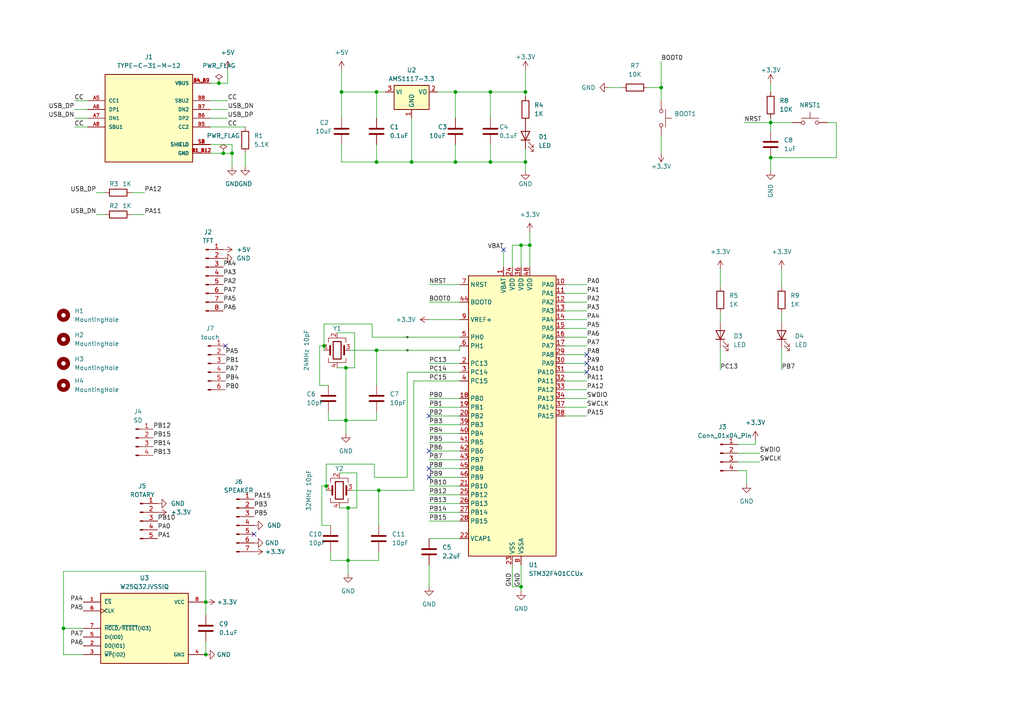
<source format=kicad_sch>
(kicad_sch (version 20230121) (generator eeschema)

  (uuid 41ee294f-c1b9-40bc-8f8e-f7ffce3ee18d)

  (paper "A4")

  (lib_symbols
    (symbol "Connector:Conn_01x04_Pin" (pin_names (offset 1.016) hide) (in_bom yes) (on_board yes)
      (property "Reference" "J" (at 0 5.08 0)
        (effects (font (size 1.27 1.27)))
      )
      (property "Value" "Conn_01x04_Pin" (at 0 -7.62 0)
        (effects (font (size 1.27 1.27)))
      )
      (property "Footprint" "" (at 0 0 0)
        (effects (font (size 1.27 1.27)) hide)
      )
      (property "Datasheet" "~" (at 0 0 0)
        (effects (font (size 1.27 1.27)) hide)
      )
      (property "ki_locked" "" (at 0 0 0)
        (effects (font (size 1.27 1.27)))
      )
      (property "ki_keywords" "connector" (at 0 0 0)
        (effects (font (size 1.27 1.27)) hide)
      )
      (property "ki_description" "Generic connector, single row, 01x04, script generated" (at 0 0 0)
        (effects (font (size 1.27 1.27)) hide)
      )
      (property "ki_fp_filters" "Connector*:*_1x??_*" (at 0 0 0)
        (effects (font (size 1.27 1.27)) hide)
      )
      (symbol "Conn_01x04_Pin_1_1"
        (polyline
          (pts
            (xy 1.27 -5.08)
            (xy 0.8636 -5.08)
          )
          (stroke (width 0.1524) (type default))
          (fill (type none))
        )
        (polyline
          (pts
            (xy 1.27 -2.54)
            (xy 0.8636 -2.54)
          )
          (stroke (width 0.1524) (type default))
          (fill (type none))
        )
        (polyline
          (pts
            (xy 1.27 0)
            (xy 0.8636 0)
          )
          (stroke (width 0.1524) (type default))
          (fill (type none))
        )
        (polyline
          (pts
            (xy 1.27 2.54)
            (xy 0.8636 2.54)
          )
          (stroke (width 0.1524) (type default))
          (fill (type none))
        )
        (rectangle (start 0.8636 -4.953) (end 0 -5.207)
          (stroke (width 0.1524) (type default))
          (fill (type outline))
        )
        (rectangle (start 0.8636 -2.413) (end 0 -2.667)
          (stroke (width 0.1524) (type default))
          (fill (type outline))
        )
        (rectangle (start 0.8636 0.127) (end 0 -0.127)
          (stroke (width 0.1524) (type default))
          (fill (type outline))
        )
        (rectangle (start 0.8636 2.667) (end 0 2.413)
          (stroke (width 0.1524) (type default))
          (fill (type outline))
        )
        (pin passive line (at 5.08 2.54 180) (length 3.81)
          (name "Pin_1" (effects (font (size 1.27 1.27))))
          (number "1" (effects (font (size 1.27 1.27))))
        )
        (pin passive line (at 5.08 0 180) (length 3.81)
          (name "Pin_2" (effects (font (size 1.27 1.27))))
          (number "2" (effects (font (size 1.27 1.27))))
        )
        (pin passive line (at 5.08 -2.54 180) (length 3.81)
          (name "Pin_3" (effects (font (size 1.27 1.27))))
          (number "3" (effects (font (size 1.27 1.27))))
        )
        (pin passive line (at 5.08 -5.08 180) (length 3.81)
          (name "Pin_4" (effects (font (size 1.27 1.27))))
          (number "4" (effects (font (size 1.27 1.27))))
        )
      )
    )
    (symbol "Connector:Conn_01x05_Pin" (pin_names (offset 1.016) hide) (in_bom yes) (on_board yes)
      (property "Reference" "J" (at 0 7.62 0)
        (effects (font (size 1.27 1.27)))
      )
      (property "Value" "Conn_01x05_Pin" (at 0 -7.62 0)
        (effects (font (size 1.27 1.27)))
      )
      (property "Footprint" "" (at 0 0 0)
        (effects (font (size 1.27 1.27)) hide)
      )
      (property "Datasheet" "~" (at 0 0 0)
        (effects (font (size 1.27 1.27)) hide)
      )
      (property "ki_locked" "" (at 0 0 0)
        (effects (font (size 1.27 1.27)))
      )
      (property "ki_keywords" "connector" (at 0 0 0)
        (effects (font (size 1.27 1.27)) hide)
      )
      (property "ki_description" "Generic connector, single row, 01x05, script generated" (at 0 0 0)
        (effects (font (size 1.27 1.27)) hide)
      )
      (property "ki_fp_filters" "Connector*:*_1x??_*" (at 0 0 0)
        (effects (font (size 1.27 1.27)) hide)
      )
      (symbol "Conn_01x05_Pin_1_1"
        (polyline
          (pts
            (xy 1.27 -5.08)
            (xy 0.8636 -5.08)
          )
          (stroke (width 0.1524) (type default))
          (fill (type none))
        )
        (polyline
          (pts
            (xy 1.27 -2.54)
            (xy 0.8636 -2.54)
          )
          (stroke (width 0.1524) (type default))
          (fill (type none))
        )
        (polyline
          (pts
            (xy 1.27 0)
            (xy 0.8636 0)
          )
          (stroke (width 0.1524) (type default))
          (fill (type none))
        )
        (polyline
          (pts
            (xy 1.27 2.54)
            (xy 0.8636 2.54)
          )
          (stroke (width 0.1524) (type default))
          (fill (type none))
        )
        (polyline
          (pts
            (xy 1.27 5.08)
            (xy 0.8636 5.08)
          )
          (stroke (width 0.1524) (type default))
          (fill (type none))
        )
        (rectangle (start 0.8636 -4.953) (end 0 -5.207)
          (stroke (width 0.1524) (type default))
          (fill (type outline))
        )
        (rectangle (start 0.8636 -2.413) (end 0 -2.667)
          (stroke (width 0.1524) (type default))
          (fill (type outline))
        )
        (rectangle (start 0.8636 0.127) (end 0 -0.127)
          (stroke (width 0.1524) (type default))
          (fill (type outline))
        )
        (rectangle (start 0.8636 2.667) (end 0 2.413)
          (stroke (width 0.1524) (type default))
          (fill (type outline))
        )
        (rectangle (start 0.8636 5.207) (end 0 4.953)
          (stroke (width 0.1524) (type default))
          (fill (type outline))
        )
        (pin passive line (at 5.08 5.08 180) (length 3.81)
          (name "Pin_1" (effects (font (size 1.27 1.27))))
          (number "1" (effects (font (size 1.27 1.27))))
        )
        (pin passive line (at 5.08 2.54 180) (length 3.81)
          (name "Pin_2" (effects (font (size 1.27 1.27))))
          (number "2" (effects (font (size 1.27 1.27))))
        )
        (pin passive line (at 5.08 0 180) (length 3.81)
          (name "Pin_3" (effects (font (size 1.27 1.27))))
          (number "3" (effects (font (size 1.27 1.27))))
        )
        (pin passive line (at 5.08 -2.54 180) (length 3.81)
          (name "Pin_4" (effects (font (size 1.27 1.27))))
          (number "4" (effects (font (size 1.27 1.27))))
        )
        (pin passive line (at 5.08 -5.08 180) (length 3.81)
          (name "Pin_5" (effects (font (size 1.27 1.27))))
          (number "5" (effects (font (size 1.27 1.27))))
        )
      )
    )
    (symbol "Connector:Conn_01x06_Pin" (pin_names (offset 1.016) hide) (in_bom yes) (on_board yes)
      (property "Reference" "J" (at 0 7.62 0)
        (effects (font (size 1.27 1.27)))
      )
      (property "Value" "Conn_01x06_Pin" (at 0 -10.16 0)
        (effects (font (size 1.27 1.27)))
      )
      (property "Footprint" "" (at 0 0 0)
        (effects (font (size 1.27 1.27)) hide)
      )
      (property "Datasheet" "~" (at 0 0 0)
        (effects (font (size 1.27 1.27)) hide)
      )
      (property "ki_locked" "" (at 0 0 0)
        (effects (font (size 1.27 1.27)))
      )
      (property "ki_keywords" "connector" (at 0 0 0)
        (effects (font (size 1.27 1.27)) hide)
      )
      (property "ki_description" "Generic connector, single row, 01x06, script generated" (at 0 0 0)
        (effects (font (size 1.27 1.27)) hide)
      )
      (property "ki_fp_filters" "Connector*:*_1x??_*" (at 0 0 0)
        (effects (font (size 1.27 1.27)) hide)
      )
      (symbol "Conn_01x06_Pin_1_1"
        (polyline
          (pts
            (xy 1.27 -7.62)
            (xy 0.8636 -7.62)
          )
          (stroke (width 0.1524) (type default))
          (fill (type none))
        )
        (polyline
          (pts
            (xy 1.27 -5.08)
            (xy 0.8636 -5.08)
          )
          (stroke (width 0.1524) (type default))
          (fill (type none))
        )
        (polyline
          (pts
            (xy 1.27 -2.54)
            (xy 0.8636 -2.54)
          )
          (stroke (width 0.1524) (type default))
          (fill (type none))
        )
        (polyline
          (pts
            (xy 1.27 0)
            (xy 0.8636 0)
          )
          (stroke (width 0.1524) (type default))
          (fill (type none))
        )
        (polyline
          (pts
            (xy 1.27 2.54)
            (xy 0.8636 2.54)
          )
          (stroke (width 0.1524) (type default))
          (fill (type none))
        )
        (polyline
          (pts
            (xy 1.27 5.08)
            (xy 0.8636 5.08)
          )
          (stroke (width 0.1524) (type default))
          (fill (type none))
        )
        (rectangle (start 0.8636 -7.493) (end 0 -7.747)
          (stroke (width 0.1524) (type default))
          (fill (type outline))
        )
        (rectangle (start 0.8636 -4.953) (end 0 -5.207)
          (stroke (width 0.1524) (type default))
          (fill (type outline))
        )
        (rectangle (start 0.8636 -2.413) (end 0 -2.667)
          (stroke (width 0.1524) (type default))
          (fill (type outline))
        )
        (rectangle (start 0.8636 0.127) (end 0 -0.127)
          (stroke (width 0.1524) (type default))
          (fill (type outline))
        )
        (rectangle (start 0.8636 2.667) (end 0 2.413)
          (stroke (width 0.1524) (type default))
          (fill (type outline))
        )
        (rectangle (start 0.8636 5.207) (end 0 4.953)
          (stroke (width 0.1524) (type default))
          (fill (type outline))
        )
        (pin passive line (at 5.08 5.08 180) (length 3.81)
          (name "Pin_1" (effects (font (size 1.27 1.27))))
          (number "1" (effects (font (size 1.27 1.27))))
        )
        (pin passive line (at 5.08 2.54 180) (length 3.81)
          (name "Pin_2" (effects (font (size 1.27 1.27))))
          (number "2" (effects (font (size 1.27 1.27))))
        )
        (pin passive line (at 5.08 0 180) (length 3.81)
          (name "Pin_3" (effects (font (size 1.27 1.27))))
          (number "3" (effects (font (size 1.27 1.27))))
        )
        (pin passive line (at 5.08 -2.54 180) (length 3.81)
          (name "Pin_4" (effects (font (size 1.27 1.27))))
          (number "4" (effects (font (size 1.27 1.27))))
        )
        (pin passive line (at 5.08 -5.08 180) (length 3.81)
          (name "Pin_5" (effects (font (size 1.27 1.27))))
          (number "5" (effects (font (size 1.27 1.27))))
        )
        (pin passive line (at 5.08 -7.62 180) (length 3.81)
          (name "Pin_6" (effects (font (size 1.27 1.27))))
          (number "6" (effects (font (size 1.27 1.27))))
        )
      )
    )
    (symbol "Connector:Conn_01x07_Pin" (pin_names (offset 1.016) hide) (in_bom yes) (on_board yes)
      (property "Reference" "J" (at 0 10.16 0)
        (effects (font (size 1.27 1.27)))
      )
      (property "Value" "Conn_01x07_Pin" (at 0 -10.16 0)
        (effects (font (size 1.27 1.27)))
      )
      (property "Footprint" "" (at 0 0 0)
        (effects (font (size 1.27 1.27)) hide)
      )
      (property "Datasheet" "~" (at 0 0 0)
        (effects (font (size 1.27 1.27)) hide)
      )
      (property "ki_locked" "" (at 0 0 0)
        (effects (font (size 1.27 1.27)))
      )
      (property "ki_keywords" "connector" (at 0 0 0)
        (effects (font (size 1.27 1.27)) hide)
      )
      (property "ki_description" "Generic connector, single row, 01x07, script generated" (at 0 0 0)
        (effects (font (size 1.27 1.27)) hide)
      )
      (property "ki_fp_filters" "Connector*:*_1x??_*" (at 0 0 0)
        (effects (font (size 1.27 1.27)) hide)
      )
      (symbol "Conn_01x07_Pin_1_1"
        (polyline
          (pts
            (xy 1.27 -7.62)
            (xy 0.8636 -7.62)
          )
          (stroke (width 0.1524) (type default))
          (fill (type none))
        )
        (polyline
          (pts
            (xy 1.27 -5.08)
            (xy 0.8636 -5.08)
          )
          (stroke (width 0.1524) (type default))
          (fill (type none))
        )
        (polyline
          (pts
            (xy 1.27 -2.54)
            (xy 0.8636 -2.54)
          )
          (stroke (width 0.1524) (type default))
          (fill (type none))
        )
        (polyline
          (pts
            (xy 1.27 0)
            (xy 0.8636 0)
          )
          (stroke (width 0.1524) (type default))
          (fill (type none))
        )
        (polyline
          (pts
            (xy 1.27 2.54)
            (xy 0.8636 2.54)
          )
          (stroke (width 0.1524) (type default))
          (fill (type none))
        )
        (polyline
          (pts
            (xy 1.27 5.08)
            (xy 0.8636 5.08)
          )
          (stroke (width 0.1524) (type default))
          (fill (type none))
        )
        (polyline
          (pts
            (xy 1.27 7.62)
            (xy 0.8636 7.62)
          )
          (stroke (width 0.1524) (type default))
          (fill (type none))
        )
        (rectangle (start 0.8636 -7.493) (end 0 -7.747)
          (stroke (width 0.1524) (type default))
          (fill (type outline))
        )
        (rectangle (start 0.8636 -4.953) (end 0 -5.207)
          (stroke (width 0.1524) (type default))
          (fill (type outline))
        )
        (rectangle (start 0.8636 -2.413) (end 0 -2.667)
          (stroke (width 0.1524) (type default))
          (fill (type outline))
        )
        (rectangle (start 0.8636 0.127) (end 0 -0.127)
          (stroke (width 0.1524) (type default))
          (fill (type outline))
        )
        (rectangle (start 0.8636 2.667) (end 0 2.413)
          (stroke (width 0.1524) (type default))
          (fill (type outline))
        )
        (rectangle (start 0.8636 5.207) (end 0 4.953)
          (stroke (width 0.1524) (type default))
          (fill (type outline))
        )
        (rectangle (start 0.8636 7.747) (end 0 7.493)
          (stroke (width 0.1524) (type default))
          (fill (type outline))
        )
        (pin passive line (at 5.08 7.62 180) (length 3.81)
          (name "Pin_1" (effects (font (size 1.27 1.27))))
          (number "1" (effects (font (size 1.27 1.27))))
        )
        (pin passive line (at 5.08 5.08 180) (length 3.81)
          (name "Pin_2" (effects (font (size 1.27 1.27))))
          (number "2" (effects (font (size 1.27 1.27))))
        )
        (pin passive line (at 5.08 2.54 180) (length 3.81)
          (name "Pin_3" (effects (font (size 1.27 1.27))))
          (number "3" (effects (font (size 1.27 1.27))))
        )
        (pin passive line (at 5.08 0 180) (length 3.81)
          (name "Pin_4" (effects (font (size 1.27 1.27))))
          (number "4" (effects (font (size 1.27 1.27))))
        )
        (pin passive line (at 5.08 -2.54 180) (length 3.81)
          (name "Pin_5" (effects (font (size 1.27 1.27))))
          (number "5" (effects (font (size 1.27 1.27))))
        )
        (pin passive line (at 5.08 -5.08 180) (length 3.81)
          (name "Pin_6" (effects (font (size 1.27 1.27))))
          (number "6" (effects (font (size 1.27 1.27))))
        )
        (pin passive line (at 5.08 -7.62 180) (length 3.81)
          (name "Pin_7" (effects (font (size 1.27 1.27))))
          (number "7" (effects (font (size 1.27 1.27))))
        )
      )
    )
    (symbol "Connector:Conn_01x08_Pin" (pin_names (offset 1.016) hide) (in_bom yes) (on_board yes)
      (property "Reference" "J" (at 0 10.16 0)
        (effects (font (size 1.27 1.27)))
      )
      (property "Value" "Conn_01x08_Pin" (at 0 -12.7 0)
        (effects (font (size 1.27 1.27)))
      )
      (property "Footprint" "" (at 0 0 0)
        (effects (font (size 1.27 1.27)) hide)
      )
      (property "Datasheet" "~" (at 0 0 0)
        (effects (font (size 1.27 1.27)) hide)
      )
      (property "ki_locked" "" (at 0 0 0)
        (effects (font (size 1.27 1.27)))
      )
      (property "ki_keywords" "connector" (at 0 0 0)
        (effects (font (size 1.27 1.27)) hide)
      )
      (property "ki_description" "Generic connector, single row, 01x08, script generated" (at 0 0 0)
        (effects (font (size 1.27 1.27)) hide)
      )
      (property "ki_fp_filters" "Connector*:*_1x??_*" (at 0 0 0)
        (effects (font (size 1.27 1.27)) hide)
      )
      (symbol "Conn_01x08_Pin_1_1"
        (polyline
          (pts
            (xy 1.27 -10.16)
            (xy 0.8636 -10.16)
          )
          (stroke (width 0.1524) (type default))
          (fill (type none))
        )
        (polyline
          (pts
            (xy 1.27 -7.62)
            (xy 0.8636 -7.62)
          )
          (stroke (width 0.1524) (type default))
          (fill (type none))
        )
        (polyline
          (pts
            (xy 1.27 -5.08)
            (xy 0.8636 -5.08)
          )
          (stroke (width 0.1524) (type default))
          (fill (type none))
        )
        (polyline
          (pts
            (xy 1.27 -2.54)
            (xy 0.8636 -2.54)
          )
          (stroke (width 0.1524) (type default))
          (fill (type none))
        )
        (polyline
          (pts
            (xy 1.27 0)
            (xy 0.8636 0)
          )
          (stroke (width 0.1524) (type default))
          (fill (type none))
        )
        (polyline
          (pts
            (xy 1.27 2.54)
            (xy 0.8636 2.54)
          )
          (stroke (width 0.1524) (type default))
          (fill (type none))
        )
        (polyline
          (pts
            (xy 1.27 5.08)
            (xy 0.8636 5.08)
          )
          (stroke (width 0.1524) (type default))
          (fill (type none))
        )
        (polyline
          (pts
            (xy 1.27 7.62)
            (xy 0.8636 7.62)
          )
          (stroke (width 0.1524) (type default))
          (fill (type none))
        )
        (rectangle (start 0.8636 -10.033) (end 0 -10.287)
          (stroke (width 0.1524) (type default))
          (fill (type outline))
        )
        (rectangle (start 0.8636 -7.493) (end 0 -7.747)
          (stroke (width 0.1524) (type default))
          (fill (type outline))
        )
        (rectangle (start 0.8636 -4.953) (end 0 -5.207)
          (stroke (width 0.1524) (type default))
          (fill (type outline))
        )
        (rectangle (start 0.8636 -2.413) (end 0 -2.667)
          (stroke (width 0.1524) (type default))
          (fill (type outline))
        )
        (rectangle (start 0.8636 0.127) (end 0 -0.127)
          (stroke (width 0.1524) (type default))
          (fill (type outline))
        )
        (rectangle (start 0.8636 2.667) (end 0 2.413)
          (stroke (width 0.1524) (type default))
          (fill (type outline))
        )
        (rectangle (start 0.8636 5.207) (end 0 4.953)
          (stroke (width 0.1524) (type default))
          (fill (type outline))
        )
        (rectangle (start 0.8636 7.747) (end 0 7.493)
          (stroke (width 0.1524) (type default))
          (fill (type outline))
        )
        (pin passive line (at 5.08 7.62 180) (length 3.81)
          (name "Pin_1" (effects (font (size 1.27 1.27))))
          (number "1" (effects (font (size 1.27 1.27))))
        )
        (pin passive line (at 5.08 5.08 180) (length 3.81)
          (name "Pin_2" (effects (font (size 1.27 1.27))))
          (number "2" (effects (font (size 1.27 1.27))))
        )
        (pin passive line (at 5.08 2.54 180) (length 3.81)
          (name "Pin_3" (effects (font (size 1.27 1.27))))
          (number "3" (effects (font (size 1.27 1.27))))
        )
        (pin passive line (at 5.08 0 180) (length 3.81)
          (name "Pin_4" (effects (font (size 1.27 1.27))))
          (number "4" (effects (font (size 1.27 1.27))))
        )
        (pin passive line (at 5.08 -2.54 180) (length 3.81)
          (name "Pin_5" (effects (font (size 1.27 1.27))))
          (number "5" (effects (font (size 1.27 1.27))))
        )
        (pin passive line (at 5.08 -5.08 180) (length 3.81)
          (name "Pin_6" (effects (font (size 1.27 1.27))))
          (number "6" (effects (font (size 1.27 1.27))))
        )
        (pin passive line (at 5.08 -7.62 180) (length 3.81)
          (name "Pin_7" (effects (font (size 1.27 1.27))))
          (number "7" (effects (font (size 1.27 1.27))))
        )
        (pin passive line (at 5.08 -10.16 180) (length 3.81)
          (name "Pin_8" (effects (font (size 1.27 1.27))))
          (number "8" (effects (font (size 1.27 1.27))))
        )
      )
    )
    (symbol "Device:C" (pin_numbers hide) (pin_names (offset 0.254)) (in_bom yes) (on_board yes)
      (property "Reference" "C" (at 0.635 2.54 0)
        (effects (font (size 1.27 1.27)) (justify left))
      )
      (property "Value" "C" (at 0.635 -2.54 0)
        (effects (font (size 1.27 1.27)) (justify left))
      )
      (property "Footprint" "" (at 0.9652 -3.81 0)
        (effects (font (size 1.27 1.27)) hide)
      )
      (property "Datasheet" "~" (at 0 0 0)
        (effects (font (size 1.27 1.27)) hide)
      )
      (property "ki_keywords" "cap capacitor" (at 0 0 0)
        (effects (font (size 1.27 1.27)) hide)
      )
      (property "ki_description" "Unpolarized capacitor" (at 0 0 0)
        (effects (font (size 1.27 1.27)) hide)
      )
      (property "ki_fp_filters" "C_*" (at 0 0 0)
        (effects (font (size 1.27 1.27)) hide)
      )
      (symbol "C_0_1"
        (polyline
          (pts
            (xy -2.032 -0.762)
            (xy 2.032 -0.762)
          )
          (stroke (width 0.508) (type default))
          (fill (type none))
        )
        (polyline
          (pts
            (xy -2.032 0.762)
            (xy 2.032 0.762)
          )
          (stroke (width 0.508) (type default))
          (fill (type none))
        )
      )
      (symbol "C_1_1"
        (pin passive line (at 0 3.81 270) (length 2.794)
          (name "~" (effects (font (size 1.27 1.27))))
          (number "1" (effects (font (size 1.27 1.27))))
        )
        (pin passive line (at 0 -3.81 90) (length 2.794)
          (name "~" (effects (font (size 1.27 1.27))))
          (number "2" (effects (font (size 1.27 1.27))))
        )
      )
    )
    (symbol "Device:Crystal_GND24" (pin_names (offset 1.016) hide) (in_bom yes) (on_board yes)
      (property "Reference" "Y" (at 3.175 5.08 0)
        (effects (font (size 1.27 1.27)) (justify left))
      )
      (property "Value" "Crystal_GND24" (at 3.175 3.175 0)
        (effects (font (size 1.27 1.27)) (justify left))
      )
      (property "Footprint" "" (at 0 0 0)
        (effects (font (size 1.27 1.27)) hide)
      )
      (property "Datasheet" "~" (at 0 0 0)
        (effects (font (size 1.27 1.27)) hide)
      )
      (property "ki_keywords" "quartz ceramic resonator oscillator" (at 0 0 0)
        (effects (font (size 1.27 1.27)) hide)
      )
      (property "ki_description" "Four pin crystal, GND on pins 2 and 4" (at 0 0 0)
        (effects (font (size 1.27 1.27)) hide)
      )
      (property "ki_fp_filters" "Crystal*" (at 0 0 0)
        (effects (font (size 1.27 1.27)) hide)
      )
      (symbol "Crystal_GND24_0_1"
        (rectangle (start -1.143 2.54) (end 1.143 -2.54)
          (stroke (width 0.3048) (type default))
          (fill (type none))
        )
        (polyline
          (pts
            (xy -2.54 0)
            (xy -2.032 0)
          )
          (stroke (width 0) (type default))
          (fill (type none))
        )
        (polyline
          (pts
            (xy -2.032 -1.27)
            (xy -2.032 1.27)
          )
          (stroke (width 0.508) (type default))
          (fill (type none))
        )
        (polyline
          (pts
            (xy 0 -3.81)
            (xy 0 -3.556)
          )
          (stroke (width 0) (type default))
          (fill (type none))
        )
        (polyline
          (pts
            (xy 0 3.556)
            (xy 0 3.81)
          )
          (stroke (width 0) (type default))
          (fill (type none))
        )
        (polyline
          (pts
            (xy 2.032 -1.27)
            (xy 2.032 1.27)
          )
          (stroke (width 0.508) (type default))
          (fill (type none))
        )
        (polyline
          (pts
            (xy 2.032 0)
            (xy 2.54 0)
          )
          (stroke (width 0) (type default))
          (fill (type none))
        )
        (polyline
          (pts
            (xy -2.54 -2.286)
            (xy -2.54 -3.556)
            (xy 2.54 -3.556)
            (xy 2.54 -2.286)
          )
          (stroke (width 0) (type default))
          (fill (type none))
        )
        (polyline
          (pts
            (xy -2.54 2.286)
            (xy -2.54 3.556)
            (xy 2.54 3.556)
            (xy 2.54 2.286)
          )
          (stroke (width 0) (type default))
          (fill (type none))
        )
      )
      (symbol "Crystal_GND24_1_1"
        (pin passive line (at -3.81 0 0) (length 1.27)
          (name "1" (effects (font (size 1.27 1.27))))
          (number "1" (effects (font (size 1.27 1.27))))
        )
        (pin passive line (at 0 5.08 270) (length 1.27)
          (name "2" (effects (font (size 1.27 1.27))))
          (number "2" (effects (font (size 1.27 1.27))))
        )
        (pin passive line (at 3.81 0 180) (length 1.27)
          (name "3" (effects (font (size 1.27 1.27))))
          (number "3" (effects (font (size 1.27 1.27))))
        )
        (pin passive line (at 0 -5.08 90) (length 1.27)
          (name "4" (effects (font (size 1.27 1.27))))
          (number "4" (effects (font (size 1.27 1.27))))
        )
      )
    )
    (symbol "Device:LED" (pin_numbers hide) (pin_names (offset 1.016) hide) (in_bom yes) (on_board yes)
      (property "Reference" "D" (at 0 2.54 0)
        (effects (font (size 1.27 1.27)))
      )
      (property "Value" "LED" (at 0 -2.54 0)
        (effects (font (size 1.27 1.27)))
      )
      (property "Footprint" "" (at 0 0 0)
        (effects (font (size 1.27 1.27)) hide)
      )
      (property "Datasheet" "~" (at 0 0 0)
        (effects (font (size 1.27 1.27)) hide)
      )
      (property "ki_keywords" "LED diode" (at 0 0 0)
        (effects (font (size 1.27 1.27)) hide)
      )
      (property "ki_description" "Light emitting diode" (at 0 0 0)
        (effects (font (size 1.27 1.27)) hide)
      )
      (property "ki_fp_filters" "LED* LED_SMD:* LED_THT:*" (at 0 0 0)
        (effects (font (size 1.27 1.27)) hide)
      )
      (symbol "LED_0_1"
        (polyline
          (pts
            (xy -1.27 -1.27)
            (xy -1.27 1.27)
          )
          (stroke (width 0.254) (type default))
          (fill (type none))
        )
        (polyline
          (pts
            (xy -1.27 0)
            (xy 1.27 0)
          )
          (stroke (width 0) (type default))
          (fill (type none))
        )
        (polyline
          (pts
            (xy 1.27 -1.27)
            (xy 1.27 1.27)
            (xy -1.27 0)
            (xy 1.27 -1.27)
          )
          (stroke (width 0.254) (type default))
          (fill (type none))
        )
        (polyline
          (pts
            (xy -3.048 -0.762)
            (xy -4.572 -2.286)
            (xy -3.81 -2.286)
            (xy -4.572 -2.286)
            (xy -4.572 -1.524)
          )
          (stroke (width 0) (type default))
          (fill (type none))
        )
        (polyline
          (pts
            (xy -1.778 -0.762)
            (xy -3.302 -2.286)
            (xy -2.54 -2.286)
            (xy -3.302 -2.286)
            (xy -3.302 -1.524)
          )
          (stroke (width 0) (type default))
          (fill (type none))
        )
      )
      (symbol "LED_1_1"
        (pin passive line (at -3.81 0 0) (length 2.54)
          (name "K" (effects (font (size 1.27 1.27))))
          (number "1" (effects (font (size 1.27 1.27))))
        )
        (pin passive line (at 3.81 0 180) (length 2.54)
          (name "A" (effects (font (size 1.27 1.27))))
          (number "2" (effects (font (size 1.27 1.27))))
        )
      )
    )
    (symbol "Device:R" (pin_numbers hide) (pin_names (offset 0)) (in_bom yes) (on_board yes)
      (property "Reference" "R" (at 2.032 0 90)
        (effects (font (size 1.27 1.27)))
      )
      (property "Value" "R" (at 0 0 90)
        (effects (font (size 1.27 1.27)))
      )
      (property "Footprint" "" (at -1.778 0 90)
        (effects (font (size 1.27 1.27)) hide)
      )
      (property "Datasheet" "~" (at 0 0 0)
        (effects (font (size 1.27 1.27)) hide)
      )
      (property "ki_keywords" "R res resistor" (at 0 0 0)
        (effects (font (size 1.27 1.27)) hide)
      )
      (property "ki_description" "Resistor" (at 0 0 0)
        (effects (font (size 1.27 1.27)) hide)
      )
      (property "ki_fp_filters" "R_*" (at 0 0 0)
        (effects (font (size 1.27 1.27)) hide)
      )
      (symbol "R_0_1"
        (rectangle (start -1.016 -2.54) (end 1.016 2.54)
          (stroke (width 0.254) (type default))
          (fill (type none))
        )
      )
      (symbol "R_1_1"
        (pin passive line (at 0 3.81 270) (length 1.27)
          (name "~" (effects (font (size 1.27 1.27))))
          (number "1" (effects (font (size 1.27 1.27))))
        )
        (pin passive line (at 0 -3.81 90) (length 1.27)
          (name "~" (effects (font (size 1.27 1.27))))
          (number "2" (effects (font (size 1.27 1.27))))
        )
      )
    )
    (symbol "MCU_ST_STM32F4:STM32F401CCUx" (in_bom yes) (on_board yes)
      (property "Reference" "U" (at -12.7 41.91 0)
        (effects (font (size 1.27 1.27)) (justify left))
      )
      (property "Value" "STM32F401CCUx" (at 7.62 41.91 0)
        (effects (font (size 1.27 1.27)) (justify left))
      )
      (property "Footprint" "Package_DFN_QFN:QFN-48-1EP_7x7mm_P0.5mm_EP5.6x5.6mm" (at -12.7 -40.64 0)
        (effects (font (size 1.27 1.27)) (justify right) hide)
      )
      (property "Datasheet" "https://www.st.com/resource/en/datasheet/stm32f401cc.pdf" (at 0 0 0)
        (effects (font (size 1.27 1.27)) hide)
      )
      (property "ki_locked" "" (at 0 0 0)
        (effects (font (size 1.27 1.27)))
      )
      (property "ki_keywords" "Arm Cortex-M4 STM32F4 STM32F401" (at 0 0 0)
        (effects (font (size 1.27 1.27)) hide)
      )
      (property "ki_description" "STMicroelectronics Arm Cortex-M4 MCU, 256KB flash, 64KB RAM, 84 MHz, 1.7-3.6V, 36 GPIO, UFQFPN48" (at 0 0 0)
        (effects (font (size 1.27 1.27)) hide)
      )
      (property "ki_fp_filters" "QFN*1EP*7x7mm*P0.5mm*" (at 0 0 0)
        (effects (font (size 1.27 1.27)) hide)
      )
      (symbol "STM32F401CCUx_0_1"
        (rectangle (start -12.7 -40.64) (end 12.7 40.64)
          (stroke (width 0.254) (type default))
          (fill (type background))
        )
      )
      (symbol "STM32F401CCUx_1_1"
        (pin power_in line (at -2.54 43.18 270) (length 2.54)
          (name "VBAT" (effects (font (size 1.27 1.27))))
          (number "1" (effects (font (size 1.27 1.27))))
        )
        (pin bidirectional line (at 15.24 38.1 180) (length 2.54)
          (name "PA0" (effects (font (size 1.27 1.27))))
          (number "10" (effects (font (size 1.27 1.27))))
          (alternate "ADC1_IN0" bidirectional line)
          (alternate "SYS_WKUP" bidirectional line)
          (alternate "TIM2_CH1" bidirectional line)
          (alternate "TIM2_ETR" bidirectional line)
          (alternate "TIM5_CH1" bidirectional line)
          (alternate "USART2_CTS" bidirectional line)
        )
        (pin bidirectional line (at 15.24 35.56 180) (length 2.54)
          (name "PA1" (effects (font (size 1.27 1.27))))
          (number "11" (effects (font (size 1.27 1.27))))
          (alternate "ADC1_IN1" bidirectional line)
          (alternate "TIM2_CH2" bidirectional line)
          (alternate "TIM5_CH2" bidirectional line)
          (alternate "USART2_RTS" bidirectional line)
        )
        (pin bidirectional line (at 15.24 33.02 180) (length 2.54)
          (name "PA2" (effects (font (size 1.27 1.27))))
          (number "12" (effects (font (size 1.27 1.27))))
          (alternate "ADC1_IN2" bidirectional line)
          (alternate "TIM2_CH3" bidirectional line)
          (alternate "TIM5_CH3" bidirectional line)
          (alternate "TIM9_CH1" bidirectional line)
          (alternate "USART2_TX" bidirectional line)
        )
        (pin bidirectional line (at 15.24 30.48 180) (length 2.54)
          (name "PA3" (effects (font (size 1.27 1.27))))
          (number "13" (effects (font (size 1.27 1.27))))
          (alternate "ADC1_IN3" bidirectional line)
          (alternate "TIM2_CH4" bidirectional line)
          (alternate "TIM5_CH4" bidirectional line)
          (alternate "TIM9_CH2" bidirectional line)
          (alternate "USART2_RX" bidirectional line)
        )
        (pin bidirectional line (at 15.24 27.94 180) (length 2.54)
          (name "PA4" (effects (font (size 1.27 1.27))))
          (number "14" (effects (font (size 1.27 1.27))))
          (alternate "ADC1_IN4" bidirectional line)
          (alternate "I2S3_WS" bidirectional line)
          (alternate "SPI1_NSS" bidirectional line)
          (alternate "SPI3_NSS" bidirectional line)
          (alternate "USART2_CK" bidirectional line)
        )
        (pin bidirectional line (at 15.24 25.4 180) (length 2.54)
          (name "PA5" (effects (font (size 1.27 1.27))))
          (number "15" (effects (font (size 1.27 1.27))))
          (alternate "ADC1_IN5" bidirectional line)
          (alternate "SPI1_SCK" bidirectional line)
          (alternate "TIM2_CH1" bidirectional line)
          (alternate "TIM2_ETR" bidirectional line)
        )
        (pin bidirectional line (at 15.24 22.86 180) (length 2.54)
          (name "PA6" (effects (font (size 1.27 1.27))))
          (number "16" (effects (font (size 1.27 1.27))))
          (alternate "ADC1_IN6" bidirectional line)
          (alternate "SPI1_MISO" bidirectional line)
          (alternate "TIM1_BKIN" bidirectional line)
          (alternate "TIM3_CH1" bidirectional line)
        )
        (pin bidirectional line (at 15.24 20.32 180) (length 2.54)
          (name "PA7" (effects (font (size 1.27 1.27))))
          (number "17" (effects (font (size 1.27 1.27))))
          (alternate "ADC1_IN7" bidirectional line)
          (alternate "SPI1_MOSI" bidirectional line)
          (alternate "TIM1_CH1N" bidirectional line)
          (alternate "TIM3_CH2" bidirectional line)
        )
        (pin bidirectional line (at -15.24 5.08 0) (length 2.54)
          (name "PB0" (effects (font (size 1.27 1.27))))
          (number "18" (effects (font (size 1.27 1.27))))
          (alternate "ADC1_IN8" bidirectional line)
          (alternate "TIM1_CH2N" bidirectional line)
          (alternate "TIM3_CH3" bidirectional line)
        )
        (pin bidirectional line (at -15.24 2.54 0) (length 2.54)
          (name "PB1" (effects (font (size 1.27 1.27))))
          (number "19" (effects (font (size 1.27 1.27))))
          (alternate "ADC1_IN9" bidirectional line)
          (alternate "TIM1_CH3N" bidirectional line)
          (alternate "TIM3_CH4" bidirectional line)
        )
        (pin bidirectional line (at -15.24 15.24 0) (length 2.54)
          (name "PC13" (effects (font (size 1.27 1.27))))
          (number "2" (effects (font (size 1.27 1.27))))
          (alternate "RTC_AF1" bidirectional line)
        )
        (pin bidirectional line (at -15.24 0 0) (length 2.54)
          (name "PB2" (effects (font (size 1.27 1.27))))
          (number "20" (effects (font (size 1.27 1.27))))
        )
        (pin bidirectional line (at -15.24 -20.32 0) (length 2.54)
          (name "PB10" (effects (font (size 1.27 1.27))))
          (number "21" (effects (font (size 1.27 1.27))))
          (alternate "I2C2_SCL" bidirectional line)
          (alternate "I2S2_CK" bidirectional line)
          (alternate "SPI2_SCK" bidirectional line)
          (alternate "TIM2_CH3" bidirectional line)
        )
        (pin power_out line (at -15.24 -35.56 0) (length 2.54)
          (name "VCAP1" (effects (font (size 1.27 1.27))))
          (number "22" (effects (font (size 1.27 1.27))))
        )
        (pin power_in line (at 0 -43.18 90) (length 2.54)
          (name "VSS" (effects (font (size 1.27 1.27))))
          (number "23" (effects (font (size 1.27 1.27))))
        )
        (pin power_in line (at 0 43.18 270) (length 2.54)
          (name "VDD" (effects (font (size 1.27 1.27))))
          (number "24" (effects (font (size 1.27 1.27))))
        )
        (pin bidirectional line (at -15.24 -22.86 0) (length 2.54)
          (name "PB12" (effects (font (size 1.27 1.27))))
          (number "25" (effects (font (size 1.27 1.27))))
          (alternate "I2C2_SMBA" bidirectional line)
          (alternate "I2S2_WS" bidirectional line)
          (alternate "SPI2_NSS" bidirectional line)
          (alternate "TIM1_BKIN" bidirectional line)
        )
        (pin bidirectional line (at -15.24 -25.4 0) (length 2.54)
          (name "PB13" (effects (font (size 1.27 1.27))))
          (number "26" (effects (font (size 1.27 1.27))))
          (alternate "I2S2_CK" bidirectional line)
          (alternate "SPI2_SCK" bidirectional line)
          (alternate "TIM1_CH1N" bidirectional line)
        )
        (pin bidirectional line (at -15.24 -27.94 0) (length 2.54)
          (name "PB14" (effects (font (size 1.27 1.27))))
          (number "27" (effects (font (size 1.27 1.27))))
          (alternate "I2S2_ext_SD" bidirectional line)
          (alternate "SPI2_MISO" bidirectional line)
          (alternate "TIM1_CH2N" bidirectional line)
        )
        (pin bidirectional line (at -15.24 -30.48 0) (length 2.54)
          (name "PB15" (effects (font (size 1.27 1.27))))
          (number "28" (effects (font (size 1.27 1.27))))
          (alternate "ADC1_EXTI15" bidirectional line)
          (alternate "I2S2_SD" bidirectional line)
          (alternate "RTC_REFIN" bidirectional line)
          (alternate "SPI2_MOSI" bidirectional line)
          (alternate "TIM1_CH3N" bidirectional line)
        )
        (pin bidirectional line (at 15.24 17.78 180) (length 2.54)
          (name "PA8" (effects (font (size 1.27 1.27))))
          (number "29" (effects (font (size 1.27 1.27))))
          (alternate "I2C3_SCL" bidirectional line)
          (alternate "RCC_MCO_1" bidirectional line)
          (alternate "TIM1_CH1" bidirectional line)
          (alternate "USART1_CK" bidirectional line)
          (alternate "USB_OTG_FS_SOF" bidirectional line)
        )
        (pin bidirectional line (at -15.24 12.7 0) (length 2.54)
          (name "PC14" (effects (font (size 1.27 1.27))))
          (number "3" (effects (font (size 1.27 1.27))))
          (alternate "RCC_OSC32_IN" bidirectional line)
        )
        (pin bidirectional line (at 15.24 15.24 180) (length 2.54)
          (name "PA9" (effects (font (size 1.27 1.27))))
          (number "30" (effects (font (size 1.27 1.27))))
          (alternate "I2C3_SMBA" bidirectional line)
          (alternate "TIM1_CH2" bidirectional line)
          (alternate "USART1_TX" bidirectional line)
          (alternate "USB_OTG_FS_VBUS" bidirectional line)
        )
        (pin bidirectional line (at 15.24 12.7 180) (length 2.54)
          (name "PA10" (effects (font (size 1.27 1.27))))
          (number "31" (effects (font (size 1.27 1.27))))
          (alternate "TIM1_CH3" bidirectional line)
          (alternate "USART1_RX" bidirectional line)
          (alternate "USB_OTG_FS_ID" bidirectional line)
        )
        (pin bidirectional line (at 15.24 10.16 180) (length 2.54)
          (name "PA11" (effects (font (size 1.27 1.27))))
          (number "32" (effects (font (size 1.27 1.27))))
          (alternate "ADC1_EXTI11" bidirectional line)
          (alternate "TIM1_CH4" bidirectional line)
          (alternate "USART1_CTS" bidirectional line)
          (alternate "USART6_TX" bidirectional line)
          (alternate "USB_OTG_FS_DM" bidirectional line)
        )
        (pin bidirectional line (at 15.24 7.62 180) (length 2.54)
          (name "PA12" (effects (font (size 1.27 1.27))))
          (number "33" (effects (font (size 1.27 1.27))))
          (alternate "TIM1_ETR" bidirectional line)
          (alternate "USART1_RTS" bidirectional line)
          (alternate "USART6_RX" bidirectional line)
          (alternate "USB_OTG_FS_DP" bidirectional line)
        )
        (pin bidirectional line (at 15.24 5.08 180) (length 2.54)
          (name "PA13" (effects (font (size 1.27 1.27))))
          (number "34" (effects (font (size 1.27 1.27))))
          (alternate "SYS_JTMS-SWDIO" bidirectional line)
        )
        (pin passive line (at 0 -43.18 90) (length 2.54) hide
          (name "VSS" (effects (font (size 1.27 1.27))))
          (number "35" (effects (font (size 1.27 1.27))))
        )
        (pin power_in line (at 2.54 43.18 270) (length 2.54)
          (name "VDD" (effects (font (size 1.27 1.27))))
          (number "36" (effects (font (size 1.27 1.27))))
        )
        (pin bidirectional line (at 15.24 2.54 180) (length 2.54)
          (name "PA14" (effects (font (size 1.27 1.27))))
          (number "37" (effects (font (size 1.27 1.27))))
          (alternate "SYS_JTCK-SWCLK" bidirectional line)
        )
        (pin bidirectional line (at 15.24 0 180) (length 2.54)
          (name "PA15" (effects (font (size 1.27 1.27))))
          (number "38" (effects (font (size 1.27 1.27))))
          (alternate "ADC1_EXTI15" bidirectional line)
          (alternate "I2S3_WS" bidirectional line)
          (alternate "SPI1_NSS" bidirectional line)
          (alternate "SPI3_NSS" bidirectional line)
          (alternate "SYS_JTDI" bidirectional line)
          (alternate "TIM2_CH1" bidirectional line)
          (alternate "TIM2_ETR" bidirectional line)
        )
        (pin bidirectional line (at -15.24 -2.54 0) (length 2.54)
          (name "PB3" (effects (font (size 1.27 1.27))))
          (number "39" (effects (font (size 1.27 1.27))))
          (alternate "I2C2_SDA" bidirectional line)
          (alternate "I2S3_CK" bidirectional line)
          (alternate "SPI1_SCK" bidirectional line)
          (alternate "SPI3_SCK" bidirectional line)
          (alternate "SYS_JTDO-SWO" bidirectional line)
          (alternate "TIM2_CH2" bidirectional line)
        )
        (pin bidirectional line (at -15.24 10.16 0) (length 2.54)
          (name "PC15" (effects (font (size 1.27 1.27))))
          (number "4" (effects (font (size 1.27 1.27))))
          (alternate "ADC1_EXTI15" bidirectional line)
          (alternate "RCC_OSC32_OUT" bidirectional line)
        )
        (pin bidirectional line (at -15.24 -5.08 0) (length 2.54)
          (name "PB4" (effects (font (size 1.27 1.27))))
          (number "40" (effects (font (size 1.27 1.27))))
          (alternate "I2C3_SDA" bidirectional line)
          (alternate "I2S3_ext_SD" bidirectional line)
          (alternate "SPI1_MISO" bidirectional line)
          (alternate "SPI3_MISO" bidirectional line)
          (alternate "SYS_JTRST" bidirectional line)
          (alternate "TIM3_CH1" bidirectional line)
        )
        (pin bidirectional line (at -15.24 -7.62 0) (length 2.54)
          (name "PB5" (effects (font (size 1.27 1.27))))
          (number "41" (effects (font (size 1.27 1.27))))
          (alternate "I2C1_SMBA" bidirectional line)
          (alternate "I2S3_SD" bidirectional line)
          (alternate "SPI1_MOSI" bidirectional line)
          (alternate "SPI3_MOSI" bidirectional line)
          (alternate "TIM3_CH2" bidirectional line)
        )
        (pin bidirectional line (at -15.24 -10.16 0) (length 2.54)
          (name "PB6" (effects (font (size 1.27 1.27))))
          (number "42" (effects (font (size 1.27 1.27))))
          (alternate "I2C1_SCL" bidirectional line)
          (alternate "TIM4_CH1" bidirectional line)
          (alternate "USART1_TX" bidirectional line)
        )
        (pin bidirectional line (at -15.24 -12.7 0) (length 2.54)
          (name "PB7" (effects (font (size 1.27 1.27))))
          (number "43" (effects (font (size 1.27 1.27))))
          (alternate "I2C1_SDA" bidirectional line)
          (alternate "TIM4_CH2" bidirectional line)
          (alternate "USART1_RX" bidirectional line)
        )
        (pin input line (at -15.24 33.02 0) (length 2.54)
          (name "BOOT0" (effects (font (size 1.27 1.27))))
          (number "44" (effects (font (size 1.27 1.27))))
        )
        (pin bidirectional line (at -15.24 -15.24 0) (length 2.54)
          (name "PB8" (effects (font (size 1.27 1.27))))
          (number "45" (effects (font (size 1.27 1.27))))
          (alternate "I2C1_SCL" bidirectional line)
          (alternate "TIM10_CH1" bidirectional line)
          (alternate "TIM4_CH3" bidirectional line)
        )
        (pin bidirectional line (at -15.24 -17.78 0) (length 2.54)
          (name "PB9" (effects (font (size 1.27 1.27))))
          (number "46" (effects (font (size 1.27 1.27))))
          (alternate "I2C1_SDA" bidirectional line)
          (alternate "I2S2_WS" bidirectional line)
          (alternate "SPI2_NSS" bidirectional line)
          (alternate "TIM11_CH1" bidirectional line)
          (alternate "TIM4_CH4" bidirectional line)
        )
        (pin passive line (at 0 -43.18 90) (length 2.54) hide
          (name "VSS" (effects (font (size 1.27 1.27))))
          (number "47" (effects (font (size 1.27 1.27))))
        )
        (pin power_in line (at 5.08 43.18 270) (length 2.54)
          (name "VDD" (effects (font (size 1.27 1.27))))
          (number "48" (effects (font (size 1.27 1.27))))
        )
        (pin passive line (at 0 -43.18 90) (length 2.54) hide
          (name "VSS" (effects (font (size 1.27 1.27))))
          (number "49" (effects (font (size 1.27 1.27))))
        )
        (pin bidirectional line (at -15.24 22.86 0) (length 2.54)
          (name "PH0" (effects (font (size 1.27 1.27))))
          (number "5" (effects (font (size 1.27 1.27))))
          (alternate "RCC_OSC_IN" bidirectional line)
        )
        (pin bidirectional line (at -15.24 20.32 0) (length 2.54)
          (name "PH1" (effects (font (size 1.27 1.27))))
          (number "6" (effects (font (size 1.27 1.27))))
          (alternate "RCC_OSC_OUT" bidirectional line)
        )
        (pin input line (at -15.24 38.1 0) (length 2.54)
          (name "NRST" (effects (font (size 1.27 1.27))))
          (number "7" (effects (font (size 1.27 1.27))))
        )
        (pin power_in line (at 2.54 -43.18 90) (length 2.54)
          (name "VSSA" (effects (font (size 1.27 1.27))))
          (number "8" (effects (font (size 1.27 1.27))))
        )
        (pin input line (at -15.24 27.94 0) (length 2.54)
          (name "VREF+" (effects (font (size 1.27 1.27))))
          (number "9" (effects (font (size 1.27 1.27))))
        )
      )
    )
    (symbol "Mechanical:MountingHole" (pin_names (offset 1.016)) (in_bom yes) (on_board yes)
      (property "Reference" "H" (at 0 5.08 0)
        (effects (font (size 1.27 1.27)))
      )
      (property "Value" "MountingHole" (at 0 3.175 0)
        (effects (font (size 1.27 1.27)))
      )
      (property "Footprint" "" (at 0 0 0)
        (effects (font (size 1.27 1.27)) hide)
      )
      (property "Datasheet" "~" (at 0 0 0)
        (effects (font (size 1.27 1.27)) hide)
      )
      (property "ki_keywords" "mounting hole" (at 0 0 0)
        (effects (font (size 1.27 1.27)) hide)
      )
      (property "ki_description" "Mounting Hole without connection" (at 0 0 0)
        (effects (font (size 1.27 1.27)) hide)
      )
      (property "ki_fp_filters" "MountingHole*" (at 0 0 0)
        (effects (font (size 1.27 1.27)) hide)
      )
      (symbol "MountingHole_0_1"
        (circle (center 0 0) (radius 1.27)
          (stroke (width 1.27) (type default))
          (fill (type none))
        )
      )
    )
    (symbol "Regulator_Linear:AMS1117-3.3" (in_bom yes) (on_board yes)
      (property "Reference" "U" (at -3.81 3.175 0)
        (effects (font (size 1.27 1.27)))
      )
      (property "Value" "AMS1117-3.3" (at 0 3.175 0)
        (effects (font (size 1.27 1.27)) (justify left))
      )
      (property "Footprint" "Package_TO_SOT_SMD:SOT-223-3_TabPin2" (at 0 5.08 0)
        (effects (font (size 1.27 1.27)) hide)
      )
      (property "Datasheet" "http://www.advanced-monolithic.com/pdf/ds1117.pdf" (at 2.54 -6.35 0)
        (effects (font (size 1.27 1.27)) hide)
      )
      (property "ki_keywords" "linear regulator ldo fixed positive" (at 0 0 0)
        (effects (font (size 1.27 1.27)) hide)
      )
      (property "ki_description" "1A Low Dropout regulator, positive, 3.3V fixed output, SOT-223" (at 0 0 0)
        (effects (font (size 1.27 1.27)) hide)
      )
      (property "ki_fp_filters" "SOT?223*TabPin2*" (at 0 0 0)
        (effects (font (size 1.27 1.27)) hide)
      )
      (symbol "AMS1117-3.3_0_1"
        (rectangle (start -5.08 -5.08) (end 5.08 1.905)
          (stroke (width 0.254) (type default))
          (fill (type background))
        )
      )
      (symbol "AMS1117-3.3_1_1"
        (pin power_in line (at 0 -7.62 90) (length 2.54)
          (name "GND" (effects (font (size 1.27 1.27))))
          (number "1" (effects (font (size 1.27 1.27))))
        )
        (pin power_out line (at 7.62 0 180) (length 2.54)
          (name "VO" (effects (font (size 1.27 1.27))))
          (number "2" (effects (font (size 1.27 1.27))))
        )
        (pin power_in line (at -7.62 0 0) (length 2.54)
          (name "VI" (effects (font (size 1.27 1.27))))
          (number "3" (effects (font (size 1.27 1.27))))
        )
      )
    )
    (symbol "Switch:SW_Push" (pin_numbers hide) (pin_names (offset 1.016) hide) (in_bom yes) (on_board yes)
      (property "Reference" "SW" (at 1.27 2.54 0)
        (effects (font (size 1.27 1.27)) (justify left))
      )
      (property "Value" "SW_Push" (at 0 -1.524 0)
        (effects (font (size 1.27 1.27)))
      )
      (property "Footprint" "" (at 0 5.08 0)
        (effects (font (size 1.27 1.27)) hide)
      )
      (property "Datasheet" "~" (at 0 5.08 0)
        (effects (font (size 1.27 1.27)) hide)
      )
      (property "ki_keywords" "switch normally-open pushbutton push-button" (at 0 0 0)
        (effects (font (size 1.27 1.27)) hide)
      )
      (property "ki_description" "Push button switch, generic, two pins" (at 0 0 0)
        (effects (font (size 1.27 1.27)) hide)
      )
      (symbol "SW_Push_0_1"
        (circle (center -2.032 0) (radius 0.508)
          (stroke (width 0) (type default))
          (fill (type none))
        )
        (polyline
          (pts
            (xy 0 1.27)
            (xy 0 3.048)
          )
          (stroke (width 0) (type default))
          (fill (type none))
        )
        (polyline
          (pts
            (xy 2.54 1.27)
            (xy -2.54 1.27)
          )
          (stroke (width 0) (type default))
          (fill (type none))
        )
        (circle (center 2.032 0) (radius 0.508)
          (stroke (width 0) (type default))
          (fill (type none))
        )
        (pin passive line (at -5.08 0 0) (length 2.54)
          (name "1" (effects (font (size 1.27 1.27))))
          (number "1" (effects (font (size 1.27 1.27))))
        )
        (pin passive line (at 5.08 0 180) (length 2.54)
          (name "2" (effects (font (size 1.27 1.27))))
          (number "2" (effects (font (size 1.27 1.27))))
        )
      )
    )
    (symbol "TYPE-C-31-M-12:TYPE-C-31-M-12" (pin_names (offset 1.016)) (in_bom yes) (on_board yes)
      (property "Reference" "J" (at -12.7 13.462 0)
        (effects (font (size 1.27 1.27)) (justify left bottom))
      )
      (property "Value" "TYPE-C-31-M-12" (at -12.7 -13.462 0)
        (effects (font (size 1.27 1.27)) (justify left top))
      )
      (property "Footprint" "TYPE-C-31-M-12:HRO_TYPE-C-31-M-12" (at 0 0 0)
        (effects (font (size 1.27 1.27)) (justify bottom) hide)
      )
      (property "Datasheet" "" (at 0 0 0)
        (effects (font (size 1.27 1.27)) hide)
      )
      (property "MF" "HRO Electronics Co., Ltd." (at 0 0 0)
        (effects (font (size 1.27 1.27)) (justify bottom) hide)
      )
      (property "MAXIMUM_PACKAGE_HEIGHT" "3.26 mm" (at 0 0 0)
        (effects (font (size 1.27 1.27)) (justify bottom) hide)
      )
      (property "Package" "Package" (at 0 0 0)
        (effects (font (size 1.27 1.27)) (justify bottom) hide)
      )
      (property "Price" "None" (at 0 0 0)
        (effects (font (size 1.27 1.27)) (justify bottom) hide)
      )
      (property "Check_prices" "https://www.snapeda.com/parts/TYPE-C-31-M-12/HRO+Electronics+Co.%252C+Ltd./view-part/?ref=eda" (at 0 0 0)
        (effects (font (size 1.27 1.27)) (justify bottom) hide)
      )
      (property "STANDARD" "Manufacturer Recommendations" (at 0 0 0)
        (effects (font (size 1.27 1.27)) (justify bottom) hide)
      )
      (property "PARTREV" "2020.12.08" (at 0 0 0)
        (effects (font (size 1.27 1.27)) (justify bottom) hide)
      )
      (property "SnapEDA_Link" "https://www.snapeda.com/parts/TYPE-C-31-M-12/HRO+Electronics+Co.%252C+Ltd./view-part/?ref=snap" (at 0 0 0)
        (effects (font (size 1.27 1.27)) (justify bottom) hide)
      )
      (property "MP" "TYPE-C-31-M-12" (at 0 0 0)
        (effects (font (size 1.27 1.27)) (justify bottom) hide)
      )
      (property "Description" "\nUSB Connectors 24 Receptacle 1 8.94*7.3mm RoHS\n" (at 0 0 0)
        (effects (font (size 1.27 1.27)) (justify bottom) hide)
      )
      (property "SNAPEDA_PN" "TYPE-C-31-M-12" (at 0 0 0)
        (effects (font (size 1.27 1.27)) (justify bottom) hide)
      )
      (property "Availability" "Not in stock" (at 0 0 0)
        (effects (font (size 1.27 1.27)) (justify bottom) hide)
      )
      (property "MANUFACTURER" "HRO Electronics Co., Ltd." (at 0 0 0)
        (effects (font (size 1.27 1.27)) (justify bottom) hide)
      )
      (symbol "TYPE-C-31-M-12_0_0"
        (rectangle (start -12.7 12.7) (end 12.7 -12.7)
          (stroke (width 0.254) (type default))
          (fill (type background))
        )
        (pin power_in line (at 17.78 -10.16 180) (length 5.08)
          (name "GND" (effects (font (size 1.016 1.016))))
          (number "A1_B12" (effects (font (size 1.016 1.016))))
        )
        (pin power_in line (at 17.78 10.16 180) (length 5.08)
          (name "VBUS" (effects (font (size 1.016 1.016))))
          (number "A4_B9" (effects (font (size 1.016 1.016))))
        )
        (pin bidirectional line (at -17.78 5.08 0) (length 5.08)
          (name "CC1" (effects (font (size 1.016 1.016))))
          (number "A5" (effects (font (size 1.016 1.016))))
        )
        (pin bidirectional line (at -17.78 2.54 0) (length 5.08)
          (name "DP1" (effects (font (size 1.016 1.016))))
          (number "A6" (effects (font (size 1.016 1.016))))
        )
        (pin bidirectional line (at -17.78 0 0) (length 5.08)
          (name "DN1" (effects (font (size 1.016 1.016))))
          (number "A7" (effects (font (size 1.016 1.016))))
        )
        (pin bidirectional line (at -17.78 -2.54 0) (length 5.08)
          (name "SBU1" (effects (font (size 1.016 1.016))))
          (number "A8" (effects (font (size 1.016 1.016))))
        )
        (pin power_in line (at 17.78 -10.16 180) (length 5.08)
          (name "GND" (effects (font (size 1.016 1.016))))
          (number "B1_A12" (effects (font (size 1.016 1.016))))
        )
        (pin power_in line (at 17.78 10.16 180) (length 5.08)
          (name "VBUS" (effects (font (size 1.016 1.016))))
          (number "B4_A9" (effects (font (size 1.016 1.016))))
        )
        (pin bidirectional line (at 17.78 -2.54 180) (length 5.08)
          (name "CC2" (effects (font (size 1.016 1.016))))
          (number "B5" (effects (font (size 1.016 1.016))))
        )
        (pin bidirectional line (at 17.78 0 180) (length 5.08)
          (name "DP2" (effects (font (size 1.016 1.016))))
          (number "B6" (effects (font (size 1.016 1.016))))
        )
        (pin bidirectional line (at 17.78 2.54 180) (length 5.08)
          (name "DN2" (effects (font (size 1.016 1.016))))
          (number "B7" (effects (font (size 1.016 1.016))))
        )
        (pin bidirectional line (at 17.78 5.08 180) (length 5.08)
          (name "SBU2" (effects (font (size 1.016 1.016))))
          (number "B8" (effects (font (size 1.016 1.016))))
        )
        (pin passive line (at 17.78 -7.62 180) (length 5.08)
          (name "SHIELD" (effects (font (size 1.016 1.016))))
          (number "S1" (effects (font (size 1.016 1.016))))
        )
        (pin passive line (at 17.78 -7.62 180) (length 5.08)
          (name "SHIELD" (effects (font (size 1.016 1.016))))
          (number "S2" (effects (font (size 1.016 1.016))))
        )
        (pin passive line (at 17.78 -7.62 180) (length 5.08)
          (name "SHIELD" (effects (font (size 1.016 1.016))))
          (number "S3" (effects (font (size 1.016 1.016))))
        )
        (pin passive line (at 17.78 -7.62 180) (length 5.08)
          (name "SHIELD" (effects (font (size 1.016 1.016))))
          (number "S4" (effects (font (size 1.016 1.016))))
        )
      )
    )
    (symbol "W25Q32JVSSIQ:W25Q32JVSSIQ" (pin_names (offset 1.016)) (in_bom yes) (on_board yes)
      (property "Reference" "U" (at -12.4723 10.945 0)
        (effects (font (size 1.27 1.27)) (justify left bottom))
      )
      (property "Value" "W25Q32JVSSIQ" (at -12.4744 -12.2198 0)
        (effects (font (size 1.27 1.27)) (justify left bottom))
      )
      (property "Footprint" "W25Q32JVSSIQ:SOIC127P790X216-8N" (at 0 0 0)
        (effects (font (size 1.27 1.27)) (justify bottom) hide)
      )
      (property "Datasheet" "" (at 0 0 0)
        (effects (font (size 1.27 1.27)) hide)
      )
      (property "MF" "Winbond" (at 0 0 0)
        (effects (font (size 1.27 1.27)) (justify bottom) hide)
      )
      (property "Description" "\nFLASH - NOR Memory IC 32Mb (4M x 8) SPI - Quad I/O 133 MHz 8-SOIC\n" (at 0 0 0)
        (effects (font (size 1.27 1.27)) (justify bottom) hide)
      )
      (property "Package" "SOIC-8 Winbond" (at 0 0 0)
        (effects (font (size 1.27 1.27)) (justify bottom) hide)
      )
      (property "Price" "None" (at 0 0 0)
        (effects (font (size 1.27 1.27)) (justify bottom) hide)
      )
      (property "Check_prices" "https://www.snapeda.com/parts/W25Q32JVSSIQ/Winbond+Electronics/view-part/?ref=eda" (at 0 0 0)
        (effects (font (size 1.27 1.27)) (justify bottom) hide)
      )
      (property "SnapEDA_Link" "https://www.snapeda.com/parts/W25Q32JVSSIQ/Winbond+Electronics/view-part/?ref=snap" (at 0 0 0)
        (effects (font (size 1.27 1.27)) (justify bottom) hide)
      )
      (property "MP" "W25Q32JVSSIQ" (at 0 0 0)
        (effects (font (size 1.27 1.27)) (justify bottom) hide)
      )
      (property "Purchase-URL" "https://www.snapeda.com/api/url_track_click_mouser/?unipart_id=596953&manufacturer=Winbond&part_name=W25Q32JVSSIQ&search_term=None" (at 0 0 0)
        (effects (font (size 1.27 1.27)) (justify bottom) hide)
      )
      (property "Availability" "In Stock" (at 0 0 0)
        (effects (font (size 1.27 1.27)) (justify bottom) hide)
      )
      (property "MANUFACTURER" "Winbond" (at 0 0 0)
        (effects (font (size 1.27 1.27)) (justify bottom) hide)
      )
      (symbol "W25Q32JVSSIQ_0_0"
        (rectangle (start -12.7 -10.16) (end 12.7 10.16)
          (stroke (width 0.254) (type default))
          (fill (type background))
        )
        (pin input line (at -17.78 7.62 0) (length 5.08)
          (name "~{CS}" (effects (font (size 1.016 1.016))))
          (number "1" (effects (font (size 1.016 1.016))))
        )
        (pin bidirectional line (at -17.78 -5.08 0) (length 5.08)
          (name "DO(IO1)" (effects (font (size 1.016 1.016))))
          (number "2" (effects (font (size 1.016 1.016))))
        )
        (pin bidirectional line (at -17.78 -7.62 0) (length 5.08)
          (name "~{WP}(IO2)" (effects (font (size 1.016 1.016))))
          (number "3" (effects (font (size 1.016 1.016))))
        )
        (pin power_in line (at 17.78 -7.62 180) (length 5.08)
          (name "GND" (effects (font (size 1.016 1.016))))
          (number "4" (effects (font (size 1.016 1.016))))
        )
        (pin bidirectional line (at -17.78 -2.54 0) (length 5.08)
          (name "DI(IO0)" (effects (font (size 1.016 1.016))))
          (number "5" (effects (font (size 1.016 1.016))))
        )
        (pin input clock (at -17.78 5.08 0) (length 5.08)
          (name "CLK" (effects (font (size 1.016 1.016))))
          (number "6" (effects (font (size 1.016 1.016))))
        )
        (pin bidirectional line (at -17.78 0 0) (length 5.08)
          (name "~{HOLD}/~{RESET}(IO3)" (effects (font (size 1.016 1.016))))
          (number "7" (effects (font (size 1.016 1.016))))
        )
        (pin power_in line (at 17.78 7.62 180) (length 5.08)
          (name "VCC" (effects (font (size 1.016 1.016))))
          (number "8" (effects (font (size 1.016 1.016))))
        )
      )
    )
    (symbol "power:+3.3V" (power) (pin_names (offset 0)) (in_bom yes) (on_board yes)
      (property "Reference" "#PWR" (at 0 -3.81 0)
        (effects (font (size 1.27 1.27)) hide)
      )
      (property "Value" "+3.3V" (at 0 3.556 0)
        (effects (font (size 1.27 1.27)))
      )
      (property "Footprint" "" (at 0 0 0)
        (effects (font (size 1.27 1.27)) hide)
      )
      (property "Datasheet" "" (at 0 0 0)
        (effects (font (size 1.27 1.27)) hide)
      )
      (property "ki_keywords" "global power" (at 0 0 0)
        (effects (font (size 1.27 1.27)) hide)
      )
      (property "ki_description" "Power symbol creates a global label with name \"+3.3V\"" (at 0 0 0)
        (effects (font (size 1.27 1.27)) hide)
      )
      (symbol "+3.3V_0_1"
        (polyline
          (pts
            (xy -0.762 1.27)
            (xy 0 2.54)
          )
          (stroke (width 0) (type default))
          (fill (type none))
        )
        (polyline
          (pts
            (xy 0 0)
            (xy 0 2.54)
          )
          (stroke (width 0) (type default))
          (fill (type none))
        )
        (polyline
          (pts
            (xy 0 2.54)
            (xy 0.762 1.27)
          )
          (stroke (width 0) (type default))
          (fill (type none))
        )
      )
      (symbol "+3.3V_1_1"
        (pin power_in line (at 0 0 90) (length 0) hide
          (name "+3.3V" (effects (font (size 1.27 1.27))))
          (number "1" (effects (font (size 1.27 1.27))))
        )
      )
    )
    (symbol "power:+5V" (power) (pin_names (offset 0)) (in_bom yes) (on_board yes)
      (property "Reference" "#PWR" (at 0 -3.81 0)
        (effects (font (size 1.27 1.27)) hide)
      )
      (property "Value" "+5V" (at 0 3.556 0)
        (effects (font (size 1.27 1.27)))
      )
      (property "Footprint" "" (at 0 0 0)
        (effects (font (size 1.27 1.27)) hide)
      )
      (property "Datasheet" "" (at 0 0 0)
        (effects (font (size 1.27 1.27)) hide)
      )
      (property "ki_keywords" "global power" (at 0 0 0)
        (effects (font (size 1.27 1.27)) hide)
      )
      (property "ki_description" "Power symbol creates a global label with name \"+5V\"" (at 0 0 0)
        (effects (font (size 1.27 1.27)) hide)
      )
      (symbol "+5V_0_1"
        (polyline
          (pts
            (xy -0.762 1.27)
            (xy 0 2.54)
          )
          (stroke (width 0) (type default))
          (fill (type none))
        )
        (polyline
          (pts
            (xy 0 0)
            (xy 0 2.54)
          )
          (stroke (width 0) (type default))
          (fill (type none))
        )
        (polyline
          (pts
            (xy 0 2.54)
            (xy 0.762 1.27)
          )
          (stroke (width 0) (type default))
          (fill (type none))
        )
      )
      (symbol "+5V_1_1"
        (pin power_in line (at 0 0 90) (length 0) hide
          (name "+5V" (effects (font (size 1.27 1.27))))
          (number "1" (effects (font (size 1.27 1.27))))
        )
      )
    )
    (symbol "power:GND" (power) (pin_names (offset 0)) (in_bom yes) (on_board yes)
      (property "Reference" "#PWR" (at 0 -6.35 0)
        (effects (font (size 1.27 1.27)) hide)
      )
      (property "Value" "GND" (at 0 -3.81 0)
        (effects (font (size 1.27 1.27)))
      )
      (property "Footprint" "" (at 0 0 0)
        (effects (font (size 1.27 1.27)) hide)
      )
      (property "Datasheet" "" (at 0 0 0)
        (effects (font (size 1.27 1.27)) hide)
      )
      (property "ki_keywords" "global power" (at 0 0 0)
        (effects (font (size 1.27 1.27)) hide)
      )
      (property "ki_description" "Power symbol creates a global label with name \"GND\" , ground" (at 0 0 0)
        (effects (font (size 1.27 1.27)) hide)
      )
      (symbol "GND_0_1"
        (polyline
          (pts
            (xy 0 0)
            (xy 0 -1.27)
            (xy 1.27 -1.27)
            (xy 0 -2.54)
            (xy -1.27 -1.27)
            (xy 0 -1.27)
          )
          (stroke (width 0) (type default))
          (fill (type none))
        )
      )
      (symbol "GND_1_1"
        (pin power_in line (at 0 0 270) (length 0) hide
          (name "GND" (effects (font (size 1.27 1.27))))
          (number "1" (effects (font (size 1.27 1.27))))
        )
      )
    )
    (symbol "power:PWR_FLAG" (power) (pin_numbers hide) (pin_names (offset 0) hide) (in_bom yes) (on_board yes)
      (property "Reference" "#FLG" (at 0 1.905 0)
        (effects (font (size 1.27 1.27)) hide)
      )
      (property "Value" "PWR_FLAG" (at 0 3.81 0)
        (effects (font (size 1.27 1.27)))
      )
      (property "Footprint" "" (at 0 0 0)
        (effects (font (size 1.27 1.27)) hide)
      )
      (property "Datasheet" "~" (at 0 0 0)
        (effects (font (size 1.27 1.27)) hide)
      )
      (property "ki_keywords" "flag power" (at 0 0 0)
        (effects (font (size 1.27 1.27)) hide)
      )
      (property "ki_description" "Special symbol for telling ERC where power comes from" (at 0 0 0)
        (effects (font (size 1.27 1.27)) hide)
      )
      (symbol "PWR_FLAG_0_0"
        (pin power_out line (at 0 0 90) (length 0)
          (name "pwr" (effects (font (size 1.27 1.27))))
          (number "1" (effects (font (size 1.27 1.27))))
        )
      )
      (symbol "PWR_FLAG_0_1"
        (polyline
          (pts
            (xy 0 0)
            (xy 0 1.27)
            (xy -1.016 1.905)
            (xy 0 2.54)
            (xy 1.016 1.905)
            (xy 0 1.27)
          )
          (stroke (width 0) (type default))
          (fill (type none))
        )
      )
    )
  )

  (junction (at 109.22 101.6) (diameter 0) (color 0 0 0 0)
    (uuid 03449bb7-ce8b-4aa2-9034-dca6e9a8fc8d)
  )
  (junction (at 109.22 46.99) (diameter 0) (color 0 0 0 0)
    (uuid 0751c72b-ece8-41fd-85ab-bf6d24eb2805)
  )
  (junction (at 223.52 45.72) (diameter 0) (color 0 0 0 0)
    (uuid 0a1e030d-ae0f-421c-a26a-69b1673ad986)
  )
  (junction (at 100.965 147.32) (diameter 0) (color 0 0 0 0)
    (uuid 1ae093d9-81de-4166-ac38-71f887c29570)
  )
  (junction (at 64.77 44.45) (diameter 0) (color 0 0 0 0)
    (uuid 22fce93f-400f-4d43-9d63-f08bcbe529ef)
  )
  (junction (at 151.13 71.12) (diameter 0) (color 0 0 0 0)
    (uuid 2b0791fe-df77-4004-becb-f8ea1ee98440)
  )
  (junction (at 67.31 44.45) (diameter 0) (color 0 0 0 0)
    (uuid 2b643fea-7869-449d-8ebc-a4c789ec7339)
  )
  (junction (at 223.52 35.56) (diameter 0) (color 0 0 0 0)
    (uuid 2b731999-8f07-453e-973e-3d93571ac783)
  )
  (junction (at 93.98 100.33) (diameter 0) (color 0 0 0 0)
    (uuid 31fd36eb-afc5-454c-8b20-3d730fedd899)
  )
  (junction (at 99.06 26.67) (diameter 0) (color 0 0 0 0)
    (uuid 3c60f1a9-9139-44c9-b104-73f0c1288a4c)
  )
  (junction (at 151.13 170.18) (diameter 0) (color 0 0 0 0)
    (uuid 464cb8b4-e3f0-4ebb-af0c-96d652b40243)
  )
  (junction (at 94.615 140.97) (diameter 0) (color 0 0 0 0)
    (uuid 490469c8-3218-4921-b2d1-765baec55092)
  )
  (junction (at 100.33 106.68) (diameter 0) (color 0 0 0 0)
    (uuid 4ce255b2-4dc0-437a-870d-61658fb6c0e5)
  )
  (junction (at 59.69 174.625) (diameter 0) (color 0 0 0 0)
    (uuid 6b6f5741-9173-46f9-a4c6-66b2cf930a82)
  )
  (junction (at 152.4 26.67) (diameter 0) (color 0 0 0 0)
    (uuid 80aeaadc-31c7-4984-b954-d8260599149e)
  )
  (junction (at 142.24 26.67) (diameter 0) (color 0 0 0 0)
    (uuid 8e58760a-8238-40f8-b58b-b3c51f05d742)
  )
  (junction (at 100.965 162.56) (diameter 0) (color 0 0 0 0)
    (uuid 8eb80b8e-87ad-4b33-97e4-4b58d868abcf)
  )
  (junction (at 191.77 25.4) (diameter 0) (color 0 0 0 0)
    (uuid 90f377b1-f511-44c9-ab05-3f7750a26783)
  )
  (junction (at 152.4 46.99) (diameter 0) (color 0 0 0 0)
    (uuid 926ca73d-5204-41cc-9d24-1d7230434921)
  )
  (junction (at 18.415 182.245) (diameter 0) (color 0 0 0 0)
    (uuid b39d3172-0252-4f82-8f00-b3edade95dc1)
  )
  (junction (at 153.67 71.12) (diameter 0) (color 0 0 0 0)
    (uuid ba4eb8ac-42ba-49dd-a1a9-d5716daff4f7)
  )
  (junction (at 119.38 46.99) (diameter 0) (color 0 0 0 0)
    (uuid c34affcd-104a-4bb2-a3bb-6afa789777a3)
  )
  (junction (at 100.33 121.92) (diameter 0) (color 0 0 0 0)
    (uuid c4d58c34-b49f-48cb-b810-12a57c91c611)
  )
  (junction (at 132.08 46.99) (diameter 0) (color 0 0 0 0)
    (uuid d4013fb9-a456-4da3-b480-959f67f11230)
  )
  (junction (at 142.24 46.99) (diameter 0) (color 0 0 0 0)
    (uuid e06764f5-2f24-4411-a891-6cfc14823e22)
  )
  (junction (at 59.69 189.865) (diameter 0) (color 0 0 0 0)
    (uuid ea3d3cd7-00d6-40d2-9fe9-1c536b96a4c6)
  )
  (junction (at 109.855 142.24) (diameter 0) (color 0 0 0 0)
    (uuid efcc6887-ef54-4e99-8c83-77dde34f4376)
  )
  (junction (at 109.22 26.67) (diameter 0) (color 0 0 0 0)
    (uuid f1cd2e42-80ba-4709-bd92-3a73fd2f2db3)
  )
  (junction (at 132.08 26.67) (diameter 0) (color 0 0 0 0)
    (uuid f29a9147-ad0e-48af-9820-2bb18020a9d2)
  )
  (junction (at 63.5 24.13) (diameter 0) (color 0 0 0 0)
    (uuid ff9d94c0-6d13-4548-a4e3-1e22442a0639)
  )

  (no_connect (at 73.66 154.94) (uuid 39a54f6a-f39d-4a54-8ccc-6e49d0011dfe))
  (no_connect (at 170.18 105.41) (uuid 4ec91cc9-e696-4230-9030-d28723e6cdf2))
  (no_connect (at 124.46 120.65) (uuid 786db0f0-f63c-4992-a31e-6571fc0b5fa4))
  (no_connect (at 124.46 135.89) (uuid 7a98a795-342b-40a6-8a26-709c06314c85))
  (no_connect (at 170.18 102.87) (uuid a9b3fe00-698e-4add-bab0-512d6690b8c4))
  (no_connect (at 146.05 72.39) (uuid b5a72b2d-0d6a-4d8c-8f13-a287d277f770))
  (no_connect (at 124.46 130.81) (uuid c70d86a0-05b3-478c-9441-22acdeb58501))
  (no_connect (at 170.18 107.95) (uuid d09d2764-314b-41ad-a6ee-50cf0a511ce5))
  (no_connect (at 65.405 100.33) (uuid e455ed65-f96d-4ca4-ae02-34f9d37ddb36))
  (no_connect (at 124.46 138.43) (uuid f584f43c-5ce4-4cfa-80d3-6a35d0f18d46))

  (wire (pts (xy 93.98 100.33) (xy 93.98 101.6))
    (stroke (width 0) (type default))
    (uuid 0010e33e-f238-48b4-b8bc-7c7172ef6905)
  )
  (wire (pts (xy 124.46 115.57) (xy 133.35 115.57))
    (stroke (width 0) (type default))
    (uuid 00ec76e4-8edd-44f4-b3e6-5b9396669fc0)
  )
  (wire (pts (xy 226.695 90.805) (xy 226.695 93.345))
    (stroke (width 0) (type default))
    (uuid 01ae7afe-6f30-452d-be6e-d73f925c9e98)
  )
  (wire (pts (xy 109.22 34.29) (xy 109.22 26.67))
    (stroke (width 0) (type default))
    (uuid 05d54a56-dfef-4872-bdec-317ede04ced3)
  )
  (wire (pts (xy 208.915 100.965) (xy 208.915 107.315))
    (stroke (width 0) (type default))
    (uuid 0af26a07-79d7-470e-8489-a2fdadde9042)
  )
  (wire (pts (xy 213.995 136.525) (xy 216.535 136.525))
    (stroke (width 0) (type default))
    (uuid 0b1f23ff-b87a-4453-b816-85d051fac9f0)
  )
  (wire (pts (xy 109.855 142.24) (xy 109.855 152.4))
    (stroke (width 0) (type default))
    (uuid 0b6d84a3-a5fb-435c-98b2-f6fd9a6d8f18)
  )
  (wire (pts (xy 94.615 134.62) (xy 94.615 140.97))
    (stroke (width 0) (type default))
    (uuid 0bc82223-75ec-4e2d-a132-f50d70f078cb)
  )
  (wire (pts (xy 100.33 106.68) (xy 100.33 121.92))
    (stroke (width 0) (type default))
    (uuid 0c230f45-6c10-44cc-aaa1-ea17364fa7bd)
  )
  (wire (pts (xy 124.46 105.41) (xy 133.35 105.41))
    (stroke (width 0) (type default))
    (uuid 0c95b695-16ac-4789-9027-88e44d56d5b2)
  )
  (wire (pts (xy 103.505 137.16) (xy 103.505 147.32))
    (stroke (width 0) (type default))
    (uuid 0daafeb9-091a-4e9d-9eec-6df50711e281)
  )
  (wire (pts (xy 124.46 163.83) (xy 124.46 170.18))
    (stroke (width 0) (type default))
    (uuid 0e23bcfb-8119-4cee-9503-7210e44cae15)
  )
  (wire (pts (xy 163.83 118.11) (xy 170.18 118.11))
    (stroke (width 0) (type default))
    (uuid 0f6ab62b-d2be-4d84-97a2-d10160310273)
  )
  (wire (pts (xy 100.33 121.92) (xy 100.33 125.73))
    (stroke (width 0) (type default))
    (uuid 105195dd-74da-4710-9d6d-190df9be3269)
  )
  (wire (pts (xy 163.83 100.33) (xy 170.18 100.33))
    (stroke (width 0) (type default))
    (uuid 110d614d-d44c-4cce-a06a-84c97959abbd)
  )
  (wire (pts (xy 163.83 113.03) (xy 170.18 113.03))
    (stroke (width 0) (type default))
    (uuid 1341f96e-9054-4a03-8bf0-3b530e602bec)
  )
  (wire (pts (xy 163.83 85.09) (xy 170.18 85.09))
    (stroke (width 0) (type default))
    (uuid 14cac735-703b-4f76-8461-1a90c32d7795)
  )
  (wire (pts (xy 213.995 133.985) (xy 220.345 133.985))
    (stroke (width 0) (type default))
    (uuid 17f6a8ed-084c-495d-941f-8139917585ed)
  )
  (wire (pts (xy 124.46 138.43) (xy 133.35 138.43))
    (stroke (width 0) (type default))
    (uuid 1c9282ce-daf5-49c9-af37-f8b9d24cc70e)
  )
  (wire (pts (xy 100.965 147.32) (xy 98.425 147.32))
    (stroke (width 0) (type default))
    (uuid 202fc6d2-f386-4c2b-9572-b362aeb367d2)
  )
  (wire (pts (xy 219.075 128.905) (xy 219.075 127.635))
    (stroke (width 0) (type default))
    (uuid 214e42b6-c1d7-4401-a01e-3a6951b4da7c)
  )
  (wire (pts (xy 120.015 110.49) (xy 120.015 142.24))
    (stroke (width 0) (type default))
    (uuid 220df56f-e55f-4785-b881-01701204f57b)
  )
  (wire (pts (xy 151.13 71.12) (xy 151.13 77.47))
    (stroke (width 0) (type default))
    (uuid 22b34adf-48d6-415a-9198-b400a40a1900)
  )
  (wire (pts (xy 30.48 62.23) (xy 27.94 62.23))
    (stroke (width 0) (type default))
    (uuid 297dfd79-c477-40db-b6bc-35a0d64e2881)
  )
  (wire (pts (xy 124.46 135.89) (xy 133.35 135.89))
    (stroke (width 0) (type default))
    (uuid 2a9113b4-83df-409d-b575-91117c6e539e)
  )
  (wire (pts (xy 64.77 44.45) (xy 67.31 44.45))
    (stroke (width 0) (type default))
    (uuid 2bbcb69c-9ea6-499d-b803-ec17adf6cd9f)
  )
  (wire (pts (xy 152.4 26.67) (xy 152.4 27.94))
    (stroke (width 0) (type default))
    (uuid 2bd104ff-907f-4b66-9508-9dc2d950f2f8)
  )
  (wire (pts (xy 101.6 101.6) (xy 109.22 101.6))
    (stroke (width 0) (type default))
    (uuid 2d4143ce-935a-4e47-bc66-0e84cea50240)
  )
  (wire (pts (xy 59.69 186.055) (xy 59.69 189.865))
    (stroke (width 0) (type default))
    (uuid 2e1137d6-b701-4001-90b1-ac05ffc4d12a)
  )
  (wire (pts (xy 109.22 101.6) (xy 133.35 101.6))
    (stroke (width 0) (type default))
    (uuid 2e2b07ce-b84b-465c-a70f-ebe5a180eb1e)
  )
  (wire (pts (xy 124.46 128.27) (xy 133.35 128.27))
    (stroke (width 0) (type default))
    (uuid 3047cc94-57d3-4a8a-bfea-d9ec83f8b8c5)
  )
  (wire (pts (xy 124.46 143.51) (xy 133.35 143.51))
    (stroke (width 0) (type default))
    (uuid 304e13bf-c857-468d-869a-9244c0aa425d)
  )
  (wire (pts (xy 21.59 31.75) (xy 25.4 31.75))
    (stroke (width 0) (type default))
    (uuid 307d17da-85f9-450f-a69d-ce3a78369f8c)
  )
  (wire (pts (xy 59.69 174.625) (xy 59.69 178.435))
    (stroke (width 0) (type default))
    (uuid 337e8207-ba7e-47e7-b639-b1dba6b38f61)
  )
  (wire (pts (xy 92.71 111.76) (xy 92.71 100.33))
    (stroke (width 0) (type default))
    (uuid 35c93418-50eb-4b32-aebd-f00814e07248)
  )
  (wire (pts (xy 124.46 146.05) (xy 133.35 146.05))
    (stroke (width 0) (type default))
    (uuid 37d26c7d-0a04-4fb0-8cee-c42632f41972)
  )
  (wire (pts (xy 60.96 24.13) (xy 63.5 24.13))
    (stroke (width 0) (type default))
    (uuid 39ab63fd-f50f-4547-96a4-065814045c13)
  )
  (wire (pts (xy 148.59 163.83) (xy 148.59 170.18))
    (stroke (width 0) (type default))
    (uuid 3bc322dc-5df6-42f4-ac7c-fb76e85fc789)
  )
  (wire (pts (xy 163.83 87.63) (xy 170.18 87.63))
    (stroke (width 0) (type default))
    (uuid 3d6a3297-abaf-4e89-bf37-fbd9b0826c11)
  )
  (wire (pts (xy 109.22 26.67) (xy 111.76 26.67))
    (stroke (width 0) (type default))
    (uuid 3ec68f11-7027-4c66-91e7-55620b06c2d5)
  )
  (wire (pts (xy 109.22 101.6) (xy 109.22 111.76))
    (stroke (width 0) (type default))
    (uuid 3ed8e7f2-25bd-448b-80ef-83917c43dd7b)
  )
  (wire (pts (xy 109.22 46.99) (xy 99.06 46.99))
    (stroke (width 0) (type default))
    (uuid 41512761-dd63-4152-99bd-0d583a3d3fb1)
  )
  (wire (pts (xy 38.1 62.23) (xy 41.91 62.23))
    (stroke (width 0) (type default))
    (uuid 4279af4e-6b94-40b2-8b5f-bc5b5d7de691)
  )
  (wire (pts (xy 163.83 92.71) (xy 170.18 92.71))
    (stroke (width 0) (type default))
    (uuid 42cdbe3d-7140-4183-9e19-e1c20efee052)
  )
  (wire (pts (xy 95.25 121.92) (xy 100.33 121.92))
    (stroke (width 0) (type default))
    (uuid 486397e0-fcd6-46bb-8138-3cff0f43e7c0)
  )
  (wire (pts (xy 118.11 138.43) (xy 118.11 107.95))
    (stroke (width 0) (type default))
    (uuid 48fb8044-8b02-411e-9341-a2e76d821520)
  )
  (wire (pts (xy 191.77 39.37) (xy 191.77 44.45))
    (stroke (width 0) (type default))
    (uuid 4914c6d3-21ae-43f7-acaf-4a38006d8b9d)
  )
  (wire (pts (xy 127 26.67) (xy 132.08 26.67))
    (stroke (width 0) (type default))
    (uuid 49b0d867-60e5-4434-97cf-877c3a1af88f)
  )
  (wire (pts (xy 163.83 95.25) (xy 170.18 95.25))
    (stroke (width 0) (type default))
    (uuid 49fad0f7-059d-4e24-8491-376d0a2b91d3)
  )
  (wire (pts (xy 97.79 96.52) (xy 102.87 96.52))
    (stroke (width 0) (type default))
    (uuid 4ace1baa-3d49-44a0-a918-6b34f0ae8352)
  )
  (wire (pts (xy 60.96 44.45) (xy 64.77 44.45))
    (stroke (width 0) (type default))
    (uuid 517e9bed-dc72-4295-a4c4-d18a887bd575)
  )
  (wire (pts (xy 152.4 46.99) (xy 142.24 46.99))
    (stroke (width 0) (type default))
    (uuid 5294d973-1803-499d-8281-baf759367912)
  )
  (wire (pts (xy 223.52 26.67) (xy 223.52 24.13))
    (stroke (width 0) (type default))
    (uuid 54cd38a6-f02e-48e9-9b76-631522d58d7a)
  )
  (wire (pts (xy 163.83 115.57) (xy 170.18 115.57))
    (stroke (width 0) (type default))
    (uuid 554e86e6-80e8-4df4-ab28-cc703cedba97)
  )
  (wire (pts (xy 223.52 45.72) (xy 242.57 45.72))
    (stroke (width 0) (type default))
    (uuid 5584f83e-ab0f-4d5e-b945-8f35891dbe3d)
  )
  (wire (pts (xy 132.08 26.67) (xy 142.24 26.67))
    (stroke (width 0) (type default))
    (uuid 57664b73-4706-4679-a229-2f339be4f1d0)
  )
  (wire (pts (xy 100.965 147.32) (xy 100.965 162.56))
    (stroke (width 0) (type default))
    (uuid 5a91aa69-dd50-4c13-82d5-a93d772d9ca9)
  )
  (wire (pts (xy 60.96 41.91) (xy 67.31 41.91))
    (stroke (width 0) (type default))
    (uuid 5c0728d1-7d3f-4935-9791-07b89f679b62)
  )
  (wire (pts (xy 124.46 125.73) (xy 133.35 125.73))
    (stroke (width 0) (type default))
    (uuid 5d1945cc-8a86-4851-86d2-69f4311e0056)
  )
  (wire (pts (xy 120.015 142.24) (xy 109.855 142.24))
    (stroke (width 0) (type default))
    (uuid 5d355fb6-3024-436e-a38f-5dffd1046deb)
  )
  (wire (pts (xy 213.995 128.905) (xy 219.075 128.905))
    (stroke (width 0) (type default))
    (uuid 5fac07c2-c5b9-440f-8938-bc2f1596d1c1)
  )
  (wire (pts (xy 148.59 71.12) (xy 148.59 77.47))
    (stroke (width 0) (type default))
    (uuid 60826029-09cc-46e0-b886-8cd4c4653d98)
  )
  (wire (pts (xy 242.57 35.56) (xy 242.57 45.72))
    (stroke (width 0) (type default))
    (uuid 65141cc6-8c9f-4752-b6b7-7688703f4827)
  )
  (wire (pts (xy 103.505 147.32) (xy 100.965 147.32))
    (stroke (width 0) (type default))
    (uuid 6608196c-b4d5-446e-b651-818c8472f277)
  )
  (wire (pts (xy 99.06 26.67) (xy 109.22 26.67))
    (stroke (width 0) (type default))
    (uuid 6b394824-127b-47a1-b3cd-6f1962994f30)
  )
  (wire (pts (xy 98.425 137.16) (xy 103.505 137.16))
    (stroke (width 0) (type default))
    (uuid 70028b3a-cc71-4004-94da-ef7f5dbfe11b)
  )
  (wire (pts (xy 119.38 46.99) (xy 109.22 46.99))
    (stroke (width 0) (type default))
    (uuid 71958701-2968-4129-a827-20cccf6abc50)
  )
  (wire (pts (xy 124.46 156.21) (xy 133.35 156.21))
    (stroke (width 0) (type default))
    (uuid 71aa29c8-3e2b-4de0-b329-6b1b7ca1e92f)
  )
  (wire (pts (xy 176.53 25.4) (xy 180.34 25.4))
    (stroke (width 0) (type default))
    (uuid 71ed5cfa-5b76-4099-9529-9fff70a9a411)
  )
  (wire (pts (xy 240.03 35.56) (xy 242.57 35.56))
    (stroke (width 0) (type default))
    (uuid 724cdf1a-ad09-422d-be79-e81290ddef82)
  )
  (wire (pts (xy 223.52 34.29) (xy 223.52 35.56))
    (stroke (width 0) (type default))
    (uuid 75081794-c16e-47cb-b404-654505874b96)
  )
  (wire (pts (xy 133.35 97.79) (xy 107.95 97.79))
    (stroke (width 0) (type default))
    (uuid 77129f77-6f54-4ec6-8997-482669b5dda9)
  )
  (wire (pts (xy 92.71 100.33) (xy 93.98 100.33))
    (stroke (width 0) (type default))
    (uuid 771b5fd0-b69a-4c0d-b1a8-bf3492dcf6b9)
  )
  (wire (pts (xy 18.415 182.245) (xy 24.13 182.245))
    (stroke (width 0) (type default))
    (uuid 779142bd-b5df-493e-bc04-223096bf6a2f)
  )
  (wire (pts (xy 124.46 87.63) (xy 133.35 87.63))
    (stroke (width 0) (type default))
    (uuid 78315860-f407-4a22-aede-f6ed1f5b41c7)
  )
  (wire (pts (xy 109.22 119.38) (xy 109.22 121.92))
    (stroke (width 0) (type default))
    (uuid 786af149-2348-42ef-9de9-ea6d2deb72b9)
  )
  (wire (pts (xy 109.855 160.02) (xy 109.855 162.56))
    (stroke (width 0) (type default))
    (uuid 7c3700fa-c5e6-401e-8137-fc84d164a76b)
  )
  (wire (pts (xy 100.965 162.56) (xy 100.965 166.37))
    (stroke (width 0) (type default))
    (uuid 7c46e5d7-1bdd-4af3-a8c3-10a3b1c709b6)
  )
  (wire (pts (xy 151.13 170.18) (xy 151.13 171.45))
    (stroke (width 0) (type default))
    (uuid 7c960e7d-9620-4e88-bea9-f5aa629884ab)
  )
  (wire (pts (xy 226.695 78.105) (xy 226.695 83.185))
    (stroke (width 0) (type default))
    (uuid 839926bc-620b-4b57-8572-ab0430857c64)
  )
  (wire (pts (xy 142.24 41.91) (xy 142.24 46.99))
    (stroke (width 0) (type default))
    (uuid 844bc83e-30dc-4e65-8a10-0d1efef2a0f2)
  )
  (wire (pts (xy 124.46 118.11) (xy 133.35 118.11))
    (stroke (width 0) (type default))
    (uuid 845e9108-e8b5-43a2-96ab-4dac698d3a5a)
  )
  (wire (pts (xy 124.46 133.35) (xy 133.35 133.35))
    (stroke (width 0) (type default))
    (uuid 849e65fc-8c10-4d2f-94aa-f7ba7b602e0c)
  )
  (wire (pts (xy 142.24 46.99) (xy 132.08 46.99))
    (stroke (width 0) (type default))
    (uuid 852cfe28-6522-4af9-a7a5-2e4c5d61efd7)
  )
  (wire (pts (xy 187.96 25.4) (xy 191.77 25.4))
    (stroke (width 0) (type default))
    (uuid 867012ee-e959-4b12-a855-136a29498512)
  )
  (wire (pts (xy 148.59 170.18) (xy 151.13 170.18))
    (stroke (width 0) (type default))
    (uuid 88769bfe-64e6-468b-9344-42e5eb1693e2)
  )
  (wire (pts (xy 119.38 34.29) (xy 119.38 46.99))
    (stroke (width 0) (type default))
    (uuid 88fd23fc-7d07-4093-9747-3dc6490604c0)
  )
  (wire (pts (xy 60.96 31.75) (xy 66.04 31.75))
    (stroke (width 0) (type default))
    (uuid 89608395-dedc-4951-a3ad-65cb0109965a)
  )
  (wire (pts (xy 132.08 41.91) (xy 132.08 46.99))
    (stroke (width 0) (type default))
    (uuid 89abe3cb-3c61-4ad0-b398-6fec43e8d486)
  )
  (wire (pts (xy 107.95 97.79) (xy 107.95 93.98))
    (stroke (width 0) (type default))
    (uuid 8b6fd40b-2e71-4e40-b388-8ae44e411e21)
  )
  (wire (pts (xy 163.83 82.55) (xy 170.18 82.55))
    (stroke (width 0) (type default))
    (uuid 8cde12b3-bd05-48a6-8400-4f865529b4e6)
  )
  (wire (pts (xy 99.06 34.29) (xy 99.06 26.67))
    (stroke (width 0) (type default))
    (uuid 8f3b6c52-ef5d-4e3d-a56b-24bf618fceaa)
  )
  (wire (pts (xy 124.46 120.65) (xy 133.35 120.65))
    (stroke (width 0) (type default))
    (uuid 91cb2d05-cf0c-49b7-8ab3-0a147e849361)
  )
  (wire (pts (xy 109.22 41.91) (xy 109.22 46.99))
    (stroke (width 0) (type default))
    (uuid 94328ee5-7a2c-4f9d-9375-4dca87922f4f)
  )
  (wire (pts (xy 95.25 111.76) (xy 92.71 111.76))
    (stroke (width 0) (type default))
    (uuid 9456908d-fcce-41d3-882f-33fae8cfbfc6)
  )
  (wire (pts (xy 124.46 92.71) (xy 133.35 92.71))
    (stroke (width 0) (type default))
    (uuid 947f4058-179e-4677-bbe7-872d20f8fd7c)
  )
  (wire (pts (xy 124.46 130.81) (xy 133.35 130.81))
    (stroke (width 0) (type default))
    (uuid 94b378f2-7e49-43b7-9d30-5c7e048e89d5)
  )
  (wire (pts (xy 146.05 72.39) (xy 146.05 77.47))
    (stroke (width 0) (type default))
    (uuid 95919683-8168-4e67-8c45-093db1f11ca6)
  )
  (wire (pts (xy 99.06 20.32) (xy 99.06 26.67))
    (stroke (width 0) (type default))
    (uuid 97494449-31a6-4e8e-b33c-9fab1b3a7e96)
  )
  (wire (pts (xy 191.77 17.78) (xy 191.77 25.4))
    (stroke (width 0) (type default))
    (uuid 980524ed-cf0a-47f8-bb3d-a7c0842e1a75)
  )
  (wire (pts (xy 60.96 36.83) (xy 71.12 36.83))
    (stroke (width 0) (type default))
    (uuid 98426aca-0094-47c2-afd2-ed88ab0a770a)
  )
  (wire (pts (xy 124.46 148.59) (xy 133.35 148.59))
    (stroke (width 0) (type default))
    (uuid 988d6d63-bf22-4c17-a785-6a87d5766249)
  )
  (wire (pts (xy 152.4 46.99) (xy 152.4 49.53))
    (stroke (width 0) (type default))
    (uuid 99870a0d-369f-452e-ae8d-bcb51601410f)
  )
  (wire (pts (xy 124.46 82.55) (xy 133.35 82.55))
    (stroke (width 0) (type default))
    (uuid 9c903179-26a9-4883-95fb-1c8db42ba69f)
  )
  (wire (pts (xy 100.965 162.56) (xy 109.855 162.56))
    (stroke (width 0) (type default))
    (uuid 9ca442d7-6633-41ee-bbc8-e768c9927ee4)
  )
  (wire (pts (xy 163.83 105.41) (xy 170.18 105.41))
    (stroke (width 0) (type default))
    (uuid a053fd19-11b2-415e-bdf4-137db9ed9500)
  )
  (wire (pts (xy 132.08 26.67) (xy 132.08 34.29))
    (stroke (width 0) (type default))
    (uuid a097d0ed-f8be-4205-a12c-aba5e73b8336)
  )
  (wire (pts (xy 94.615 140.97) (xy 94.615 142.24))
    (stroke (width 0) (type default))
    (uuid a12b5aba-af73-414c-ae22-c7c3d52fa832)
  )
  (wire (pts (xy 153.67 67.31) (xy 153.67 71.12))
    (stroke (width 0) (type default))
    (uuid a26c7676-0a84-49c3-ad79-6ebd021d8323)
  )
  (wire (pts (xy 95.885 162.56) (xy 100.965 162.56))
    (stroke (width 0) (type default))
    (uuid a2b5c847-1850-4d43-84f0-0ef3d3cd1490)
  )
  (wire (pts (xy 124.46 151.13) (xy 133.35 151.13))
    (stroke (width 0) (type default))
    (uuid a41e26bc-6edb-4bf1-9864-b5c7f3568d48)
  )
  (wire (pts (xy 223.52 35.56) (xy 229.87 35.56))
    (stroke (width 0) (type default))
    (uuid a7abd517-660f-46ee-ba15-8165bf99eb1d)
  )
  (wire (pts (xy 163.83 97.79) (xy 170.18 97.79))
    (stroke (width 0) (type default))
    (uuid a988219a-43e1-4b1a-872a-f195971c6f0f)
  )
  (wire (pts (xy 93.345 140.97) (xy 94.615 140.97))
    (stroke (width 0) (type default))
    (uuid a991dfae-9f03-4462-964d-63fb682b992d)
  )
  (wire (pts (xy 63.5 24.13) (xy 66.04 24.13))
    (stroke (width 0) (type default))
    (uuid a9ad5ea9-0494-4792-bfc6-336aba986fba)
  )
  (wire (pts (xy 215.9 35.56) (xy 223.52 35.56))
    (stroke (width 0) (type default))
    (uuid ab1b9274-42f7-4501-a15d-0995721e518b)
  )
  (wire (pts (xy 163.83 102.87) (xy 170.18 102.87))
    (stroke (width 0) (type default))
    (uuid ab7b162c-3b23-4512-9c88-1a9e75e381a3)
  )
  (wire (pts (xy 102.87 106.68) (xy 100.33 106.68))
    (stroke (width 0) (type default))
    (uuid ac75c972-590e-4511-80a3-9af7dfacdf80)
  )
  (wire (pts (xy 100.33 106.68) (xy 97.79 106.68))
    (stroke (width 0) (type default))
    (uuid ace45044-238a-40a1-b644-a9819c7edf49)
  )
  (wire (pts (xy 151.13 163.83) (xy 151.13 170.18))
    (stroke (width 0) (type default))
    (uuid ae6f97eb-5e24-44da-b20e-cd2652828e8d)
  )
  (wire (pts (xy 59.69 165.735) (xy 18.415 165.735))
    (stroke (width 0) (type default))
    (uuid b0de4115-d507-4c8c-b77d-0c63837a4064)
  )
  (wire (pts (xy 216.535 136.525) (xy 216.535 140.335))
    (stroke (width 0) (type default))
    (uuid b1e52eda-f393-44a9-88c4-b983be859f1f)
  )
  (wire (pts (xy 118.11 107.95) (xy 133.35 107.95))
    (stroke (width 0) (type default))
    (uuid b5104f97-3bbd-40a5-85a4-c6a3f0d3eb77)
  )
  (wire (pts (xy 95.885 160.02) (xy 95.885 162.56))
    (stroke (width 0) (type default))
    (uuid b561addb-b7b7-480e-b1b3-db8bdd46ed45)
  )
  (wire (pts (xy 95.885 152.4) (xy 93.345 152.4))
    (stroke (width 0) (type default))
    (uuid b5deb0f9-486b-443c-826d-90c3992c0d98)
  )
  (wire (pts (xy 163.83 120.65) (xy 170.18 120.65))
    (stroke (width 0) (type default))
    (uuid b7ea0ac5-aa9f-412b-a85f-3a94104791d1)
  )
  (wire (pts (xy 133.35 101.6) (xy 133.35 100.33))
    (stroke (width 0) (type default))
    (uuid b8587130-85b7-4b0c-bbf2-6f9c1b3f1187)
  )
  (wire (pts (xy 124.46 140.97) (xy 133.35 140.97))
    (stroke (width 0) (type default))
    (uuid b870b268-46eb-47e9-81e3-142d4a6698f6)
  )
  (wire (pts (xy 41.91 55.88) (xy 38.1 55.88))
    (stroke (width 0) (type default))
    (uuid bac9ef6b-9752-4053-b026-bd96794cdd3e)
  )
  (wire (pts (xy 102.235 142.24) (xy 109.855 142.24))
    (stroke (width 0) (type default))
    (uuid bb798953-b741-411a-ad55-5810e494496c)
  )
  (wire (pts (xy 142.24 26.67) (xy 152.4 26.67))
    (stroke (width 0) (type default))
    (uuid bcf63b15-f9e9-45cc-b78b-cf5a9118ba85)
  )
  (wire (pts (xy 208.915 90.805) (xy 208.915 93.345))
    (stroke (width 0) (type default))
    (uuid c152e006-13be-4c2d-9c63-115c9fdd03d6)
  )
  (wire (pts (xy 59.69 174.625) (xy 59.69 165.735))
    (stroke (width 0) (type default))
    (uuid c461bb43-afa9-4357-a188-8e605bfff31e)
  )
  (wire (pts (xy 108.585 138.43) (xy 118.11 138.43))
    (stroke (width 0) (type default))
    (uuid c63b51d5-dbd4-4614-bbaa-f470539b7b70)
  )
  (wire (pts (xy 152.4 43.18) (xy 152.4 46.99))
    (stroke (width 0) (type default))
    (uuid c8eda0ef-15be-4e6a-a47b-9b2a117887e2)
  )
  (wire (pts (xy 60.96 34.29) (xy 66.04 34.29))
    (stroke (width 0) (type default))
    (uuid c91a5d1f-9b57-4e09-83f8-268224004a62)
  )
  (wire (pts (xy 120.015 110.49) (xy 133.35 110.49))
    (stroke (width 0) (type default))
    (uuid cd5693f4-acbb-4e26-95b3-6e895c1d0cd1)
  )
  (wire (pts (xy 142.24 26.67) (xy 142.24 34.29))
    (stroke (width 0) (type default))
    (uuid cf30f4cd-7a09-4cda-aaf3-0c5e2152535f)
  )
  (wire (pts (xy 107.95 93.98) (xy 93.98 93.98))
    (stroke (width 0) (type default))
    (uuid d0b61bec-54f4-4a72-a06e-63678ad329e5)
  )
  (wire (pts (xy 100.33 121.92) (xy 109.22 121.92))
    (stroke (width 0) (type default))
    (uuid d31c6f9c-84e6-428d-9c57-307ed58587bd)
  )
  (wire (pts (xy 99.06 41.91) (xy 99.06 46.99))
    (stroke (width 0) (type default))
    (uuid d32291ed-d292-4eaa-bb39-efaed4343299)
  )
  (wire (pts (xy 18.415 165.735) (xy 18.415 182.245))
    (stroke (width 0) (type default))
    (uuid d37dce12-f7a0-43d4-96ac-e572d9cafd3a)
  )
  (wire (pts (xy 95.25 119.38) (xy 95.25 121.92))
    (stroke (width 0) (type default))
    (uuid d46bdab2-c2e9-4fa4-9b8a-05c9560be47b)
  )
  (wire (pts (xy 124.46 123.19) (xy 133.35 123.19))
    (stroke (width 0) (type default))
    (uuid d74503d8-61b4-4b0c-b49a-78ea1ff0e102)
  )
  (wire (pts (xy 226.695 100.965) (xy 226.695 107.315))
    (stroke (width 0) (type default))
    (uuid d78e8311-6fca-41b6-8463-7fb86974a0b7)
  )
  (wire (pts (xy 102.87 96.52) (xy 102.87 106.68))
    (stroke (width 0) (type default))
    (uuid d9183788-6c8c-4ee3-a7e2-425e400cce59)
  )
  (wire (pts (xy 213.995 131.445) (xy 220.345 131.445))
    (stroke (width 0) (type default))
    (uuid d96e9bbb-914b-4e51-8e87-597559b880ca)
  )
  (wire (pts (xy 132.08 46.99) (xy 119.38 46.99))
    (stroke (width 0) (type default))
    (uuid d9e69f87-adbf-4f44-8014-23933094bc4e)
  )
  (wire (pts (xy 191.77 25.4) (xy 191.77 29.21))
    (stroke (width 0) (type default))
    (uuid da78d6fa-c02e-48c2-ab7b-6e95f7327eee)
  )
  (wire (pts (xy 18.415 182.245) (xy 18.415 189.865))
    (stroke (width 0) (type default))
    (uuid dafb4621-b89f-42cb-9e1a-e1c7ddbf643a)
  )
  (wire (pts (xy 163.83 110.49) (xy 170.18 110.49))
    (stroke (width 0) (type default))
    (uuid db1c7585-d6c6-40d0-aa6b-846dd0eb61d1)
  )
  (wire (pts (xy 93.98 93.98) (xy 93.98 100.33))
    (stroke (width 0) (type default))
    (uuid db816a34-b54f-4c3a-88f7-14b9acf5844e)
  )
  (wire (pts (xy 163.83 107.95) (xy 170.18 107.95))
    (stroke (width 0) (type default))
    (uuid dbc04ca2-1b2d-4a9d-9e73-f13ca410c4b2)
  )
  (wire (pts (xy 18.415 189.865) (xy 24.13 189.865))
    (stroke (width 0) (type default))
    (uuid dd9421d6-8c4d-4fbc-8a88-89909f984112)
  )
  (wire (pts (xy 148.59 71.12) (xy 151.13 71.12))
    (stroke (width 0) (type default))
    (uuid df2905b5-e359-43c0-91ac-bf3df48815ac)
  )
  (wire (pts (xy 151.13 71.12) (xy 153.67 71.12))
    (stroke (width 0) (type default))
    (uuid e5b0eaa3-ad77-4348-bd32-bc616f89dea9)
  )
  (wire (pts (xy 21.59 34.29) (xy 25.4 34.29))
    (stroke (width 0) (type default))
    (uuid e73347ff-2657-4776-b807-0acedbc9f9fd)
  )
  (wire (pts (xy 30.48 55.88) (xy 27.94 55.88))
    (stroke (width 0) (type default))
    (uuid e78e496f-b87e-497b-a694-f59214e924d0)
  )
  (wire (pts (xy 152.4 20.32) (xy 152.4 26.67))
    (stroke (width 0) (type default))
    (uuid e8344cc5-5490-498d-939e-5c6274f648b6)
  )
  (wire (pts (xy 67.31 41.91) (xy 67.31 44.45))
    (stroke (width 0) (type default))
    (uuid ebef8eaf-e408-492f-9b45-53dfba935961)
  )
  (wire (pts (xy 223.52 35.56) (xy 223.52 38.1))
    (stroke (width 0) (type default))
    (uuid ec48a36a-a515-4194-9a95-9e4be0be22ae)
  )
  (wire (pts (xy 108.585 134.62) (xy 94.615 134.62))
    (stroke (width 0) (type default))
    (uuid ecc7532e-f36f-48da-b6af-a2308afcb156)
  )
  (wire (pts (xy 223.52 45.72) (xy 223.52 49.53))
    (stroke (width 0) (type default))
    (uuid ed330951-620c-4799-affe-070441e3e8b9)
  )
  (wire (pts (xy 153.67 71.12) (xy 153.67 77.47))
    (stroke (width 0) (type default))
    (uuid edfe8b3a-e301-4126-bce0-934b931d24a1)
  )
  (wire (pts (xy 60.96 29.21) (xy 66.04 29.21))
    (stroke (width 0) (type default))
    (uuid f03c322a-b3cb-4336-ad61-e4521990e524)
  )
  (wire (pts (xy 208.915 78.105) (xy 208.915 83.185))
    (stroke (width 0) (type default))
    (uuid f156151b-d811-4417-b48a-3ad424d5a65c)
  )
  (wire (pts (xy 71.12 44.45) (xy 71.12 48.26))
    (stroke (width 0) (type default))
    (uuid f3417cb0-bf19-4a56-b9f3-11419a01994c)
  )
  (wire (pts (xy 66.04 24.13) (xy 66.04 20.32))
    (stroke (width 0) (type default))
    (uuid f4d544a1-e4b7-4c06-bf6c-8ae06f51d662)
  )
  (wire (pts (xy 67.31 44.45) (xy 67.31 48.26))
    (stroke (width 0) (type default))
    (uuid f5d46119-71ac-484b-b148-db50713816ce)
  )
  (wire (pts (xy 21.59 29.21) (xy 25.4 29.21))
    (stroke (width 0) (type default))
    (uuid fa3385ff-d5b3-4a13-9901-ad84dc6d5d01)
  )
  (wire (pts (xy 108.585 138.43) (xy 108.585 134.62))
    (stroke (width 0) (type default))
    (uuid fa3c444f-419e-4e71-b0b7-9dae9494a441)
  )
  (wire (pts (xy 93.345 152.4) (xy 93.345 140.97))
    (stroke (width 0) (type default))
    (uuid fba9bab3-ddd9-46f6-91b9-3183c48595c9)
  )
  (wire (pts (xy 21.59 36.83) (xy 25.4 36.83))
    (stroke (width 0) (type default))
    (uuid fbdeb9ed-a99d-4295-adc9-d566ef39f636)
  )
  (wire (pts (xy 163.83 90.17) (xy 170.18 90.17))
    (stroke (width 0) (type default))
    (uuid fefe0419-8367-44f3-af1d-b8757194e7a7)
  )

  (label "SWDIO" (at 170.18 115.57 0) (fields_autoplaced)
    (effects (font (size 1.27 1.27)) (justify left bottom))
    (uuid 064771d7-fbe2-4a63-869c-b7385706a357)
  )
  (label "PB10" (at 124.46 140.97 0) (fields_autoplaced)
    (effects (font (size 1.27 1.27)) (justify left bottom))
    (uuid 083e92eb-ce28-4518-96de-460e25bed996)
  )
  (label "PA15" (at 73.66 144.78 0) (fields_autoplaced)
    (effects (font (size 1.27 1.27)) (justify left bottom))
    (uuid 089a404a-0ba1-4304-8111-797c487dfc28)
  )
  (label "PB13" (at 124.46 146.05 0) (fields_autoplaced)
    (effects (font (size 1.27 1.27)) (justify left bottom))
    (uuid 1139f52e-c764-4fc4-b4d3-d1050884b69b)
  )
  (label "SWDIO" (at 220.345 131.445 0) (fields_autoplaced)
    (effects (font (size 1.27 1.27)) (justify left bottom))
    (uuid 1277e859-120a-4cb3-bc8a-e094c743f069)
  )
  (label "PA12" (at 41.91 55.88 0) (fields_autoplaced)
    (effects (font (size 1.27 1.27)) (justify left bottom))
    (uuid 13e76301-4959-4f44-8234-55caec5c4277)
  )
  (label "PB9" (at 124.46 138.43 0) (fields_autoplaced)
    (effects (font (size 1.27 1.27)) (justify left bottom))
    (uuid 1f40c3c1-0a44-491f-a7ad-7886e0fabfda)
  )
  (label "PA6" (at 170.18 97.79 0) (fields_autoplaced)
    (effects (font (size 1.27 1.27)) (justify left bottom))
    (uuid 222dd423-7927-4f79-a9fc-41d77696a800)
  )
  (label "USB_DN" (at 27.94 62.23 180) (fields_autoplaced)
    (effects (font (size 1.27 1.27)) (justify right bottom))
    (uuid 269c7ad8-567d-4745-84e4-b51007ac530e)
  )
  (label "PC13" (at 208.915 107.315 0) (fields_autoplaced)
    (effects (font (size 1.27 1.27)) (justify left bottom))
    (uuid 271169ac-3475-4182-8280-4162c503b4a8)
  )
  (label "PA11" (at 170.18 110.49 0) (fields_autoplaced)
    (effects (font (size 1.27 1.27)) (justify left bottom))
    (uuid 28b817dd-910d-4841-9ca8-4b396783a555)
  )
  (label "PA5" (at 24.13 177.165 180) (fields_autoplaced)
    (effects (font (size 1.27 1.27)) (justify right bottom))
    (uuid 2ab5076c-858b-438a-81ec-bc00ad907b9b)
  )
  (label "PB2" (at 124.46 120.65 0) (fields_autoplaced)
    (effects (font (size 1.27 1.27)) (justify left bottom))
    (uuid 2bb5dd2e-d8ae-4201-a013-f009e0c2dadf)
  )
  (label "PC14" (at 124.46 107.95 0) (fields_autoplaced)
    (effects (font (size 1.27 1.27)) (justify left bottom))
    (uuid 2cbe79af-d306-4bcf-8d6f-4efbe867dcae)
  )
  (label "PB12" (at 44.45 124.46 0) (fields_autoplaced)
    (effects (font (size 1.27 1.27)) (justify left bottom))
    (uuid 2dfe0f0d-25d7-47ba-a4ea-b6744892e9f1)
  )
  (label "PA5" (at 64.77 87.63 0) (fields_autoplaced)
    (effects (font (size 1.27 1.27)) (justify left bottom))
    (uuid 323553eb-2dc6-446a-ab26-65f3310c1ade)
  )
  (label "PA8" (at 170.18 102.87 0) (fields_autoplaced)
    (effects (font (size 1.27 1.27)) (justify left bottom))
    (uuid 3375aa7a-0ac9-430a-8940-f3dee4f7f18c)
  )
  (label "PB1" (at 65.405 105.41 0) (fields_autoplaced)
    (effects (font (size 1.27 1.27)) (justify left bottom))
    (uuid 37632700-77e3-4f30-8b13-b3c49f429450)
  )
  (label "PA7" (at 170.18 100.33 0) (fields_autoplaced)
    (effects (font (size 1.27 1.27)) (justify left bottom))
    (uuid 3983f2d9-cb4f-4ded-9489-0ca53d237543)
  )
  (label "PB14" (at 124.46 148.59 0) (fields_autoplaced)
    (effects (font (size 1.27 1.27)) (justify left bottom))
    (uuid 3992f69b-91f2-4e53-b174-b75c08794569)
  )
  (label "PA10" (at 170.18 107.95 0) (fields_autoplaced)
    (effects (font (size 1.27 1.27)) (justify left bottom))
    (uuid 3f16bda6-6ee7-4220-8e16-a9a32e3d0b9e)
  )
  (label "PB0" (at 65.405 113.03 0) (fields_autoplaced)
    (effects (font (size 1.27 1.27)) (justify left bottom))
    (uuid 413c6d8f-661a-4ccc-af33-314b44236fad)
  )
  (label "PB4" (at 124.46 125.73 0) (fields_autoplaced)
    (effects (font (size 1.27 1.27)) (justify left bottom))
    (uuid 41c38f43-8fa0-4c81-9b3d-7a65485a6d91)
  )
  (label "PB13" (at 44.45 132.08 0) (fields_autoplaced)
    (effects (font (size 1.27 1.27)) (justify left bottom))
    (uuid 43927444-70c1-49a3-a150-302fcfff4df6)
  )
  (label "PC13" (at 124.46 105.41 0) (fields_autoplaced)
    (effects (font (size 1.27 1.27)) (justify left bottom))
    (uuid 4604ea78-c27d-4eec-a58b-f7a0b2144131)
  )
  (label "PB7" (at 226.695 107.315 0) (fields_autoplaced)
    (effects (font (size 1.27 1.27)) (justify left bottom))
    (uuid 4754ccf2-9531-469a-8549-cca94fdbe25a)
  )
  (label "PA9" (at 170.18 105.41 0) (fields_autoplaced)
    (effects (font (size 1.27 1.27)) (justify left bottom))
    (uuid 49917df3-bd68-48a4-a50a-6255d0b7d022)
  )
  (label "USB_DP" (at 66.04 34.29 0) (fields_autoplaced)
    (effects (font (size 1.27 1.27)) (justify left bottom))
    (uuid 4a81997f-6654-4e40-a17d-5c51228e170f)
  )
  (label "GND" (at 148.59 170.18 90) (fields_autoplaced)
    (effects (font (size 1.27 1.27)) (justify left bottom))
    (uuid 50d75db0-d617-4df9-a088-908a3c25ee3a)
  )
  (label "PA5" (at 65.405 102.87 0) (fields_autoplaced)
    (effects (font (size 1.27 1.27)) (justify left bottom))
    (uuid 50ea0571-3d65-42dc-857c-7bb06b9541ab)
  )
  (label "PA3" (at 170.18 90.17 0) (fields_autoplaced)
    (effects (font (size 1.27 1.27)) (justify left bottom))
    (uuid 514b9e13-83ac-4577-84a5-393c6b4fad41)
  )
  (label "PA7" (at 65.405 107.95 0) (fields_autoplaced)
    (effects (font (size 1.27 1.27)) (justify left bottom))
    (uuid 5451a973-af1a-4298-ad5b-ae1f0c7af97f)
  )
  (label "BOOT0" (at 124.46 87.63 0) (fields_autoplaced)
    (effects (font (size 1.27 1.27)) (justify left bottom))
    (uuid 58200259-6622-4510-a833-4b0f45386066)
  )
  (label "PB5" (at 124.46 128.27 0) (fields_autoplaced)
    (effects (font (size 1.27 1.27)) (justify left bottom))
    (uuid 58af4ae1-bb08-486f-8615-bbd552275260)
  )
  (label "NRST" (at 124.46 82.55 0) (fields_autoplaced)
    (effects (font (size 1.27 1.27)) (justify left bottom))
    (uuid 5cb77f8c-e415-45da-8cd4-e99f746ee34f)
  )
  (label "PB5" (at 73.66 149.86 0) (fields_autoplaced)
    (effects (font (size 1.27 1.27)) (justify left bottom))
    (uuid 617aad26-0c69-4d26-b918-8a338e15777c)
  )
  (label "PA11" (at 41.91 62.23 0) (fields_autoplaced)
    (effects (font (size 1.27 1.27)) (justify left bottom))
    (uuid 676313d2-8966-422d-b963-2d3acbc0276e)
  )
  (label "PB12" (at 124.46 143.51 0) (fields_autoplaced)
    (effects (font (size 1.27 1.27)) (justify left bottom))
    (uuid 679176e8-a8b7-45eb-82b7-e44fecee472b)
  )
  (label "GND" (at 151.13 170.18 90) (fields_autoplaced)
    (effects (font (size 1.27 1.27)) (justify left bottom))
    (uuid 68d88876-c55c-4221-b569-661b1b70ff90)
  )
  (label "PA6" (at 64.77 90.17 0) (fields_autoplaced)
    (effects (font (size 1.27 1.27)) (justify left bottom))
    (uuid 6e817492-bd29-4ce2-a932-5feea3d4689e)
  )
  (label "CC" (at 21.59 29.21 0) (fields_autoplaced)
    (effects (font (size 1.27 1.27)) (justify left bottom))
    (uuid 70fa75b6-5fa8-4faa-a1cf-845a2738771c)
  )
  (label "BOOT0" (at 191.77 17.78 0) (fields_autoplaced)
    (effects (font (size 1.27 1.27)) (justify left bottom))
    (uuid 712c710c-7b3a-461a-8b84-f90c21f91b9c)
  )
  (label "PC15" (at 124.46 110.49 0) (fields_autoplaced)
    (effects (font (size 1.27 1.27)) (justify left bottom))
    (uuid 7176572e-e6d6-4ee8-9f00-509dce4e217f)
  )
  (label "PB3" (at 124.46 123.19 0) (fields_autoplaced)
    (effects (font (size 1.27 1.27)) (justify left bottom))
    (uuid 7458c461-34b5-48b2-8df9-8e49394c2536)
  )
  (label "PA7" (at 64.77 85.09 0) (fields_autoplaced)
    (effects (font (size 1.27 1.27)) (justify left bottom))
    (uuid 76a3df68-250d-4714-a94b-1dad30952637)
  )
  (label "PB6" (at 124.46 130.81 0) (fields_autoplaced)
    (effects (font (size 1.27 1.27)) (justify left bottom))
    (uuid 798d2000-85b4-4801-9119-96d668cfa45b)
  )
  (label "PA4" (at 170.18 92.71 0) (fields_autoplaced)
    (effects (font (size 1.27 1.27)) (justify left bottom))
    (uuid 7b023056-83ab-48f2-b364-e6f486baa84e)
  )
  (label "USB_DN" (at 21.59 34.29 180) (fields_autoplaced)
    (effects (font (size 1.27 1.27)) (justify right bottom))
    (uuid 7e3b6b11-09b8-4008-9d09-46f2a2caf943)
  )
  (label "SWCLK" (at 170.18 118.11 0) (fields_autoplaced)
    (effects (font (size 1.27 1.27)) (justify left bottom))
    (uuid 8214ee48-9684-4e94-9a62-baf1dcdff16e)
  )
  (label "PA1" (at 45.72 156.21 0) (fields_autoplaced)
    (effects (font (size 1.27 1.27)) (justify left bottom))
    (uuid 8597dfb7-c95d-4757-a6f6-ed06e1a69271)
  )
  (label "PA1" (at 170.18 85.09 0) (fields_autoplaced)
    (effects (font (size 1.27 1.27)) (justify left bottom))
    (uuid 881a15e0-3a54-4f53-aeea-aa22087d8384)
  )
  (label "CC" (at 66.04 29.21 0) (fields_autoplaced)
    (effects (font (size 1.27 1.27)) (justify left bottom))
    (uuid 8b22787e-82b6-4d4e-8aa9-2949c845c114)
  )
  (label "PB14" (at 44.45 129.54 0) (fields_autoplaced)
    (effects (font (size 1.27 1.27)) (justify left bottom))
    (uuid 8d9ca122-6695-437c-947a-723a2ed00e3c)
  )
  (label "PB10" (at 45.72 151.13 0) (fields_autoplaced)
    (effects (font (size 1.27 1.27)) (justify left bottom))
    (uuid 8f3e0dc9-1c65-4c5d-aecb-bdbf5de9b8c0)
  )
  (label "PA0" (at 170.18 82.55 0) (fields_autoplaced)
    (effects (font (size 1.27 1.27)) (justify left bottom))
    (uuid 996b3027-f9b6-4cce-bcb5-059430f79371)
  )
  (label "PB0" (at 124.46 115.57 0) (fields_autoplaced)
    (effects (font (size 1.27 1.27)) (justify left bottom))
    (uuid 9ae28f61-36ce-4a12-9c47-671cee0e435d)
  )
  (label "SWCLK" (at 220.345 133.985 0) (fields_autoplaced)
    (effects (font (size 1.27 1.27)) (justify left bottom))
    (uuid 9bd90efa-76d6-43ae-b224-9b5d2ae1645d)
  )
  (label "PA2" (at 170.18 87.63 0) (fields_autoplaced)
    (effects (font (size 1.27 1.27)) (justify left bottom))
    (uuid a2b6cb6a-d334-49b6-af09-ffd2b3f9567d)
  )
  (label "CC" (at 66.04 36.83 0) (fields_autoplaced)
    (effects (font (size 1.27 1.27)) (justify left bottom))
    (uuid a53b2201-1a0b-4436-b631-ed03833b1c20)
  )
  (label "PA0" (at 45.72 153.67 0) (fields_autoplaced)
    (effects (font (size 1.27 1.27)) (justify left bottom))
    (uuid ade6315c-6c23-40a0-ae55-00786010aff4)
  )
  (label "PB7" (at 124.46 133.35 0) (fields_autoplaced)
    (effects (font (size 1.27 1.27)) (justify left bottom))
    (uuid b1b10a68-261b-405b-ae7a-f4455988d43b)
  )
  (label "PA3" (at 64.77 80.01 0) (fields_autoplaced)
    (effects (font (size 1.27 1.27)) (justify left bottom))
    (uuid b60dea19-a20e-4f86-bfba-bdcb280ad3d0)
  )
  (label "USB_DN" (at 66.04 31.75 0) (fields_autoplaced)
    (effects (font (size 1.27 1.27)) (justify left bottom))
    (uuid bac15e34-b449-492c-9c9b-950f96ee318e)
  )
  (label "PA12" (at 170.18 113.03 0) (fields_autoplaced)
    (effects (font (size 1.27 1.27)) (justify left bottom))
    (uuid bc06e405-9628-45e5-94c3-0291c8e2e5ca)
  )
  (label "PB15" (at 124.46 151.13 0) (fields_autoplaced)
    (effects (font (size 1.27 1.27)) (justify left bottom))
    (uuid bda225d0-9e97-43b9-b944-47d3a2c2aa47)
  )
  (label "PB1" (at 124.46 118.11 0) (fields_autoplaced)
    (effects (font (size 1.27 1.27)) (justify left bottom))
    (uuid c8693151-3085-458a-ab6e-67e038fcd4bb)
  )
  (label "PA4" (at 64.77 77.47 0) (fields_autoplaced)
    (effects (font (size 1.27 1.27)) (justify left bottom))
    (uuid c90c8174-fb3d-43ae-9c2a-1f09525f9731)
  )
  (label "USB_DP" (at 27.94 55.88 180) (fields_autoplaced)
    (effects (font (size 1.27 1.27)) (justify right bottom))
    (uuid d935edb1-8c10-4912-8eca-943de936f5f7)
  )
  (label "PA15" (at 170.18 120.65 0) (fields_autoplaced)
    (effects (font (size 1.27 1.27)) (justify left bottom))
    (uuid d98de83d-1b24-4bc5-96b0-837961d752f5)
  )
  (label "PB15" (at 44.45 127 0) (fields_autoplaced)
    (effects (font (size 1.27 1.27)) (justify left bottom))
    (uuid dc324d29-3fb8-4a77-b2ce-4bfab057d100)
  )
  (label "PA6" (at 24.13 187.325 180) (fields_autoplaced)
    (effects (font (size 1.27 1.27)) (justify right bottom))
    (uuid dd2f3608-664d-4d76-92af-4da08b307b83)
  )
  (label "PA2" (at 64.77 82.55 0) (fields_autoplaced)
    (effects (font (size 1.27 1.27)) (justify left bottom))
    (uuid e5dfdef6-a88e-4af9-bd4e-2b3b2b2f5092)
  )
  (label "USB_DP" (at 21.59 31.75 180) (fields_autoplaced)
    (effects (font (size 1.27 1.27)) (justify right bottom))
    (uuid e6cbdf2d-fd49-4b95-b2dc-62fc6cadc35e)
  )
  (label "PB4" (at 65.405 110.49 0) (fields_autoplaced)
    (effects (font (size 1.27 1.27)) (justify left bottom))
    (uuid e77e8bb7-b089-4d5b-8227-9e47e5cb2700)
  )
  (label "NRST" (at 215.9 35.56 0) (fields_autoplaced)
    (effects (font (size 1.27 1.27)) (justify left bottom))
    (uuid e85fedf4-fda2-45ae-b466-e0b5f78ec7c2)
  )
  (label "PB8" (at 124.46 135.89 0) (fields_autoplaced)
    (effects (font (size 1.27 1.27)) (justify left bottom))
    (uuid e9a4fe2b-6ff0-4886-8e28-588e27a2af5d)
  )
  (label "PB3" (at 73.66 147.32 0) (fields_autoplaced)
    (effects (font (size 1.27 1.27)) (justify left bottom))
    (uuid ec8dc947-3b7d-41dc-8f59-10fc6ddc7f8d)
  )
  (label "CC" (at 21.59 36.83 0) (fields_autoplaced)
    (effects (font (size 1.27 1.27)) (justify left bottom))
    (uuid f68f6b1f-2c62-439a-a89e-7db835382031)
  )
  (label "PA7" (at 24.13 184.785 180) (fields_autoplaced)
    (effects (font (size 1.27 1.27)) (justify right bottom))
    (uuid f75c709b-2f1d-480f-ad64-969872e0861f)
  )
  (label "PA5" (at 170.18 95.25 0) (fields_autoplaced)
    (effects (font (size 1.27 1.27)) (justify left bottom))
    (uuid fb440da6-f9fc-40e6-bc57-62fd7e0eae7e)
  )
  (label "VBAT" (at 146.05 72.39 180) (fields_autoplaced)
    (effects (font (size 1.27 1.27)) (justify right bottom))
    (uuid fb4ba003-9a52-4e55-bd35-f66db8f7cb97)
  )
  (label "PA4" (at 24.13 174.625 180) (fields_autoplaced)
    (effects (font (size 1.27 1.27)) (justify right bottom))
    (uuid fe756750-379d-42ad-88f5-89246e20c699)
  )

  (netclass_flag "" (length 0.05) (shape dot) (at 118.11 101.6 270) (fields_autoplaced)
    (effects (font (size 1.27 1.27)) (justify right bottom))
    (uuid 11d9afeb-472b-442e-aaac-42f6a01a4a8c)
    (property "Netclass" "signal" (at 118.16 100.9015 90)
      (effects (font (size 1.27 1.27) italic) (justify left) hide)
    )
  )
  (netclass_flag "" (length 0.05) (shape dot) (at 118.11 97.79 270) (fields_autoplaced)
    (effects (font (size 1.27 1.27)) (justify right bottom))
    (uuid 9e797171-14c7-40ba-acd2-0692a9f8da74)
    (property "Netclass" "signal" (at 118.16 97.0915 90)
      (effects (font (size 1.27 1.27) italic) (justify left) hide)
    )
  )

  (symbol (lib_id "Mechanical:MountingHole") (at 18.415 105.41 0) (unit 1)
    (in_bom yes) (on_board yes) (dnp no) (fields_autoplaced)
    (uuid 044a7e4e-f011-439c-92ac-8d5654c96e90)
    (property "Reference" "H3" (at 21.59 104.14 0)
      (effects (font (size 1.27 1.27)) (justify left))
    )
    (property "Value" "MountingHole" (at 21.59 106.68 0)
      (effects (font (size 1.27 1.27)) (justify left))
    )
    (property "Footprint" "MountingHole:MountingHole_2.2mm_M2" (at 18.415 105.41 0)
      (effects (font (size 1.27 1.27)) hide)
    )
    (property "Datasheet" "~" (at 18.415 105.41 0)
      (effects (font (size 1.27 1.27)) hide)
    )
    (instances
      (project "blackpill-tft"
        (path "/41ee294f-c1b9-40bc-8f8e-f7ffce3ee18d"
          (reference "H3") (unit 1)
        )
      )
    )
  )

  (symbol (lib_id "Device:R") (at 208.915 86.995 0) (unit 1)
    (in_bom yes) (on_board yes) (dnp no) (fields_autoplaced)
    (uuid 05ba8657-5cfc-4b00-aa06-d0060da70067)
    (property "Reference" "R5" (at 211.455 85.725 0)
      (effects (font (size 1.27 1.27)) (justify left))
    )
    (property "Value" "1K" (at 211.455 88.265 0)
      (effects (font (size 1.27 1.27)) (justify left))
    )
    (property "Footprint" "Resistor_SMD:R_0805_2012Metric" (at 207.137 86.995 90)
      (effects (font (size 1.27 1.27)) hide)
    )
    (property "Datasheet" "~" (at 208.915 86.995 0)
      (effects (font (size 1.27 1.27)) hide)
    )
    (pin "2" (uuid 87251f04-4519-49c4-89db-0cd783c55db7))
    (pin "1" (uuid c0175265-fc9c-42dc-8a30-6b4684da7572))
    (instances
      (project "blackpill-tft"
        (path "/41ee294f-c1b9-40bc-8f8e-f7ffce3ee18d"
          (reference "R5") (unit 1)
        )
      )
    )
  )

  (symbol (lib_id "power:+3.3V") (at 59.69 174.625 270) (unit 1)
    (in_bom yes) (on_board yes) (dnp no) (fields_autoplaced)
    (uuid 0a11cab0-6416-4441-a1cd-9be586eb8236)
    (property "Reference" "#PWR028" (at 55.88 174.625 0)
      (effects (font (size 1.27 1.27)) hide)
    )
    (property "Value" "+3.3V" (at 62.865 174.625 90)
      (effects (font (size 1.27 1.27)) (justify left))
    )
    (property "Footprint" "" (at 59.69 174.625 0)
      (effects (font (size 1.27 1.27)) hide)
    )
    (property "Datasheet" "" (at 59.69 174.625 0)
      (effects (font (size 1.27 1.27)) hide)
    )
    (pin "1" (uuid 2a70b93f-6c54-4d49-85e6-cc911f42623e))
    (instances
      (project "blackpill-tft"
        (path "/41ee294f-c1b9-40bc-8f8e-f7ffce3ee18d"
          (reference "#PWR028") (unit 1)
        )
      )
    )
  )

  (symbol (lib_id "Device:LED") (at 152.4 39.37 90) (unit 1)
    (in_bom yes) (on_board yes) (dnp no) (fields_autoplaced)
    (uuid 12e09e83-94c4-4337-bec7-43e63fa0f2d8)
    (property "Reference" "D1" (at 156.21 39.6875 90)
      (effects (font (size 1.27 1.27)) (justify right))
    )
    (property "Value" "LED" (at 156.21 42.2275 90)
      (effects (font (size 1.27 1.27)) (justify right))
    )
    (property "Footprint" "LED_SMD:LED_0805_2012Metric" (at 152.4 39.37 0)
      (effects (font (size 1.27 1.27)) hide)
    )
    (property "Datasheet" "~" (at 152.4 39.37 0)
      (effects (font (size 1.27 1.27)) hide)
    )
    (pin "1" (uuid 02c33018-79f2-47cd-b539-16cab4c0a38e))
    (pin "2" (uuid 55f368b4-8926-4c06-9964-9657e8eff1e6))
    (instances
      (project "blackpill-tft"
        (path "/41ee294f-c1b9-40bc-8f8e-f7ffce3ee18d"
          (reference "D1") (unit 1)
        )
      )
    )
  )

  (symbol (lib_id "TYPE-C-31-M-12:TYPE-C-31-M-12") (at 43.18 34.29 0) (unit 1)
    (in_bom yes) (on_board yes) (dnp no) (fields_autoplaced)
    (uuid 14c31230-a1bd-4d29-9fdd-56848161441b)
    (property "Reference" "J1" (at 43.18 16.51 0)
      (effects (font (size 1.27 1.27)))
    )
    (property "Value" "TYPE-C-31-M-12" (at 43.18 19.05 0)
      (effects (font (size 1.27 1.27)))
    )
    (property "Footprint" "TYPE-C-31-M-12:HRO_TYPE-C-31-M-12" (at 43.18 34.29 0)
      (effects (font (size 1.27 1.27)) (justify bottom) hide)
    )
    (property "Datasheet" "" (at 43.18 34.29 0)
      (effects (font (size 1.27 1.27)) hide)
    )
    (property "MF" "HRO Electronics Co., Ltd." (at 43.18 34.29 0)
      (effects (font (size 1.27 1.27)) (justify bottom) hide)
    )
    (property "MAXIMUM_PACKAGE_HEIGHT" "3.26 mm" (at 43.18 34.29 0)
      (effects (font (size 1.27 1.27)) (justify bottom) hide)
    )
    (property "Package" "Package" (at 43.18 34.29 0)
      (effects (font (size 1.27 1.27)) (justify bottom) hide)
    )
    (property "Price" "None" (at 43.18 34.29 0)
      (effects (font (size 1.27 1.27)) (justify bottom) hide)
    )
    (property "Check_prices" "https://www.snapeda.com/parts/TYPE-C-31-M-12/HRO+Electronics+Co.%252C+Ltd./view-part/?ref=eda" (at 43.18 34.29 0)
      (effects (font (size 1.27 1.27)) (justify bottom) hide)
    )
    (property "STANDARD" "Manufacturer Recommendations" (at 43.18 34.29 0)
      (effects (font (size 1.27 1.27)) (justify bottom) hide)
    )
    (property "PARTREV" "2020.12.08" (at 43.18 34.29 0)
      (effects (font (size 1.27 1.27)) (justify bottom) hide)
    )
    (property "SnapEDA_Link" "https://www.snapeda.com/parts/TYPE-C-31-M-12/HRO+Electronics+Co.%252C+Ltd./view-part/?ref=snap" (at 43.18 34.29 0)
      (effects (font (size 1.27 1.27)) (justify bottom) hide)
    )
    (property "MP" "TYPE-C-31-M-12" (at 43.18 34.29 0)
      (effects (font (size 1.27 1.27)) (justify bottom) hide)
    )
    (property "Description" "\nUSB Connectors 24 Receptacle 1 8.94*7.3mm RoHS\n" (at 43.18 34.29 0)
      (effects (font (size 1.27 1.27)) (justify bottom) hide)
    )
    (property "SNAPEDA_PN" "TYPE-C-31-M-12" (at 43.18 34.29 0)
      (effects (font (size 1.27 1.27)) (justify bottom) hide)
    )
    (property "Availability" "Not in stock" (at 43.18 34.29 0)
      (effects (font (size 1.27 1.27)) (justify bottom) hide)
    )
    (property "MANUFACTURER" "HRO Electronics Co., Ltd." (at 43.18 34.29 0)
      (effects (font (size 1.27 1.27)) (justify bottom) hide)
    )
    (pin "A1_B12" (uuid 49bc448c-204d-428f-aa6d-86b90f713735))
    (pin "S3" (uuid fe721711-8be1-4c59-a515-6eff3b53effb))
    (pin "B6" (uuid 3691e8d2-fe14-4658-a643-dfd5bb9791e7))
    (pin "A4_B9" (uuid e5a096ed-bab8-4153-9f98-e6356054f3a0))
    (pin "A8" (uuid 186b4567-b212-4b5c-925b-a4f884887b89))
    (pin "B1_A12" (uuid 030b13a0-8060-4456-85c4-5313e99462ce))
    (pin "S1" (uuid f7ef13de-998f-448f-8d31-152e38db43b2))
    (pin "B4_A9" (uuid 953af944-cfe6-4905-ad4b-c5e83b1efb4d))
    (pin "S4" (uuid 15a59804-e083-44a3-a119-92fe977a3be5))
    (pin "A7" (uuid ab6bd838-9c4e-4434-8f03-8e1eb8213935))
    (pin "S2" (uuid 993f072a-bc1d-420b-b039-dfe520144e4f))
    (pin "A6" (uuid dc9197cb-229b-4820-85c7-90f7d619f568))
    (pin "B8" (uuid a19f0731-fdcd-4a00-a962-e34a18f746c2))
    (pin "B7" (uuid 9634ba79-f2e8-4e35-971a-2d2d088ba036))
    (pin "B5" (uuid 54967e0f-55d0-4fc7-894c-a3c8437ad89f))
    (pin "A5" (uuid ae9baa82-762a-4fa4-885f-2213e86aa1b5))
    (instances
      (project "blackpill-tft"
        (path "/41ee294f-c1b9-40bc-8f8e-f7ffce3ee18d"
          (reference "J1") (unit 1)
        )
      )
    )
  )

  (symbol (lib_id "Switch:SW_Push") (at 234.95 35.56 0) (unit 1)
    (in_bom yes) (on_board yes) (dnp no)
    (uuid 14c8f5ed-dfcf-45fe-b91a-d451d24d6226)
    (property "Reference" "NRST1" (at 234.95 30.48 0)
      (effects (font (size 1.27 1.27)))
    )
    (property "Value" "SW_DIP_x01" (at 234.95 30.48 0)
      (effects (font (size 1.27 1.27)) hide)
    )
    (property "Footprint" "Button_Switch_SMD:SW_Push_SPST_NO_Alps_0306" (at 234.95 30.48 0)
      (effects (font (size 1.27 1.27)) hide)
    )
    (property "Datasheet" "~" (at 234.95 30.48 0)
      (effects (font (size 1.27 1.27)) hide)
    )
    (pin "1" (uuid bfa0bffa-35e2-409a-bb18-4d691e5efe00))
    (pin "2" (uuid 88dbc75c-34a5-4078-9c6d-5a3792df94e8))
    (instances
      (project "blackpill-tft"
        (path "/41ee294f-c1b9-40bc-8f8e-f7ffce3ee18d"
          (reference "NRST1") (unit 1)
        )
      )
    )
  )

  (symbol (lib_id "Mechanical:MountingHole") (at 18.415 98.425 0) (unit 1)
    (in_bom yes) (on_board yes) (dnp no) (fields_autoplaced)
    (uuid 154655ce-4b2e-4b7a-9ef6-d15b522efec3)
    (property "Reference" "H2" (at 21.59 97.155 0)
      (effects (font (size 1.27 1.27)) (justify left))
    )
    (property "Value" "MountingHole" (at 21.59 99.695 0)
      (effects (font (size 1.27 1.27)) (justify left))
    )
    (property "Footprint" "MountingHole:MountingHole_2.2mm_M2" (at 18.415 98.425 0)
      (effects (font (size 1.27 1.27)) hide)
    )
    (property "Datasheet" "~" (at 18.415 98.425 0)
      (effects (font (size 1.27 1.27)) hide)
    )
    (instances
      (project "blackpill-tft"
        (path "/41ee294f-c1b9-40bc-8f8e-f7ffce3ee18d"
          (reference "H2") (unit 1)
        )
      )
    )
  )

  (symbol (lib_id "power:+5V") (at 99.06 20.32 0) (unit 1)
    (in_bom yes) (on_board yes) (dnp no) (fields_autoplaced)
    (uuid 16e2a687-609d-401d-821c-223ba9b1bed6)
    (property "Reference" "#PWR06" (at 99.06 24.13 0)
      (effects (font (size 1.27 1.27)) hide)
    )
    (property "Value" "+5V" (at 99.06 15.24 0)
      (effects (font (size 1.27 1.27)))
    )
    (property "Footprint" "" (at 99.06 20.32 0)
      (effects (font (size 1.27 1.27)) hide)
    )
    (property "Datasheet" "" (at 99.06 20.32 0)
      (effects (font (size 1.27 1.27)) hide)
    )
    (pin "1" (uuid 3a0f6ed0-3351-4811-a630-008ce865ba0c))
    (instances
      (project "blackpill-tft"
        (path "/41ee294f-c1b9-40bc-8f8e-f7ffce3ee18d"
          (reference "#PWR06") (unit 1)
        )
      )
    )
  )

  (symbol (lib_id "power:+3.3V") (at 73.66 160.02 270) (unit 1)
    (in_bom yes) (on_board yes) (dnp no) (fields_autoplaced)
    (uuid 17953153-71e5-46b8-bd35-5c2f646d85cd)
    (property "Reference" "#PWR026" (at 69.85 160.02 0)
      (effects (font (size 1.27 1.27)) hide)
    )
    (property "Value" "+3.3V" (at 76.835 160.02 90)
      (effects (font (size 1.27 1.27)) (justify left))
    )
    (property "Footprint" "" (at 73.66 160.02 0)
      (effects (font (size 1.27 1.27)) hide)
    )
    (property "Datasheet" "" (at 73.66 160.02 0)
      (effects (font (size 1.27 1.27)) hide)
    )
    (pin "1" (uuid 2f1adde5-d8f3-4d5c-aa1a-68a8732d51ea))
    (instances
      (project "blackpill-tft"
        (path "/41ee294f-c1b9-40bc-8f8e-f7ffce3ee18d"
          (reference "#PWR026") (unit 1)
        )
      )
    )
  )

  (symbol (lib_id "power:PWR_FLAG") (at 63.5 24.13 0) (unit 1)
    (in_bom yes) (on_board yes) (dnp no) (fields_autoplaced)
    (uuid 1f0f11eb-f000-4273-afa5-24ae90112d3b)
    (property "Reference" "#FLG01" (at 63.5 22.225 0)
      (effects (font (size 1.27 1.27)) hide)
    )
    (property "Value" "PWR_FLAG" (at 63.5 19.05 0)
      (effects (font (size 1.27 1.27)))
    )
    (property "Footprint" "" (at 63.5 24.13 0)
      (effects (font (size 1.27 1.27)) hide)
    )
    (property "Datasheet" "~" (at 63.5 24.13 0)
      (effects (font (size 1.27 1.27)) hide)
    )
    (pin "1" (uuid 40604eb2-69d0-4dc9-aacb-1233ff911102))
    (instances
      (project "blackpill-tft"
        (path "/41ee294f-c1b9-40bc-8f8e-f7ffce3ee18d"
          (reference "#FLG01") (unit 1)
        )
      )
    )
  )

  (symbol (lib_id "power:+3.3V") (at 219.075 127.635 0) (unit 1)
    (in_bom yes) (on_board yes) (dnp no) (fields_autoplaced)
    (uuid 20170b1c-72e9-46fe-aea5-0fb3c9b5e34c)
    (property "Reference" "#PWR017" (at 219.075 131.445 0)
      (effects (font (size 1.27 1.27)) hide)
    )
    (property "Value" "+3.3V" (at 219.075 122.555 0)
      (effects (font (size 1.27 1.27)))
    )
    (property "Footprint" "" (at 219.075 127.635 0)
      (effects (font (size 1.27 1.27)) hide)
    )
    (property "Datasheet" "" (at 219.075 127.635 0)
      (effects (font (size 1.27 1.27)) hide)
    )
    (pin "1" (uuid f246ee5a-2aa0-41c4-97e2-df5bfc38d18b))
    (instances
      (project "blackpill-tft"
        (path "/41ee294f-c1b9-40bc-8f8e-f7ffce3ee18d"
          (reference "#PWR017") (unit 1)
        )
      )
    )
  )

  (symbol (lib_id "power:+3.3V") (at 226.695 78.105 0) (unit 1)
    (in_bom yes) (on_board yes) (dnp no) (fields_autoplaced)
    (uuid 25d95953-43c5-4bc2-ae82-3378c4ba15bc)
    (property "Reference" "#PWR022" (at 226.695 81.915 0)
      (effects (font (size 1.27 1.27)) hide)
    )
    (property "Value" "+3.3V" (at 226.695 73.025 0)
      (effects (font (size 1.27 1.27)))
    )
    (property "Footprint" "" (at 226.695 78.105 0)
      (effects (font (size 1.27 1.27)) hide)
    )
    (property "Datasheet" "" (at 226.695 78.105 0)
      (effects (font (size 1.27 1.27)) hide)
    )
    (pin "1" (uuid e0bda004-6dc7-4085-92ee-fee2f7c80dbd))
    (instances
      (project "blackpill-tft"
        (path "/41ee294f-c1b9-40bc-8f8e-f7ffce3ee18d"
          (reference "#PWR022") (unit 1)
        )
      )
    )
  )

  (symbol (lib_id "Mechanical:MountingHole") (at 18.415 111.76 0) (unit 1)
    (in_bom yes) (on_board yes) (dnp no) (fields_autoplaced)
    (uuid 31f5dad5-eec9-472b-9999-3584700d1f9d)
    (property "Reference" "H4" (at 21.59 110.49 0)
      (effects (font (size 1.27 1.27)) (justify left))
    )
    (property "Value" "MountingHole" (at 21.59 113.03 0)
      (effects (font (size 1.27 1.27)) (justify left))
    )
    (property "Footprint" "MountingHole:MountingHole_2.2mm_M2" (at 18.415 111.76 0)
      (effects (font (size 1.27 1.27)) hide)
    )
    (property "Datasheet" "~" (at 18.415 111.76 0)
      (effects (font (size 1.27 1.27)) hide)
    )
    (instances
      (project "blackpill-tft"
        (path "/41ee294f-c1b9-40bc-8f8e-f7ffce3ee18d"
          (reference "H4") (unit 1)
        )
      )
    )
  )

  (symbol (lib_id "power:+3.3V") (at 153.67 67.31 0) (unit 1)
    (in_bom yes) (on_board yes) (dnp no) (fields_autoplaced)
    (uuid 3300265c-8f54-4be3-9708-fca07bda6982)
    (property "Reference" "#PWR07" (at 153.67 71.12 0)
      (effects (font (size 1.27 1.27)) hide)
    )
    (property "Value" "+3.3V" (at 153.67 62.23 0)
      (effects (font (size 1.27 1.27)))
    )
    (property "Footprint" "" (at 153.67 67.31 0)
      (effects (font (size 1.27 1.27)) hide)
    )
    (property "Datasheet" "" (at 153.67 67.31 0)
      (effects (font (size 1.27 1.27)) hide)
    )
    (pin "1" (uuid f6426ba6-1296-4150-a806-e79d74c1d4e2))
    (instances
      (project "blackpill-tft"
        (path "/41ee294f-c1b9-40bc-8f8e-f7ffce3ee18d"
          (reference "#PWR07") (unit 1)
        )
      )
    )
  )

  (symbol (lib_id "Device:C") (at 109.855 156.21 0) (unit 1)
    (in_bom yes) (on_board yes) (dnp no) (fields_autoplaced)
    (uuid 3552358f-9cf1-4d6e-af81-ed8f48fd6d31)
    (property "Reference" "C11" (at 113.665 154.94 0)
      (effects (font (size 1.27 1.27)) (justify left))
    )
    (property "Value" "10pF" (at 113.665 157.48 0)
      (effects (font (size 1.27 1.27)) (justify left))
    )
    (property "Footprint" "Capacitor_SMD:C_0805_2012Metric" (at 110.8202 160.02 0)
      (effects (font (size 1.27 1.27)) hide)
    )
    (property "Datasheet" "~" (at 109.855 156.21 0)
      (effects (font (size 1.27 1.27)) hide)
    )
    (pin "2" (uuid 70c7ef33-347c-45a2-b78d-67c43d4836f5))
    (pin "1" (uuid 81e241c0-e3ce-4b8d-9a4d-5001467aa932))
    (instances
      (project "blackpill-tft"
        (path "/41ee294f-c1b9-40bc-8f8e-f7ffce3ee18d"
          (reference "C11") (unit 1)
        )
      )
    )
  )

  (symbol (lib_id "Regulator_Linear:AMS1117-3.3") (at 119.38 26.67 0) (unit 1)
    (in_bom yes) (on_board yes) (dnp no) (fields_autoplaced)
    (uuid 3baae62b-2c6d-4b5b-8170-4d3eb264ff62)
    (property "Reference" "U2" (at 119.38 20.32 0)
      (effects (font (size 1.27 1.27)))
    )
    (property "Value" "AMS1117-3.3" (at 119.38 22.86 0)
      (effects (font (size 1.27 1.27)))
    )
    (property "Footprint" "Package_TO_SOT_SMD:SOT-223-3_TabPin2" (at 119.38 21.59 0)
      (effects (font (size 1.27 1.27)) hide)
    )
    (property "Datasheet" "http://www.advanced-monolithic.com/pdf/ds1117.pdf" (at 121.92 33.02 0)
      (effects (font (size 1.27 1.27)) hide)
    )
    (pin "3" (uuid a3303936-de1d-4d0d-8376-98fda8749c65))
    (pin "2" (uuid e8bd5ca3-e98c-459b-b6b5-25ce7f978dd0))
    (pin "1" (uuid e8698701-3dce-4242-baa6-88b516368c2e))
    (instances
      (project "blackpill-tft"
        (path "/41ee294f-c1b9-40bc-8f8e-f7ffce3ee18d"
          (reference "U2") (unit 1)
        )
      )
    )
  )

  (symbol (lib_id "power:+5V") (at 64.77 72.39 270) (unit 1)
    (in_bom yes) (on_board yes) (dnp no) (fields_autoplaced)
    (uuid 3edda459-234a-41b7-a32b-1278f4adde23)
    (property "Reference" "#PWR018" (at 60.96 72.39 0)
      (effects (font (size 1.27 1.27)) hide)
    )
    (property "Value" "+5V" (at 68.58 72.39 90)
      (effects (font (size 1.27 1.27)) (justify left))
    )
    (property "Footprint" "" (at 64.77 72.39 0)
      (effects (font (size 1.27 1.27)) hide)
    )
    (property "Datasheet" "" (at 64.77 72.39 0)
      (effects (font (size 1.27 1.27)) hide)
    )
    (pin "1" (uuid 4b157362-553e-4254-9a50-12f5c0890e31))
    (instances
      (project "blackpill-tft"
        (path "/41ee294f-c1b9-40bc-8f8e-f7ffce3ee18d"
          (reference "#PWR018") (unit 1)
        )
      )
    )
  )

  (symbol (lib_id "power:GND") (at 59.69 189.865 90) (unit 1)
    (in_bom yes) (on_board yes) (dnp no) (fields_autoplaced)
    (uuid 43ac3435-6428-4dc1-9095-178a1076f8dc)
    (property "Reference" "#PWR027" (at 66.04 189.865 0)
      (effects (font (size 1.27 1.27)) hide)
    )
    (property "Value" "GND" (at 62.865 189.865 90)
      (effects (font (size 1.27 1.27)) (justify right))
    )
    (property "Footprint" "" (at 59.69 189.865 0)
      (effects (font (size 1.27 1.27)) hide)
    )
    (property "Datasheet" "" (at 59.69 189.865 0)
      (effects (font (size 1.27 1.27)) hide)
    )
    (pin "1" (uuid b2b3987a-124e-4ea8-a35e-be7bbae5671f))
    (instances
      (project "blackpill-tft"
        (path "/41ee294f-c1b9-40bc-8f8e-f7ffce3ee18d"
          (reference "#PWR027") (unit 1)
        )
      )
    )
  )

  (symbol (lib_id "Connector:Conn_01x04_Pin") (at 39.37 127 0) (unit 1)
    (in_bom yes) (on_board yes) (dnp no) (fields_autoplaced)
    (uuid 46588c99-1ff4-4db9-b9ad-2724a5850d68)
    (property "Reference" "J4" (at 40.005 119.38 0)
      (effects (font (size 1.27 1.27)))
    )
    (property "Value" "SD" (at 40.005 121.92 0)
      (effects (font (size 1.27 1.27)))
    )
    (property "Footprint" "Connector_PinSocket_2.54mm:PinSocket_1x04_P2.54mm_Vertical" (at 39.37 127 0)
      (effects (font (size 1.27 1.27)) hide)
    )
    (property "Datasheet" "~" (at 39.37 127 0)
      (effects (font (size 1.27 1.27)) hide)
    )
    (pin "2" (uuid 90e3c3dc-7a0e-4632-9fde-c00c32954ab1))
    (pin "1" (uuid 02577f5c-20e5-47aa-80a4-de5f360a4897))
    (pin "4" (uuid 755c4d1f-e1ca-4b6f-b42d-57243afc4c70))
    (pin "3" (uuid b15bac89-b2a2-487d-af8a-07ca15d3e47b))
    (instances
      (project "blackpill-tft"
        (path "/41ee294f-c1b9-40bc-8f8e-f7ffce3ee18d"
          (reference "J4") (unit 1)
        )
      )
    )
  )

  (symbol (lib_id "Device:C") (at 99.06 38.1 0) (unit 1)
    (in_bom yes) (on_board yes) (dnp no)
    (uuid 4e035143-2604-47be-89ac-2eb2978cc7ce)
    (property "Reference" "C2" (at 92.71 35.56 0)
      (effects (font (size 1.27 1.27)) (justify left))
    )
    (property "Value" "10uF" (at 91.44 38.1 0)
      (effects (font (size 1.27 1.27)) (justify left))
    )
    (property "Footprint" "Capacitor_SMD:C_0805_2012Metric" (at 100.0252 41.91 0)
      (effects (font (size 1.27 1.27)) hide)
    )
    (property "Datasheet" "~" (at 99.06 38.1 0)
      (effects (font (size 1.27 1.27)) hide)
    )
    (pin "2" (uuid cc41616b-3971-48e2-89fa-b47bf1e1b828))
    (pin "1" (uuid e2b6a45d-e54e-4af1-8e6a-831f8a1efe19))
    (instances
      (project "blackpill-tft"
        (path "/41ee294f-c1b9-40bc-8f8e-f7ffce3ee18d"
          (reference "C2") (unit 1)
        )
      )
    )
  )

  (symbol (lib_id "Device:R") (at 71.12 40.64 0) (unit 1)
    (in_bom yes) (on_board yes) (dnp no) (fields_autoplaced)
    (uuid 54aae316-0cf6-4d6f-90ba-928bc0781f52)
    (property "Reference" "R1" (at 73.66 39.37 0)
      (effects (font (size 1.27 1.27)) (justify left))
    )
    (property "Value" "5.1K" (at 73.66 41.91 0)
      (effects (font (size 1.27 1.27)) (justify left))
    )
    (property "Footprint" "Resistor_SMD:R_0805_2012Metric" (at 69.342 40.64 90)
      (effects (font (size 1.27 1.27)) hide)
    )
    (property "Datasheet" "~" (at 71.12 40.64 0)
      (effects (font (size 1.27 1.27)) hide)
    )
    (pin "1" (uuid 36dba1ea-fab5-4aea-8005-03fc1cee3562))
    (pin "2" (uuid bf76a347-50b8-4079-a43c-6bbff49f921e))
    (instances
      (project "blackpill-tft"
        (path "/41ee294f-c1b9-40bc-8f8e-f7ffce3ee18d"
          (reference "R1") (unit 1)
        )
      )
    )
  )

  (symbol (lib_id "Mechanical:MountingHole") (at 18.415 91.44 0) (unit 1)
    (in_bom yes) (on_board yes) (dnp no) (fields_autoplaced)
    (uuid 576972c6-eb89-442f-9a9d-740e21aa0267)
    (property "Reference" "H1" (at 21.59 90.17 0)
      (effects (font (size 1.27 1.27)) (justify left))
    )
    (property "Value" "MountingHole" (at 21.59 92.71 0)
      (effects (font (size 1.27 1.27)) (justify left))
    )
    (property "Footprint" "MountingHole:MountingHole_2.2mm_M2" (at 18.415 91.44 0)
      (effects (font (size 1.27 1.27)) hide)
    )
    (property "Datasheet" "~" (at 18.415 91.44 0)
      (effects (font (size 1.27 1.27)) hide)
    )
    (instances
      (project "blackpill-tft"
        (path "/41ee294f-c1b9-40bc-8f8e-f7ffce3ee18d"
          (reference "H1") (unit 1)
        )
      )
    )
  )

  (symbol (lib_id "Device:Crystal_GND24") (at 97.79 101.6 0) (unit 1)
    (in_bom yes) (on_board yes) (dnp no)
    (uuid 59172330-5d14-46da-ab9e-553121381e8b)
    (property "Reference" "Y1" (at 97.79 95.25 0)
      (effects (font (size 1.27 1.27)))
    )
    (property "Value" "24MHz 10pF" (at 88.9 101.6 90)
      (effects (font (size 1.27 1.27)))
    )
    (property "Footprint" "XRCGB24M000F2P01R0 crystal:OSC_XRCGB24M000F2P01R0" (at 97.79 101.6 0)
      (effects (font (size 1.27 1.27)) hide)
    )
    (property "Datasheet" "~" (at 97.79 101.6 0)
      (effects (font (size 1.27 1.27)) hide)
    )
    (pin "2" (uuid 9a6cb1e8-aeb9-4f7f-aea6-ef5ee4a3b865))
    (pin "1" (uuid 32435dc8-3411-4a1b-afb5-f9843ba73484))
    (pin "4" (uuid 745fd0de-9f0a-4d0c-9e29-5f0d1efc2cff))
    (pin "3" (uuid 10f14517-d483-4104-a893-cfc3c56c9547))
    (instances
      (project "blackpill-tft"
        (path "/41ee294f-c1b9-40bc-8f8e-f7ffce3ee18d"
          (reference "Y1") (unit 1)
        )
      )
    )
  )

  (symbol (lib_id "power:GND") (at 73.66 152.4 90) (unit 1)
    (in_bom yes) (on_board yes) (dnp no) (fields_autoplaced)
    (uuid 5d30506c-3258-4193-9fed-cf82c33514ff)
    (property "Reference" "#PWR024" (at 80.01 152.4 0)
      (effects (font (size 1.27 1.27)) hide)
    )
    (property "Value" "GND" (at 77.47 152.4 90)
      (effects (font (size 1.27 1.27)) (justify right))
    )
    (property "Footprint" "" (at 73.66 152.4 0)
      (effects (font (size 1.27 1.27)) hide)
    )
    (property "Datasheet" "" (at 73.66 152.4 0)
      (effects (font (size 1.27 1.27)) hide)
    )
    (pin "1" (uuid 3dc25c06-1360-4668-b29b-85770d741bdb))
    (instances
      (project "blackpill-tft"
        (path "/41ee294f-c1b9-40bc-8f8e-f7ffce3ee18d"
          (reference "#PWR024") (unit 1)
        )
      )
    )
  )

  (symbol (lib_id "Switch:SW_Push") (at 191.77 34.29 270) (unit 1)
    (in_bom yes) (on_board yes) (dnp no) (fields_autoplaced)
    (uuid 5f4e7506-dbda-427d-a789-b7d40ad56db5)
    (property "Reference" "BOOT1" (at 195.58 33.02 90)
      (effects (font (size 1.27 1.27)) (justify left))
    )
    (property "Value" "SW_DIP_x01" (at 195.58 35.56 90)
      (effects (font (size 1.27 1.27)) (justify left) hide)
    )
    (property "Footprint" "Button_Switch_SMD:SW_Push_SPST_NO_Alps_0306" (at 196.85 34.29 0)
      (effects (font (size 1.27 1.27)) hide)
    )
    (property "Datasheet" "~" (at 196.85 34.29 0)
      (effects (font (size 1.27 1.27)) hide)
    )
    (pin "2" (uuid 19fa5cd4-0093-4785-9561-8d8a5eab6228))
    (pin "1" (uuid c5659b8c-07f2-4a12-85cb-1b449e1322ca))
    (instances
      (project "blackpill-tft"
        (path "/41ee294f-c1b9-40bc-8f8e-f7ffce3ee18d"
          (reference "BOOT1") (unit 1)
        )
      )
    )
  )

  (symbol (lib_id "power:GND") (at 100.33 125.73 0) (unit 1)
    (in_bom yes) (on_board yes) (dnp no) (fields_autoplaced)
    (uuid 5f92c6e9-4598-48a9-8e90-75ddfb4687f7)
    (property "Reference" "#PWR011" (at 100.33 132.08 0)
      (effects (font (size 1.27 1.27)) hide)
    )
    (property "Value" "GND" (at 100.33 130.81 0)
      (effects (font (size 1.27 1.27)))
    )
    (property "Footprint" "" (at 100.33 125.73 0)
      (effects (font (size 1.27 1.27)) hide)
    )
    (property "Datasheet" "" (at 100.33 125.73 0)
      (effects (font (size 1.27 1.27)) hide)
    )
    (pin "1" (uuid d5bacdd4-b1a0-4971-8ad9-8ff4efe48675))
    (instances
      (project "blackpill-tft"
        (path "/41ee294f-c1b9-40bc-8f8e-f7ffce3ee18d"
          (reference "#PWR011") (unit 1)
        )
      )
    )
  )

  (symbol (lib_id "Connector:Conn_01x04_Pin") (at 208.915 131.445 0) (unit 1)
    (in_bom yes) (on_board yes) (dnp no)
    (uuid 6678b8c2-39ba-4422-b46d-c442e9856ed3)
    (property "Reference" "J3" (at 209.55 123.825 0)
      (effects (font (size 1.27 1.27)))
    )
    (property "Value" "Conn_01x04_Pin" (at 210.185 126.365 0)
      (effects (font (size 1.27 1.27)))
    )
    (property "Footprint" "Connector_PinHeader_2.54mm:PinHeader_1x04_P2.54mm_Vertical" (at 208.915 131.445 0)
      (effects (font (size 1.27 1.27)) hide)
    )
    (property "Datasheet" "~" (at 208.915 131.445 0)
      (effects (font (size 1.27 1.27)) hide)
    )
    (pin "4" (uuid d7e6d9fb-c488-4885-bc96-b1fdefe91c26))
    (pin "3" (uuid 9132c357-7f21-4826-abd8-f693b06c9111))
    (pin "1" (uuid a36ed309-ae14-4a93-99e7-9aea191a0139))
    (pin "2" (uuid 5f2174de-363d-4a99-b1de-8e1cf99c1aef))
    (instances
      (project "blackpill-tft"
        (path "/41ee294f-c1b9-40bc-8f8e-f7ffce3ee18d"
          (reference "J3") (unit 1)
        )
      )
    )
  )

  (symbol (lib_id "Device:R") (at 184.15 25.4 90) (unit 1)
    (in_bom yes) (on_board yes) (dnp no) (fields_autoplaced)
    (uuid 6d986e56-3c62-464a-a248-1bfeb65ca1b2)
    (property "Reference" "R7" (at 184.15 19.05 90)
      (effects (font (size 1.27 1.27)))
    )
    (property "Value" "10K" (at 184.15 21.59 90)
      (effects (font (size 1.27 1.27)))
    )
    (property "Footprint" "Resistor_SMD:R_0805_2012Metric" (at 184.15 27.178 90)
      (effects (font (size 1.27 1.27)) hide)
    )
    (property "Datasheet" "~" (at 184.15 25.4 0)
      (effects (font (size 1.27 1.27)) hide)
    )
    (pin "1" (uuid 258ba254-a05b-4276-8934-dfff45d2f8a1))
    (pin "2" (uuid 0a5f6f19-1c05-4f38-9e60-24d512f8bd8f))
    (instances
      (project "blackpill-tft"
        (path "/41ee294f-c1b9-40bc-8f8e-f7ffce3ee18d"
          (reference "R7") (unit 1)
        )
      )
    )
  )

  (symbol (lib_id "power:GND") (at 176.53 25.4 270) (unit 1)
    (in_bom yes) (on_board yes) (dnp no) (fields_autoplaced)
    (uuid 6dd6410d-538d-432a-83c2-df92a8caf196)
    (property "Reference" "#PWR013" (at 170.18 25.4 0)
      (effects (font (size 1.27 1.27)) hide)
    )
    (property "Value" "GND" (at 172.72 25.4 90)
      (effects (font (size 1.27 1.27)) (justify right))
    )
    (property "Footprint" "" (at 176.53 25.4 0)
      (effects (font (size 1.27 1.27)) hide)
    )
    (property "Datasheet" "" (at 176.53 25.4 0)
      (effects (font (size 1.27 1.27)) hide)
    )
    (pin "1" (uuid 6e6d418f-1209-49ef-8b22-75094e47a509))
    (instances
      (project "blackpill-tft"
        (path "/41ee294f-c1b9-40bc-8f8e-f7ffce3ee18d"
          (reference "#PWR013") (unit 1)
        )
      )
    )
  )

  (symbol (lib_id "power:+3.3V") (at 124.46 92.71 90) (unit 1)
    (in_bom yes) (on_board yes) (dnp no) (fields_autoplaced)
    (uuid 77cdb652-4778-4702-bbf5-789fa50ac3cb)
    (property "Reference" "#PWR012" (at 128.27 92.71 0)
      (effects (font (size 1.27 1.27)) hide)
    )
    (property "Value" "+3.3V" (at 120.65 92.71 90)
      (effects (font (size 1.27 1.27)) (justify left))
    )
    (property "Footprint" "" (at 124.46 92.71 0)
      (effects (font (size 1.27 1.27)) hide)
    )
    (property "Datasheet" "" (at 124.46 92.71 0)
      (effects (font (size 1.27 1.27)) hide)
    )
    (pin "1" (uuid 9ff1906c-e111-495e-bd41-2900d688a204))
    (instances
      (project "blackpill-tft"
        (path "/41ee294f-c1b9-40bc-8f8e-f7ffce3ee18d"
          (reference "#PWR012") (unit 1)
        )
      )
    )
  )

  (symbol (lib_id "W25Q32JVSSIQ:W25Q32JVSSIQ") (at 41.91 182.245 0) (unit 1)
    (in_bom yes) (on_board yes) (dnp no) (fields_autoplaced)
    (uuid 7a6f31fd-c55b-4157-9e64-626cffd707cb)
    (property "Reference" "U3" (at 41.91 167.64 0)
      (effects (font (size 1.27 1.27)))
    )
    (property "Value" "W25Q32JVSSIQ" (at 41.91 170.18 0)
      (effects (font (size 1.27 1.27)))
    )
    (property "Footprint" "W25Q32JVSSIQ:SOIC127P790X216-8N" (at 41.91 182.245 0)
      (effects (font (size 1.27 1.27)) (justify bottom) hide)
    )
    (property "Datasheet" "" (at 41.91 182.245 0)
      (effects (font (size 1.27 1.27)) hide)
    )
    (property "MF" "Winbond" (at 41.91 182.245 0)
      (effects (font (size 1.27 1.27)) (justify bottom) hide)
    )
    (property "Description" "\nFLASH - NOR Memory IC 32Mb (4M x 8) SPI - Quad I/O 133 MHz 8-SOIC\n" (at 41.91 182.245 0)
      (effects (font (size 1.27 1.27)) (justify bottom) hide)
    )
    (property "Package" "SOIC-8 Winbond" (at 41.91 182.245 0)
      (effects (font (size 1.27 1.27)) (justify bottom) hide)
    )
    (property "Price" "None" (at 41.91 182.245 0)
      (effects (font (size 1.27 1.27)) (justify bottom) hide)
    )
    (property "Check_prices" "https://www.snapeda.com/parts/W25Q32JVSSIQ/Winbond+Electronics/view-part/?ref=eda" (at 41.91 182.245 0)
      (effects (font (size 1.27 1.27)) (justify bottom) hide)
    )
    (property "SnapEDA_Link" "https://www.snapeda.com/parts/W25Q32JVSSIQ/Winbond+Electronics/view-part/?ref=snap" (at 41.91 182.245 0)
      (effects (font (size 1.27 1.27)) (justify bottom) hide)
    )
    (property "MP" "W25Q32JVSSIQ" (at 41.91 182.245 0)
      (effects (font (size 1.27 1.27)) (justify bottom) hide)
    )
    (property "Purchase-URL" "https://www.snapeda.com/api/url_track_click_mouser/?unipart_id=596953&manufacturer=Winbond&part_name=W25Q32JVSSIQ&search_term=None" (at 41.91 182.245 0)
      (effects (font (size 1.27 1.27)) (justify bottom) hide)
    )
    (property "Availability" "In Stock" (at 41.91 182.245 0)
      (effects (font (size 1.27 1.27)) (justify bottom) hide)
    )
    (property "MANUFACTURER" "Winbond" (at 41.91 182.245 0)
      (effects (font (size 1.27 1.27)) (justify bottom) hide)
    )
    (pin "7" (uuid da67ab4f-502a-40ac-9e9f-d389a721ce83))
    (pin "8" (uuid 96292e30-a2fe-45fb-9182-71231075ec37))
    (pin "3" (uuid b2661423-d5c8-40ad-87a8-bc7703498d20))
    (pin "5" (uuid 67effb97-34d1-4c0b-990e-ebfb6725aaf0))
    (pin "4" (uuid b615fedc-8bc1-4fd8-abed-0fe8177c277e))
    (pin "1" (uuid 632969e3-3fa4-4066-8fc5-a1912252fb0a))
    (pin "2" (uuid 19cafa46-3d35-492c-8a9a-00345101a1d8))
    (pin "6" (uuid 73d9b03f-b393-456a-9e5e-ddc4c31d99eb))
    (instances
      (project "blackpill-tft"
        (path "/41ee294f-c1b9-40bc-8f8e-f7ffce3ee18d"
          (reference "U3") (unit 1)
        )
      )
    )
  )

  (symbol (lib_id "Device:C") (at 132.08 38.1 0) (unit 1)
    (in_bom yes) (on_board yes) (dnp no)
    (uuid 80fc4c9d-f652-4e6f-a5c6-21c97422e165)
    (property "Reference" "C3" (at 127 36.83 0)
      (effects (font (size 1.27 1.27)) (justify left))
    )
    (property "Value" "10uF" (at 124.46 39.37 0)
      (effects (font (size 1.27 1.27)) (justify left))
    )
    (property "Footprint" "Capacitor_SMD:C_0805_2012Metric" (at 133.0452 41.91 0)
      (effects (font (size 1.27 1.27)) hide)
    )
    (property "Datasheet" "~" (at 132.08 38.1 0)
      (effects (font (size 1.27 1.27)) hide)
    )
    (pin "2" (uuid ce9ef558-eee1-48a4-9f83-850bfa3e469d))
    (pin "1" (uuid da46696e-ae0e-449d-9846-197864acc4da))
    (instances
      (project "blackpill-tft"
        (path "/41ee294f-c1b9-40bc-8f8e-f7ffce3ee18d"
          (reference "C3") (unit 1)
        )
      )
    )
  )

  (symbol (lib_id "Connector:Conn_01x08_Pin") (at 59.69 80.01 0) (unit 1)
    (in_bom yes) (on_board yes) (dnp no) (fields_autoplaced)
    (uuid 82bcca8e-8171-4e5f-b115-75c6b1ef3e9f)
    (property "Reference" "J2" (at 60.325 67.31 0)
      (effects (font (size 1.27 1.27)))
    )
    (property "Value" "TFT" (at 60.325 69.85 0)
      (effects (font (size 1.27 1.27)))
    )
    (property "Footprint" "Connector_PinHeader_2.54mm:PinHeader_1x08_P2.54mm_Vertical" (at 59.69 80.01 0)
      (effects (font (size 1.27 1.27)) hide)
    )
    (property "Datasheet" "~" (at 59.69 80.01 0)
      (effects (font (size 1.27 1.27)) hide)
    )
    (pin "2" (uuid 8cd86107-2b09-47d9-aa5d-ef2dcc9e2389))
    (pin "8" (uuid 56d60dfc-1b4e-48f4-b949-6693432f87b3))
    (pin "3" (uuid 5391734a-4ab8-4523-92ad-825618f11085))
    (pin "7" (uuid 6672620d-c9b0-4584-8fae-8d2b3ed54e31))
    (pin "1" (uuid bad35e63-bd34-4a61-ad1f-ec30588fb8c9))
    (pin "4" (uuid e1293173-f053-4762-a94f-0b966b6de8ba))
    (pin "5" (uuid 51305c60-b7a1-412a-a580-29ed3783026e))
    (pin "6" (uuid 54bc3b8c-2319-441e-9f4f-a72b633c1927))
    (instances
      (project "blackpill-tft"
        (path "/41ee294f-c1b9-40bc-8f8e-f7ffce3ee18d"
          (reference "J2") (unit 1)
        )
      )
    )
  )

  (symbol (lib_id "power:GND") (at 124.46 170.18 0) (unit 1)
    (in_bom yes) (on_board yes) (dnp no) (fields_autoplaced)
    (uuid 82e23f13-1e39-4ec3-838e-cfefbd212abe)
    (property "Reference" "#PWR09" (at 124.46 176.53 0)
      (effects (font (size 1.27 1.27)) hide)
    )
    (property "Value" "GND" (at 124.46 175.26 0)
      (effects (font (size 1.27 1.27)))
    )
    (property "Footprint" "" (at 124.46 170.18 0)
      (effects (font (size 1.27 1.27)) hide)
    )
    (property "Datasheet" "" (at 124.46 170.18 0)
      (effects (font (size 1.27 1.27)) hide)
    )
    (pin "1" (uuid e0ddab98-0b6f-4606-95ac-1327cec4dc05))
    (instances
      (project "blackpill-tft"
        (path "/41ee294f-c1b9-40bc-8f8e-f7ffce3ee18d"
          (reference "#PWR09") (unit 1)
        )
      )
    )
  )

  (symbol (lib_id "power:PWR_FLAG") (at 64.77 44.45 0) (unit 1)
    (in_bom yes) (on_board yes) (dnp no) (fields_autoplaced)
    (uuid 83f6bfd6-7d0a-44ca-bc3e-51bb8e852635)
    (property "Reference" "#FLG02" (at 64.77 42.545 0)
      (effects (font (size 1.27 1.27)) hide)
    )
    (property "Value" "PWR_FLAG" (at 64.77 39.37 0)
      (effects (font (size 1.27 1.27)))
    )
    (property "Footprint" "" (at 64.77 44.45 0)
      (effects (font (size 1.27 1.27)) hide)
    )
    (property "Datasheet" "~" (at 64.77 44.45 0)
      (effects (font (size 1.27 1.27)) hide)
    )
    (pin "1" (uuid d8e7c292-4a64-4ee2-b63e-6f9ebe39679f))
    (instances
      (project "blackpill-tft"
        (path "/41ee294f-c1b9-40bc-8f8e-f7ffce3ee18d"
          (reference "#FLG02") (unit 1)
        )
      )
    )
  )

  (symbol (lib_id "power:+3.3V") (at 152.4 20.32 0) (unit 1)
    (in_bom yes) (on_board yes) (dnp no)
    (uuid 84423dcb-a8ce-4045-aa81-46a343db0db5)
    (property "Reference" "#PWR05" (at 152.4 24.13 0)
      (effects (font (size 1.27 1.27)) hide)
    )
    (property "Value" "+3.3V" (at 152.4 16.51 0)
      (effects (font (size 1.27 1.27)))
    )
    (property "Footprint" "" (at 152.4 20.32 0)
      (effects (font (size 1.27 1.27)) hide)
    )
    (property "Datasheet" "" (at 152.4 20.32 0)
      (effects (font (size 1.27 1.27)) hide)
    )
    (pin "1" (uuid d10450f4-8bae-4aba-81b9-400bf92e9020))
    (instances
      (project "blackpill-tft"
        (path "/41ee294f-c1b9-40bc-8f8e-f7ffce3ee18d"
          (reference "#PWR05") (unit 1)
        )
      )
    )
  )

  (symbol (lib_id "power:GND") (at 151.13 171.45 0) (unit 1)
    (in_bom yes) (on_board yes) (dnp no) (fields_autoplaced)
    (uuid 84ef7bf7-b85c-4f44-836c-e1ae2d4b8e25)
    (property "Reference" "#PWR08" (at 151.13 177.8 0)
      (effects (font (size 1.27 1.27)) hide)
    )
    (property "Value" "GND" (at 151.13 176.53 0)
      (effects (font (size 1.27 1.27)))
    )
    (property "Footprint" "" (at 151.13 171.45 0)
      (effects (font (size 1.27 1.27)) hide)
    )
    (property "Datasheet" "" (at 151.13 171.45 0)
      (effects (font (size 1.27 1.27)) hide)
    )
    (pin "1" (uuid 0c776ea0-8fe8-4cbb-a4d6-aebe1ef54398))
    (instances
      (project "blackpill-tft"
        (path "/41ee294f-c1b9-40bc-8f8e-f7ffce3ee18d"
          (reference "#PWR08") (unit 1)
        )
      )
    )
  )

  (symbol (lib_id "power:GND") (at 45.72 146.05 90) (unit 1)
    (in_bom yes) (on_board yes) (dnp no) (fields_autoplaced)
    (uuid 88099cfd-49d1-4fa5-9c38-a8d2f3da9592)
    (property "Reference" "#PWR020" (at 52.07 146.05 0)
      (effects (font (size 1.27 1.27)) hide)
    )
    (property "Value" "GND" (at 49.53 146.05 90)
      (effects (font (size 1.27 1.27)) (justify right))
    )
    (property "Footprint" "" (at 45.72 146.05 0)
      (effects (font (size 1.27 1.27)) hide)
    )
    (property "Datasheet" "" (at 45.72 146.05 0)
      (effects (font (size 1.27 1.27)) hide)
    )
    (pin "1" (uuid ef26f98c-ea06-4065-8283-66aababcb848))
    (instances
      (project "blackpill-tft"
        (path "/41ee294f-c1b9-40bc-8f8e-f7ffce3ee18d"
          (reference "#PWR020") (unit 1)
        )
      )
    )
  )

  (symbol (lib_id "Device:R") (at 34.29 62.23 270) (unit 1)
    (in_bom yes) (on_board yes) (dnp no)
    (uuid 896aabf4-4c3d-4417-931d-ca009eeb138c)
    (property "Reference" "R2" (at 33.02 59.69 90)
      (effects (font (size 1.27 1.27)))
    )
    (property "Value" "1K" (at 36.83 59.69 90)
      (effects (font (size 1.27 1.27)))
    )
    (property "Footprint" "Resistor_SMD:R_0805_2012Metric" (at 34.29 60.452 90)
      (effects (font (size 1.27 1.27)) hide)
    )
    (property "Datasheet" "~" (at 34.29 62.23 0)
      (effects (font (size 1.27 1.27)) hide)
    )
    (pin "2" (uuid 921f687a-1fb1-4f25-a2d7-1c1953be39a1))
    (pin "1" (uuid 32396a9e-538b-4304-8cb1-bff320a4b4e1))
    (instances
      (project "blackpill-tft"
        (path "/41ee294f-c1b9-40bc-8f8e-f7ffce3ee18d"
          (reference "R2") (unit 1)
        )
      )
    )
  )

  (symbol (lib_id "power:+3.3V") (at 208.915 78.105 0) (unit 1)
    (in_bom yes) (on_board yes) (dnp no) (fields_autoplaced)
    (uuid 8a7ade0e-69cf-4d6f-834d-0d4bc02e7818)
    (property "Reference" "#PWR021" (at 208.915 81.915 0)
      (effects (font (size 1.27 1.27)) hide)
    )
    (property "Value" "+3.3V" (at 208.915 73.025 0)
      (effects (font (size 1.27 1.27)))
    )
    (property "Footprint" "" (at 208.915 78.105 0)
      (effects (font (size 1.27 1.27)) hide)
    )
    (property "Datasheet" "" (at 208.915 78.105 0)
      (effects (font (size 1.27 1.27)) hide)
    )
    (pin "1" (uuid 589d86c4-9d93-4ba8-8809-43b9bd137b28))
    (instances
      (project "blackpill-tft"
        (path "/41ee294f-c1b9-40bc-8f8e-f7ffce3ee18d"
          (reference "#PWR021") (unit 1)
        )
      )
    )
  )

  (symbol (lib_id "Device:R") (at 152.4 31.75 0) (unit 1)
    (in_bom yes) (on_board yes) (dnp no) (fields_autoplaced)
    (uuid 8f22d470-2520-41ee-ae6d-4b3f3af10353)
    (property "Reference" "R4" (at 154.94 30.48 0)
      (effects (font (size 1.27 1.27)) (justify left))
    )
    (property "Value" "1K" (at 154.94 33.02 0)
      (effects (font (size 1.27 1.27)) (justify left))
    )
    (property "Footprint" "Resistor_SMD:R_0805_2012Metric" (at 150.622 31.75 90)
      (effects (font (size 1.27 1.27)) hide)
    )
    (property "Datasheet" "~" (at 152.4 31.75 0)
      (effects (font (size 1.27 1.27)) hide)
    )
    (pin "1" (uuid cf10f88f-85f7-41ce-9d3c-35b25cb0e5fd))
    (pin "2" (uuid 0eba7c0a-7211-43fd-a61e-e488bfdf3f6a))
    (instances
      (project "blackpill-tft"
        (path "/41ee294f-c1b9-40bc-8f8e-f7ffce3ee18d"
          (reference "R4") (unit 1)
        )
      )
    )
  )

  (symbol (lib_id "power:+3.3V") (at 223.52 24.13 0) (unit 1)
    (in_bom yes) (on_board yes) (dnp no)
    (uuid 929c3b69-35d6-4afc-b5a8-c3aeca60ba10)
    (property "Reference" "#PWR016" (at 223.52 27.94 0)
      (effects (font (size 1.27 1.27)) hide)
    )
    (property "Value" "+3.3V" (at 223.52 20.32 0)
      (effects (font (size 1.27 1.27)))
    )
    (property "Footprint" "" (at 223.52 24.13 0)
      (effects (font (size 1.27 1.27)) hide)
    )
    (property "Datasheet" "" (at 223.52 24.13 0)
      (effects (font (size 1.27 1.27)) hide)
    )
    (pin "1" (uuid 2e8d67e5-cbc0-4059-a304-e935b566f423))
    (instances
      (project "blackpill-tft"
        (path "/41ee294f-c1b9-40bc-8f8e-f7ffce3ee18d"
          (reference "#PWR016") (unit 1)
        )
      )
    )
  )

  (symbol (lib_id "power:GND") (at 67.31 48.26 0) (unit 1)
    (in_bom yes) (on_board yes) (dnp no) (fields_autoplaced)
    (uuid 92ef0d93-b8ba-4f0d-892c-376f1d4b46c5)
    (property "Reference" "#PWR02" (at 67.31 54.61 0)
      (effects (font (size 1.27 1.27)) hide)
    )
    (property "Value" "GND" (at 67.31 53.34 0)
      (effects (font (size 1.27 1.27)))
    )
    (property "Footprint" "" (at 67.31 48.26 0)
      (effects (font (size 1.27 1.27)) hide)
    )
    (property "Datasheet" "" (at 67.31 48.26 0)
      (effects (font (size 1.27 1.27)) hide)
    )
    (pin "1" (uuid 35b09a23-4098-4e98-8e2b-926e70c1a2b9))
    (instances
      (project "blackpill-tft"
        (path "/41ee294f-c1b9-40bc-8f8e-f7ffce3ee18d"
          (reference "#PWR02") (unit 1)
        )
      )
    )
  )

  (symbol (lib_id "Device:C") (at 109.22 115.57 0) (unit 1)
    (in_bom yes) (on_board yes) (dnp no) (fields_autoplaced)
    (uuid 97f1db20-6e44-412e-a545-fc5da4f774e9)
    (property "Reference" "C7" (at 113.03 114.3 0)
      (effects (font (size 1.27 1.27)) (justify left))
    )
    (property "Value" "10pF" (at 113.03 116.84 0)
      (effects (font (size 1.27 1.27)) (justify left))
    )
    (property "Footprint" "Capacitor_SMD:C_0805_2012Metric" (at 110.1852 119.38 0)
      (effects (font (size 1.27 1.27)) hide)
    )
    (property "Datasheet" "~" (at 109.22 115.57 0)
      (effects (font (size 1.27 1.27)) hide)
    )
    (pin "2" (uuid f4d76a90-e65d-40ca-8ef5-694c5d43eb89))
    (pin "1" (uuid 7e596988-be50-4d1b-bfe1-d7861f34d502))
    (instances
      (project "blackpill-tft"
        (path "/41ee294f-c1b9-40bc-8f8e-f7ffce3ee18d"
          (reference "C7") (unit 1)
        )
      )
    )
  )

  (symbol (lib_id "Device:C") (at 223.52 41.91 0) (unit 1)
    (in_bom yes) (on_board yes) (dnp no) (fields_autoplaced)
    (uuid 99a3f8fe-0785-40ff-8f46-eba68c278017)
    (property "Reference" "C8" (at 227.33 40.64 0)
      (effects (font (size 1.27 1.27)) (justify left))
    )
    (property "Value" "1uF" (at 227.33 43.18 0)
      (effects (font (size 1.27 1.27)) (justify left))
    )
    (property "Footprint" "Capacitor_SMD:C_0805_2012Metric" (at 224.4852 45.72 0)
      (effects (font (size 1.27 1.27)) hide)
    )
    (property "Datasheet" "~" (at 223.52 41.91 0)
      (effects (font (size 1.27 1.27)) hide)
    )
    (pin "1" (uuid 2ea49dcb-d64f-4abf-938f-15054ee9950a))
    (pin "2" (uuid 1f55cb3d-3776-4cd7-9bf5-c0c6499a12f6))
    (instances
      (project "blackpill-tft"
        (path "/41ee294f-c1b9-40bc-8f8e-f7ffce3ee18d"
          (reference "C8") (unit 1)
        )
      )
    )
  )

  (symbol (lib_id "Device:R") (at 226.695 86.995 0) (unit 1)
    (in_bom yes) (on_board yes) (dnp no) (fields_autoplaced)
    (uuid a0b5fe3f-54c3-490b-ab14-65c46165d99a)
    (property "Reference" "R9" (at 229.235 85.725 0)
      (effects (font (size 1.27 1.27)) (justify left))
    )
    (property "Value" "1K" (at 229.235 88.265 0)
      (effects (font (size 1.27 1.27)) (justify left))
    )
    (property "Footprint" "Resistor_SMD:R_0805_2012Metric" (at 224.917 86.995 90)
      (effects (font (size 1.27 1.27)) hide)
    )
    (property "Datasheet" "~" (at 226.695 86.995 0)
      (effects (font (size 1.27 1.27)) hide)
    )
    (pin "2" (uuid 6f64f7fe-04d2-45b9-a268-17e62e8292a8))
    (pin "1" (uuid 19b344c3-7abf-4087-9914-de74d4d20c93))
    (instances
      (project "blackpill-tft"
        (path "/41ee294f-c1b9-40bc-8f8e-f7ffce3ee18d"
          (reference "R9") (unit 1)
        )
      )
    )
  )

  (symbol (lib_id "Device:C") (at 95.25 115.57 0) (unit 1)
    (in_bom yes) (on_board yes) (dnp no)
    (uuid a86bcabd-799e-4bef-bfa3-724289459f33)
    (property "Reference" "C6" (at 88.9 114.3 0)
      (effects (font (size 1.27 1.27)) (justify left))
    )
    (property "Value" "10pF" (at 88.9 116.84 0)
      (effects (font (size 1.27 1.27)) (justify left))
    )
    (property "Footprint" "Capacitor_SMD:C_0805_2012Metric" (at 96.2152 119.38 0)
      (effects (font (size 1.27 1.27)) hide)
    )
    (property "Datasheet" "~" (at 95.25 115.57 0)
      (effects (font (size 1.27 1.27)) hide)
    )
    (pin "2" (uuid b8078dba-8749-46f1-977e-a603cdcdb33d))
    (pin "1" (uuid 4bca6390-9e1a-4ce1-bdeb-4af5de9b2816))
    (instances
      (project "blackpill-tft"
        (path "/41ee294f-c1b9-40bc-8f8e-f7ffce3ee18d"
          (reference "C6") (unit 1)
        )
      )
    )
  )

  (symbol (lib_id "Connector:Conn_01x07_Pin") (at 68.58 152.4 0) (unit 1)
    (in_bom yes) (on_board yes) (dnp no) (fields_autoplaced)
    (uuid a9f2d0e3-2e1d-4e60-921f-51af7ea2e792)
    (property "Reference" "J6" (at 69.215 139.7 0)
      (effects (font (size 1.27 1.27)))
    )
    (property "Value" "SPEAKER" (at 69.215 142.24 0)
      (effects (font (size 1.27 1.27)))
    )
    (property "Footprint" "Connector_PinHeader_2.54mm:PinHeader_1x07_P2.54mm_Vertical" (at 68.58 152.4 0)
      (effects (font (size 1.27 1.27)) hide)
    )
    (property "Datasheet" "~" (at 68.58 152.4 0)
      (effects (font (size 1.27 1.27)) hide)
    )
    (pin "1" (uuid d1eda74a-6de9-4601-876b-7e2575c22745))
    (pin "2" (uuid da546826-5b5f-4a45-9603-38b1d87582d9))
    (pin "3" (uuid 25970586-88bd-4932-acb4-46305421fcb5))
    (pin "4" (uuid 4148329e-dc5a-457d-a124-044fcf979908))
    (pin "5" (uuid 7d1fe9e5-f496-402c-a54d-e951517de740))
    (pin "6" (uuid 82135bd0-6307-465b-99de-3e83d4a55e19))
    (pin "7" (uuid 7b2d89cc-2aa8-48cf-a5eb-1e479b0209fe))
    (instances
      (project "blackpill-tft"
        (path "/41ee294f-c1b9-40bc-8f8e-f7ffce3ee18d"
          (reference "J6") (unit 1)
        )
      )
    )
  )

  (symbol (lib_id "Device:C") (at 142.24 38.1 0) (unit 1)
    (in_bom yes) (on_board yes) (dnp no)
    (uuid aa72d4b1-8e4a-4e39-986e-155fbac62c86)
    (property "Reference" "C4" (at 144.78 36.83 0)
      (effects (font (size 1.27 1.27)) (justify left))
    )
    (property "Value" "0.1uF" (at 144.78 39.37 0)
      (effects (font (size 1.27 1.27)) (justify left))
    )
    (property "Footprint" "Capacitor_SMD:C_0805_2012Metric" (at 143.2052 41.91 0)
      (effects (font (size 1.27 1.27)) hide)
    )
    (property "Datasheet" "~" (at 142.24 38.1 0)
      (effects (font (size 1.27 1.27)) hide)
    )
    (pin "2" (uuid 7a54d50a-3a43-4b60-b065-0ec34ef1a994))
    (pin "1" (uuid 132c52d1-aee0-479c-974d-f2b08bfbc697))
    (instances
      (project "blackpill-tft"
        (path "/41ee294f-c1b9-40bc-8f8e-f7ffce3ee18d"
          (reference "C4") (unit 1)
        )
      )
    )
  )

  (symbol (lib_id "power:GND") (at 64.77 74.93 90) (unit 1)
    (in_bom yes) (on_board yes) (dnp no) (fields_autoplaced)
    (uuid aac1482d-22c6-4fbe-9a18-4d4f6522d181)
    (property "Reference" "#PWR019" (at 71.12 74.93 0)
      (effects (font (size 1.27 1.27)) hide)
    )
    (property "Value" "GND" (at 68.58 74.93 90)
      (effects (font (size 1.27 1.27)) (justify right))
    )
    (property "Footprint" "" (at 64.77 74.93 0)
      (effects (font (size 1.27 1.27)) hide)
    )
    (property "Datasheet" "" (at 64.77 74.93 0)
      (effects (font (size 1.27 1.27)) hide)
    )
    (pin "1" (uuid 29bec0fd-f745-49c8-90f8-693094071d56))
    (instances
      (project "blackpill-tft"
        (path "/41ee294f-c1b9-40bc-8f8e-f7ffce3ee18d"
          (reference "#PWR019") (unit 1)
        )
      )
    )
  )

  (symbol (lib_id "Device:LED") (at 226.695 97.155 90) (unit 1)
    (in_bom yes) (on_board yes) (dnp no) (fields_autoplaced)
    (uuid aaf6f0f0-933b-497c-9eb6-f3967dc47832)
    (property "Reference" "D4" (at 230.505 97.4725 90)
      (effects (font (size 1.27 1.27)) (justify right))
    )
    (property "Value" "LED" (at 230.505 100.0125 90)
      (effects (font (size 1.27 1.27)) (justify right))
    )
    (property "Footprint" "LED_SMD:LED_0805_2012Metric" (at 226.695 97.155 0)
      (effects (font (size 1.27 1.27)) hide)
    )
    (property "Datasheet" "~" (at 226.695 97.155 0)
      (effects (font (size 1.27 1.27)) hide)
    )
    (pin "1" (uuid 97e043fc-bb0b-46f4-ac06-7e69596ab1b7))
    (pin "2" (uuid a95fc34c-d94e-404c-87d9-3fee1d7eaccc))
    (instances
      (project "blackpill-tft"
        (path "/41ee294f-c1b9-40bc-8f8e-f7ffce3ee18d"
          (reference "D4") (unit 1)
        )
      )
    )
  )

  (symbol (lib_id "Device:Crystal_GND24") (at 98.425 142.24 0) (unit 1)
    (in_bom yes) (on_board yes) (dnp no)
    (uuid af30b97d-fad7-4033-bbb7-ed4bf5aa145d)
    (property "Reference" "Y2" (at 98.425 135.89 0)
      (effects (font (size 1.27 1.27)))
    )
    (property "Value" "32MHz 10pF" (at 89.535 142.24 90)
      (effects (font (size 1.27 1.27)))
    )
    (property "Footprint" "XRCGB24M000F2P01R0 crystal:OSC_XRCGB24M000F2P01R0" (at 98.425 142.24 0)
      (effects (font (size 1.27 1.27)) hide)
    )
    (property "Datasheet" "~" (at 98.425 142.24 0)
      (effects (font (size 1.27 1.27)) hide)
    )
    (pin "2" (uuid 98aabba6-41f4-44ae-8da0-3cf3da63c6d8))
    (pin "1" (uuid ec037e94-fca0-4276-8cb0-8297c1df316b))
    (pin "4" (uuid ac0ef096-8d3a-47a9-995b-0a36d62cfb4e))
    (pin "3" (uuid 7cefd062-82f8-4369-9a1d-30ea774df878))
    (instances
      (project "blackpill-tft"
        (path "/41ee294f-c1b9-40bc-8f8e-f7ffce3ee18d"
          (reference "Y2") (unit 1)
        )
      )
    )
  )

  (symbol (lib_id "Device:C") (at 109.22 38.1 0) (unit 1)
    (in_bom yes) (on_board yes) (dnp no) (fields_autoplaced)
    (uuid b2e6acf5-2696-4ed8-9a8b-7ded18e1a39e)
    (property "Reference" "C1" (at 113.03 36.83 0)
      (effects (font (size 1.27 1.27)) (justify left))
    )
    (property "Value" "0.1uF" (at 113.03 39.37 0)
      (effects (font (size 1.27 1.27)) (justify left))
    )
    (property "Footprint" "Capacitor_SMD:C_0805_2012Metric" (at 110.1852 41.91 0)
      (effects (font (size 1.27 1.27)) hide)
    )
    (property "Datasheet" "~" (at 109.22 38.1 0)
      (effects (font (size 1.27 1.27)) hide)
    )
    (pin "2" (uuid 8dfd3d8a-ac3f-4349-b81b-261ea3c14611))
    (pin "1" (uuid 38f1158a-2662-4c52-973b-ef01e411b5ac))
    (instances
      (project "blackpill-tft"
        (path "/41ee294f-c1b9-40bc-8f8e-f7ffce3ee18d"
          (reference "C1") (unit 1)
        )
      )
    )
  )

  (symbol (lib_id "Device:R") (at 34.29 55.88 270) (unit 1)
    (in_bom yes) (on_board yes) (dnp no)
    (uuid b51c79fa-f583-46c9-9737-55c9d34a976c)
    (property "Reference" "R3" (at 33.02 53.34 90)
      (effects (font (size 1.27 1.27)))
    )
    (property "Value" "1K" (at 36.83 53.34 90)
      (effects (font (size 1.27 1.27)))
    )
    (property "Footprint" "Resistor_SMD:R_0805_2012Metric" (at 34.29 54.102 90)
      (effects (font (size 1.27 1.27)) hide)
    )
    (property "Datasheet" "~" (at 34.29 55.88 0)
      (effects (font (size 1.27 1.27)) hide)
    )
    (pin "2" (uuid 29d505fd-7484-4502-9d61-80ae0bb9e159))
    (pin "1" (uuid 5753f9fe-8077-46b5-afd7-814bc0e9c704))
    (instances
      (project "blackpill-tft"
        (path "/41ee294f-c1b9-40bc-8f8e-f7ffce3ee18d"
          (reference "R3") (unit 1)
        )
      )
    )
  )

  (symbol (lib_id "Device:C") (at 124.46 160.02 0) (unit 1)
    (in_bom yes) (on_board yes) (dnp no) (fields_autoplaced)
    (uuid bc2f0572-6960-4ba6-a7c3-3d8de0566d50)
    (property "Reference" "C5" (at 128.27 158.75 0)
      (effects (font (size 1.27 1.27)) (justify left))
    )
    (property "Value" "2.2uF" (at 128.27 161.29 0)
      (effects (font (size 1.27 1.27)) (justify left))
    )
    (property "Footprint" "Capacitor_SMD:C_0805_2012Metric" (at 125.4252 163.83 0)
      (effects (font (size 1.27 1.27)) hide)
    )
    (property "Datasheet" "~" (at 124.46 160.02 0)
      (effects (font (size 1.27 1.27)) hide)
    )
    (pin "2" (uuid 1a376e05-ae51-4f58-a20a-b7277fa82bc0))
    (pin "1" (uuid 49fb3d29-4f47-495b-b91d-eef86d24f7df))
    (instances
      (project "blackpill-tft"
        (path "/41ee294f-c1b9-40bc-8f8e-f7ffce3ee18d"
          (reference "C5") (unit 1)
        )
      )
    )
  )

  (symbol (lib_id "power:GND") (at 216.535 140.335 0) (unit 1)
    (in_bom yes) (on_board yes) (dnp no) (fields_autoplaced)
    (uuid c66a4903-8893-4ff6-98a6-6774074c0077)
    (property "Reference" "#PWR010" (at 216.535 146.685 0)
      (effects (font (size 1.27 1.27)) hide)
    )
    (property "Value" "GND" (at 216.535 145.415 0)
      (effects (font (size 1.27 1.27)))
    )
    (property "Footprint" "" (at 216.535 140.335 0)
      (effects (font (size 1.27 1.27)) hide)
    )
    (property "Datasheet" "" (at 216.535 140.335 0)
      (effects (font (size 1.27 1.27)) hide)
    )
    (pin "1" (uuid 3206e776-5664-4fe7-b665-bb96f1cf580f))
    (instances
      (project "blackpill-tft"
        (path "/41ee294f-c1b9-40bc-8f8e-f7ffce3ee18d"
          (reference "#PWR010") (unit 1)
        )
      )
    )
  )

  (symbol (lib_id "power:GND") (at 100.965 166.37 0) (unit 1)
    (in_bom yes) (on_board yes) (dnp no) (fields_autoplaced)
    (uuid c74cb57f-7198-4484-b9eb-8ee2cb286a98)
    (property "Reference" "#PWR029" (at 100.965 172.72 0)
      (effects (font (size 1.27 1.27)) hide)
    )
    (property "Value" "GND" (at 100.965 171.45 0)
      (effects (font (size 1.27 1.27)))
    )
    (property "Footprint" "" (at 100.965 166.37 0)
      (effects (font (size 1.27 1.27)) hide)
    )
    (property "Datasheet" "" (at 100.965 166.37 0)
      (effects (font (size 1.27 1.27)) hide)
    )
    (pin "1" (uuid 6511bb23-1041-45f1-b1cf-246cb0b38700))
    (instances
      (project "blackpill-tft"
        (path "/41ee294f-c1b9-40bc-8f8e-f7ffce3ee18d"
          (reference "#PWR029") (unit 1)
        )
      )
    )
  )

  (symbol (lib_id "power:+3.3V") (at 45.72 148.59 270) (unit 1)
    (in_bom yes) (on_board yes) (dnp no) (fields_autoplaced)
    (uuid c92ec70a-a01f-4b6f-bcb5-40e2f72b8102)
    (property "Reference" "#PWR023" (at 41.91 148.59 0)
      (effects (font (size 1.27 1.27)) hide)
    )
    (property "Value" "+3.3V" (at 49.53 148.59 90)
      (effects (font (size 1.27 1.27)) (justify left))
    )
    (property "Footprint" "" (at 45.72 148.59 0)
      (effects (font (size 1.27 1.27)) hide)
    )
    (property "Datasheet" "" (at 45.72 148.59 0)
      (effects (font (size 1.27 1.27)) hide)
    )
    (pin "1" (uuid d5ec9625-a20f-4716-8153-02eb80f4f0a6))
    (instances
      (project "blackpill-tft"
        (path "/41ee294f-c1b9-40bc-8f8e-f7ffce3ee18d"
          (reference "#PWR023") (unit 1)
        )
      )
    )
  )

  (symbol (lib_id "Device:LED") (at 208.915 97.155 90) (unit 1)
    (in_bom yes) (on_board yes) (dnp no) (fields_autoplaced)
    (uuid d01e5d40-583e-47b1-81bc-deef370c87ae)
    (property "Reference" "D3" (at 212.725 97.4725 90)
      (effects (font (size 1.27 1.27)) (justify right))
    )
    (property "Value" "LED" (at 212.725 100.0125 90)
      (effects (font (size 1.27 1.27)) (justify right))
    )
    (property "Footprint" "LED_SMD:LED_0805_2012Metric" (at 208.915 97.155 0)
      (effects (font (size 1.27 1.27)) hide)
    )
    (property "Datasheet" "~" (at 208.915 97.155 0)
      (effects (font (size 1.27 1.27)) hide)
    )
    (pin "1" (uuid b900a75e-c7e0-4c86-a8b8-a89a3d610e52))
    (pin "2" (uuid 4f4a7f87-c389-4a6f-9dfb-72aa03392eef))
    (instances
      (project "blackpill-tft"
        (path "/41ee294f-c1b9-40bc-8f8e-f7ffce3ee18d"
          (reference "D3") (unit 1)
        )
      )
    )
  )

  (symbol (lib_id "Connector:Conn_01x05_Pin") (at 40.64 151.13 0) (unit 1)
    (in_bom yes) (on_board yes) (dnp no) (fields_autoplaced)
    (uuid d321ebb9-81e0-4cc7-9a19-fc70d333b98a)
    (property "Reference" "J5" (at 41.275 140.97 0)
      (effects (font (size 1.27 1.27)))
    )
    (property "Value" "ROTARY" (at 41.275 143.51 0)
      (effects (font (size 1.27 1.27)))
    )
    (property "Footprint" "Connector_PinHeader_2.54mm:PinHeader_1x05_P2.54mm_Vertical" (at 40.64 151.13 0)
      (effects (font (size 1.27 1.27)) hide)
    )
    (property "Datasheet" "~" (at 40.64 151.13 0)
      (effects (font (size 1.27 1.27)) hide)
    )
    (pin "3" (uuid 8e6920af-4b06-407f-878c-672752d0a1ed))
    (pin "1" (uuid 5b253fb3-aa00-4006-b33a-6306b12ce695))
    (pin "4" (uuid a827a242-1db6-42c5-93ea-ae21f2408fd7))
    (pin "5" (uuid 71f87d6b-4304-4f8f-b657-90aa8fc05ecd))
    (pin "2" (uuid c8e35434-0957-4b2c-88df-f5676e93b333))
    (instances
      (project "blackpill-tft"
        (path "/41ee294f-c1b9-40bc-8f8e-f7ffce3ee18d"
          (reference "J5") (unit 1)
        )
      )
    )
  )

  (symbol (lib_id "power:GND") (at 152.4 49.53 0) (unit 1)
    (in_bom yes) (on_board yes) (dnp no)
    (uuid d4742c15-ca59-4b03-b58c-574096d2784c)
    (property "Reference" "#PWR04" (at 152.4 55.88 0)
      (effects (font (size 1.27 1.27)) hide)
    )
    (property "Value" "GND" (at 152.4 53.34 0)
      (effects (font (size 1.27 1.27)))
    )
    (property "Footprint" "" (at 152.4 49.53 0)
      (effects (font (size 1.27 1.27)) hide)
    )
    (property "Datasheet" "" (at 152.4 49.53 0)
      (effects (font (size 1.27 1.27)) hide)
    )
    (pin "1" (uuid ed262095-e06c-4651-af7e-578c14a2c6d9))
    (instances
      (project "blackpill-tft"
        (path "/41ee294f-c1b9-40bc-8f8e-f7ffce3ee18d"
          (reference "#PWR04") (unit 1)
        )
      )
    )
  )

  (symbol (lib_id "Device:C") (at 95.885 156.21 0) (unit 1)
    (in_bom yes) (on_board yes) (dnp no)
    (uuid e22051d6-1361-4128-b2c1-2f330865afcf)
    (property "Reference" "C10" (at 89.535 154.94 0)
      (effects (font (size 1.27 1.27)) (justify left))
    )
    (property "Value" "10pF" (at 89.535 157.48 0)
      (effects (font (size 1.27 1.27)) (justify left))
    )
    (property "Footprint" "Capacitor_SMD:C_0805_2012Metric" (at 96.8502 160.02 0)
      (effects (font (size 1.27 1.27)) hide)
    )
    (property "Datasheet" "~" (at 95.885 156.21 0)
      (effects (font (size 1.27 1.27)) hide)
    )
    (pin "2" (uuid 501f2a8d-1196-4633-9abc-2f1cb91adacd))
    (pin "1" (uuid 5b3194a3-3589-4161-9573-1566d131ea54))
    (instances
      (project "blackpill-tft"
        (path "/41ee294f-c1b9-40bc-8f8e-f7ffce3ee18d"
          (reference "C10") (unit 1)
        )
      )
    )
  )

  (symbol (lib_id "Device:R") (at 223.52 30.48 0) (unit 1)
    (in_bom yes) (on_board yes) (dnp no) (fields_autoplaced)
    (uuid e3869d5d-47e4-41a8-b869-d6b9d74816d6)
    (property "Reference" "R8" (at 226.06 29.21 0)
      (effects (font (size 1.27 1.27)) (justify left))
    )
    (property "Value" "10K" (at 226.06 31.75 0)
      (effects (font (size 1.27 1.27)) (justify left))
    )
    (property "Footprint" "Resistor_SMD:R_0805_2012Metric" (at 221.742 30.48 90)
      (effects (font (size 1.27 1.27)) hide)
    )
    (property "Datasheet" "~" (at 223.52 30.48 0)
      (effects (font (size 1.27 1.27)) hide)
    )
    (pin "1" (uuid 64da432a-8502-4566-9ac1-a8fba0cef38d))
    (pin "2" (uuid 86b073e0-4d0e-431e-b579-89be4687bd66))
    (instances
      (project "blackpill-tft"
        (path "/41ee294f-c1b9-40bc-8f8e-f7ffce3ee18d"
          (reference "R8") (unit 1)
        )
      )
    )
  )

  (symbol (lib_id "power:GND") (at 223.52 49.53 0) (unit 1)
    (in_bom yes) (on_board yes) (dnp no) (fields_autoplaced)
    (uuid e5d78322-279c-4adf-b374-ed89f4b67649)
    (property "Reference" "#PWR015" (at 223.52 55.88 0)
      (effects (font (size 1.27 1.27)) hide)
    )
    (property "Value" "GND" (at 223.52 53.34 90)
      (effects (font (size 1.27 1.27)) (justify right))
    )
    (property "Footprint" "" (at 223.52 49.53 0)
      (effects (font (size 1.27 1.27)) hide)
    )
    (property "Datasheet" "" (at 223.52 49.53 0)
      (effects (font (size 1.27 1.27)) hide)
    )
    (pin "1" (uuid 78d7bf36-6b24-42b5-a7bd-374e7ba96b19))
    (instances
      (project "blackpill-tft"
        (path "/41ee294f-c1b9-40bc-8f8e-f7ffce3ee18d"
          (reference "#PWR015") (unit 1)
        )
      )
    )
  )

  (symbol (lib_id "power:GND") (at 73.66 157.48 90) (unit 1)
    (in_bom yes) (on_board yes) (dnp no) (fields_autoplaced)
    (uuid ec165995-6901-43ab-a669-05e4e125ba7b)
    (property "Reference" "#PWR025" (at 80.01 157.48 0)
      (effects (font (size 1.27 1.27)) hide)
    )
    (property "Value" "GND" (at 76.835 157.48 90)
      (effects (font (size 1.27 1.27)) (justify right))
    )
    (property "Footprint" "" (at 73.66 157.48 0)
      (effects (font (size 1.27 1.27)) hide)
    )
    (property "Datasheet" "" (at 73.66 157.48 0)
      (effects (font (size 1.27 1.27)) hide)
    )
    (pin "1" (uuid 2bc3afc9-0ace-4463-a9a8-03f5e3b68b90))
    (instances
      (project "blackpill-tft"
        (path "/41ee294f-c1b9-40bc-8f8e-f7ffce3ee18d"
          (reference "#PWR025") (unit 1)
        )
      )
    )
  )

  (symbol (lib_id "power:GND") (at 71.12 48.26 0) (unit 1)
    (in_bom yes) (on_board yes) (dnp no) (fields_autoplaced)
    (uuid ee48bfec-49fb-483e-9b35-92ba23a7aab6)
    (property "Reference" "#PWR03" (at 71.12 54.61 0)
      (effects (font (size 1.27 1.27)) hide)
    )
    (property "Value" "GND" (at 71.12 53.34 0)
      (effects (font (size 1.27 1.27)))
    )
    (property "Footprint" "" (at 71.12 48.26 0)
      (effects (font (size 1.27 1.27)) hide)
    )
    (property "Datasheet" "" (at 71.12 48.26 0)
      (effects (font (size 1.27 1.27)) hide)
    )
    (pin "1" (uuid b8d41707-e359-4538-a03a-e9ffc64a2f33))
    (instances
      (project "blackpill-tft"
        (path "/41ee294f-c1b9-40bc-8f8e-f7ffce3ee18d"
          (reference "#PWR03") (unit 1)
        )
      )
    )
  )

  (symbol (lib_id "power:+3.3V") (at 191.77 44.45 180) (unit 1)
    (in_bom yes) (on_board yes) (dnp no)
    (uuid ee906140-d5d8-4b41-850f-877843dd1ce4)
    (property "Reference" "#PWR014" (at 191.77 40.64 0)
      (effects (font (size 1.27 1.27)) hide)
    )
    (property "Value" "+3.3V" (at 191.77 48.26 0)
      (effects (font (size 1.27 1.27)))
    )
    (property "Footprint" "" (at 191.77 44.45 0)
      (effects (font (size 1.27 1.27)) hide)
    )
    (property "Datasheet" "" (at 191.77 44.45 0)
      (effects (font (size 1.27 1.27)) hide)
    )
    (pin "1" (uuid 3eefea89-078f-47cc-ba53-15c6192a3baa))
    (instances
      (project "blackpill-tft"
        (path "/41ee294f-c1b9-40bc-8f8e-f7ffce3ee18d"
          (reference "#PWR014") (unit 1)
        )
      )
    )
  )

  (symbol (lib_id "Device:C") (at 59.69 182.245 0) (unit 1)
    (in_bom yes) (on_board yes) (dnp no) (fields_autoplaced)
    (uuid f72566a1-8a7d-45c3-961e-0e943f753dc1)
    (property "Reference" "C9" (at 63.5 180.975 0)
      (effects (font (size 1.27 1.27)) (justify left))
    )
    (property "Value" "0.1uF" (at 63.5 183.515 0)
      (effects (font (size 1.27 1.27)) (justify left))
    )
    (property "Footprint" "Capacitor_SMD:C_0805_2012Metric" (at 60.6552 186.055 0)
      (effects (font (size 1.27 1.27)) hide)
    )
    (property "Datasheet" "~" (at 59.69 182.245 0)
      (effects (font (size 1.27 1.27)) hide)
    )
    (pin "2" (uuid cc85f319-a889-4c7d-9019-adb12df31f6f))
    (pin "1" (uuid 15f87657-e776-49ca-87d7-a5d1847b4aa9))
    (instances
      (project "blackpill-tft"
        (path "/41ee294f-c1b9-40bc-8f8e-f7ffce3ee18d"
          (reference "C9") (unit 1)
        )
      )
    )
  )

  (symbol (lib_id "power:+5V") (at 66.04 20.32 0) (unit 1)
    (in_bom yes) (on_board yes) (dnp no) (fields_autoplaced)
    (uuid f8aa5aa2-8494-4664-8734-b1c7ff483b6c)
    (property "Reference" "#PWR01" (at 66.04 24.13 0)
      (effects (font (size 1.27 1.27)) hide)
    )
    (property "Value" "+5V" (at 66.04 15.24 0)
      (effects (font (size 1.27 1.27)))
    )
    (property "Footprint" "" (at 66.04 20.32 0)
      (effects (font (size 1.27 1.27)) hide)
    )
    (property "Datasheet" "" (at 66.04 20.32 0)
      (effects (font (size 1.27 1.27)) hide)
    )
    (pin "1" (uuid 12e31adb-54f4-4260-964a-368a00937fac))
    (instances
      (project "blackpill-tft"
        (path "/41ee294f-c1b9-40bc-8f8e-f7ffce3ee18d"
          (reference "#PWR01") (unit 1)
        )
      )
    )
  )

  (symbol (lib_id "MCU_ST_STM32F4:STM32F401CCUx") (at 148.59 120.65 0) (unit 1)
    (in_bom yes) (on_board yes) (dnp no) (fields_autoplaced)
    (uuid fac2110c-9bd9-429f-8cb9-03f32dde1e43)
    (property "Reference" "U1" (at 153.3241 163.83 0)
      (effects (font (size 1.27 1.27)) (justify left))
    )
    (property "Value" "STM32F401CCUx" (at 153.3241 166.37 0)
      (effects (font (size 1.27 1.27)) (justify left))
    )
    (property "Footprint" "Package_QFP:LQFP-48-1EP_7x7mm_P0.5mm_EP3.6x3.6mm" (at 135.89 161.29 0)
      (effects (font (size 1.27 1.27)) (justify right) hide)
    )
    (property "Datasheet" "https://www.st.com/resource/en/datasheet/stm32f401cc.pdf" (at 148.59 120.65 0)
      (effects (font (size 1.27 1.27)) hide)
    )
    (pin "41" (uuid 81ef58b3-98a0-40ea-a33f-4f694c1e8446))
    (pin "1" (uuid cbb645bc-acd5-4b35-8b5e-e957858a767d))
    (pin "33" (uuid 7ce9c15f-7450-4358-b193-cbac971c5294))
    (pin "10" (uuid 70df1e1c-d12d-4125-8e6f-a1465bc8efef))
    (pin "11" (uuid b66ba6bd-94a1-4221-9231-8a5edcb8288d))
    (pin "12" (uuid 57ad6ae0-caed-43fa-90db-09523bde6270))
    (pin "19" (uuid e0915a4a-db27-461e-ad0e-e930599bddf8))
    (pin "24" (uuid 52ab4223-383c-4fca-8dfb-b8b194d84163))
    (pin "27" (uuid be7831fc-aa69-4d5b-8068-b4c6a9616078))
    (pin "29" (uuid fc373fc1-4a4d-4c1e-af72-a0edfd3cbf7b))
    (pin "20" (uuid 03acf495-2ed3-4fa0-b339-403dc628d7a4))
    (pin "25" (uuid f4ed4790-b07e-4bb4-9d00-8f17add9b4e8))
    (pin "30" (uuid da516e4d-5e97-494c-9b26-5f6d98659654))
    (pin "34" (uuid ce59e405-5766-4f9a-af14-72093193e2cf))
    (pin "35" (uuid 8bf7e612-7836-4297-b7f1-aa9d79df9b30))
    (pin "37" (uuid e965ff72-3bf0-49aa-884b-07b90c6c4bb9))
    (pin "23" (uuid a91977a3-5b4b-4ed2-909a-21a33c9af91b))
    (pin "38" (uuid 98e99e34-f75b-46b1-9f99-90bedeb9d433))
    (pin "39" (uuid ffd552b9-7d9c-4777-bd73-cab4b7c45b21))
    (pin "4" (uuid 64bd0b5f-af9d-4c3d-9f02-b2c3ad50582b))
    (pin "21" (uuid ad42c83d-2c09-4b18-9738-c31c03dec6db))
    (pin "26" (uuid f2352a0b-f273-459f-8495-09d6e652f27b))
    (pin "28" (uuid 25f16e96-55b6-4239-a589-e760ad208c3a))
    (pin "36" (uuid 11349799-7825-4329-a43a-72374057a973))
    (pin "14" (uuid da708ba0-483f-44d5-be7f-f4e72c2f04b2))
    (pin "3" (uuid 98d2fd7a-2b1e-4a55-b7f7-8e54e8d833cf))
    (pin "15" (uuid 3632cddc-1f23-465b-bb6c-46166d6f89da))
    (pin "13" (uuid 804b6e55-37eb-4601-83ae-6d32d04571ce))
    (pin "22" (uuid 55b258af-6fe9-4e60-ba89-1ea313825358))
    (pin "17" (uuid 04f2c072-a4b0-45a2-b867-893f3649d87b))
    (pin "2" (uuid 6f56e2dc-d052-4555-94fe-4d56de661cb1))
    (pin "18" (uuid f0b5232c-7836-41df-839b-7db4d36b71ac))
    (pin "31" (uuid ef18f264-38fe-4d6a-ba4a-979225e1ef73))
    (pin "16" (uuid 53eb71fa-605c-4aa6-ba3f-e57efc2567ab))
    (pin "32" (uuid 2464fbbe-f3f0-49b4-a1a7-540a4e4ff874))
    (pin "40" (uuid 6dc154bd-ec0a-4c11-aa6f-c11a87309f1e))
    (pin "7" (uuid 0a092501-e304-49f6-85b4-4eb322e421ff))
    (pin "44" (uuid 567baa2c-0c88-4365-a8bf-3e1238f15cf7))
    (pin "48" (uuid 4f98bfff-aa1b-4de3-b099-1017ef7571c6))
    (pin "46" (uuid bdf8bc2c-3025-46fc-8579-baf4cd7fcddc))
    (pin "8" (uuid 69a130cf-49e0-4548-807f-fc774859b38d))
    (pin "49" (uuid 36061c4c-b143-414b-925f-a32b8f019327))
    (pin "5" (uuid f927d0e9-7b46-4a58-8531-b6e674a3f229))
    (pin "9" (uuid 51e1d81e-5b41-4abe-bcad-ac4a41f650bf))
    (pin "42" (uuid 9e1853cd-0acd-41d6-a032-df38cd42e4a3))
    (pin "47" (uuid 0d7cf27c-d825-4c13-a49a-83df2a3be602))
    (pin "6" (uuid 1a05cab4-1a31-4531-b464-4588bb922a2b))
    (pin "45" (uuid 6d44e3d7-443a-451f-a8d9-158a3f7ff9e6))
    (pin "43" (uuid 438cbe7e-a3c3-42f8-aae2-2bd4518ec406))
    (instances
      (project "blackpill-tft"
        (path "/41ee294f-c1b9-40bc-8f8e-f7ffce3ee18d"
          (reference "U1") (unit 1)
        )
      )
    )
  )

  (symbol (lib_id "Connector:Conn_01x06_Pin") (at 60.325 105.41 0) (unit 1)
    (in_bom yes) (on_board yes) (dnp no) (fields_autoplaced)
    (uuid fe07c79e-a3fe-4fd2-aeac-b090740f85df)
    (property "Reference" "J7" (at 60.96 95.25 0)
      (effects (font (size 1.27 1.27)))
    )
    (property "Value" "touch" (at 60.96 97.79 0)
      (effects (font (size 1.27 1.27)))
    )
    (property "Footprint" "Connector_PinHeader_2.54mm:PinHeader_1x06_P2.54mm_Vertical" (at 60.325 105.41 0)
      (effects (font (size 1.27 1.27)) hide)
    )
    (property "Datasheet" "~" (at 60.325 105.41 0)
      (effects (font (size 1.27 1.27)) hide)
    )
    (pin "1" (uuid ade5d15a-56a0-49c4-956e-ea7fa60ab94a))
    (pin "3" (uuid e3d72679-6393-428d-8ffa-ddd75040552a))
    (pin "2" (uuid dd1b877a-1fed-44e7-af89-4fc26ca0fde8))
    (pin "4" (uuid b910f7cb-9301-472a-88a0-7c41348b0df2))
    (pin "6" (uuid 20c36238-cad7-41cf-8ed8-f00392db6f28))
    (pin "5" (uuid 4672e07f-65fd-481a-8704-a165444a2c2e))
    (instances
      (project "blackpill-tft"
        (path "/41ee294f-c1b9-40bc-8f8e-f7ffce3ee18d"
          (reference "J7") (unit 1)
        )
      )
    )
  )

  (sheet_instances
    (path "/" (page "1"))
  )
)

</source>
